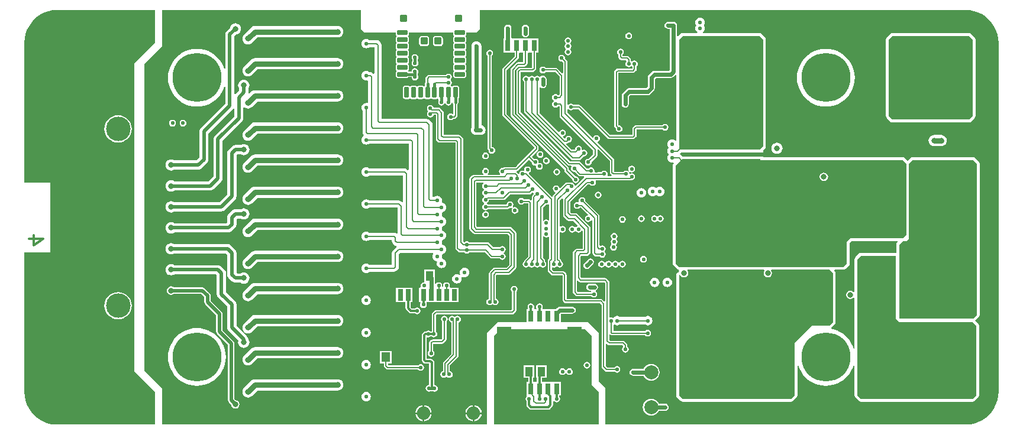
<source format=gbl>
G04 Layer_Physical_Order=4*
G04 Layer_Color=16711680*
%FSLAX25Y25*%
%MOIN*%
G70*
G01*
G75*
%ADD20R,0.04331X0.05512*%
%ADD51R,0.08268X0.11811*%
%ADD52R,0.03150X0.06299*%
%ADD65R,0.44094X0.08071*%
%ADD71C,0.03150*%
%ADD73C,0.01968*%
%ADD74C,0.00787*%
%ADD75C,0.01575*%
%ADD76C,0.02362*%
%ADD77C,0.01181*%
%ADD79C,0.03937*%
%ADD80C,0.27559*%
%ADD81C,0.01968*%
%ADD82C,0.07874*%
%ADD83C,0.07480*%
%ADD84C,0.13780*%
%ADD85C,0.02165*%
%ADD86C,0.03150*%
%ADD87R,0.03150X0.06614*%
%ADD88R,0.06299X0.05905*%
%ADD89R,0.05079X0.05512*%
%ADD90R,0.06693X0.05905*%
%ADD91R,0.05079X0.05118*%
%ADD92R,0.05905X0.06693*%
G04:AMPARAMS|DCode=93|XSize=59.05mil|YSize=24.02mil|CornerRadius=3.6mil|HoleSize=0mil|Usage=FLASHONLY|Rotation=90.000|XOffset=0mil|YOffset=0mil|HoleType=Round|Shape=RoundedRectangle|*
%AMROUNDEDRECTD93*
21,1,0.05905,0.01681,0,0,90.0*
21,1,0.05185,0.02402,0,0,90.0*
1,1,0.00721,0.00841,0.02593*
1,1,0.00721,0.00841,-0.02593*
1,1,0.00721,-0.00841,-0.02593*
1,1,0.00721,-0.00841,0.02593*
%
%ADD93ROUNDEDRECTD93*%
G04:AMPARAMS|DCode=94|XSize=59.05mil|YSize=24.02mil|CornerRadius=3.6mil|HoleSize=0mil|Usage=FLASHONLY|Rotation=180.000|XOffset=0mil|YOffset=0mil|HoleType=Round|Shape=RoundedRectangle|*
%AMROUNDEDRECTD94*
21,1,0.05905,0.01681,0,0,180.0*
21,1,0.05185,0.02402,0,0,180.0*
1,1,0.00721,-0.02593,0.00841*
1,1,0.00721,0.02593,0.00841*
1,1,0.00721,0.02593,-0.00841*
1,1,0.00721,-0.02593,-0.00841*
%
%ADD94ROUNDEDRECTD94*%
G04:AMPARAMS|DCode=95|XSize=39.37mil|YSize=39.37mil|CornerRadius=5.91mil|HoleSize=0mil|Usage=FLASHONLY|Rotation=180.000|XOffset=0mil|YOffset=0mil|HoleType=Round|Shape=RoundedRectangle|*
%AMROUNDEDRECTD95*
21,1,0.03937,0.02756,0,0,180.0*
21,1,0.02756,0.03937,0,0,180.0*
1,1,0.01181,-0.01378,0.01378*
1,1,0.01181,0.01378,0.01378*
1,1,0.01181,0.01378,-0.01378*
1,1,0.01181,-0.01378,-0.01378*
%
%ADD95ROUNDEDRECTD95*%
G36*
X320866Y-66929D02*
X320866Y-94488D01*
X324803Y-98425D01*
X324803Y-116906D01*
X265748D01*
X265748Y-66929D01*
X269685Y-62992D01*
X316929Y-62992D01*
X320866Y-66929D01*
D02*
G37*
G36*
X19685Y116906D02*
X74802D01*
X74802Y98424D01*
X70866Y94488D01*
X62992Y86614D01*
Y-86614D01*
X70866Y-94488D01*
X74803Y-98425D01*
X74803Y-116906D01*
X19685D01*
X19637Y-116916D01*
X17271Y-116761D01*
X14899Y-116289D01*
X12608Y-115511D01*
X10438Y-114441D01*
X8427Y-113097D01*
X6608Y-111502D01*
X5013Y-109683D01*
X3669Y-107672D01*
X2599Y-105502D01*
X1822Y-103212D01*
X1350Y-100839D01*
X1195Y-98473D01*
X1204Y-98425D01*
Y-19685D01*
X15748D01*
Y19685D01*
X1204D01*
Y98425D01*
X1195Y98473D01*
X1350Y100839D01*
X1822Y103212D01*
X2599Y105502D01*
X3669Y107672D01*
X5013Y109683D01*
X6608Y111502D01*
X8427Y113097D01*
X10438Y114441D01*
X12608Y115511D01*
X14899Y116289D01*
X17271Y116761D01*
X19637Y116916D01*
X19685Y116906D01*
D02*
G37*
G36*
X533910Y116761D02*
X536282Y116289D01*
X538573Y115511D01*
X540743Y114441D01*
X542754Y113097D01*
X544573Y111502D01*
X546168Y109683D01*
X547512Y107672D01*
X548582Y105502D01*
X549360Y103212D01*
X549831Y100839D01*
X549986Y98473D01*
X549977Y98425D01*
Y-98425D01*
X549986Y-98473D01*
X549831Y-100839D01*
X549360Y-103212D01*
X548582Y-105502D01*
X547512Y-107672D01*
X546168Y-109683D01*
X544573Y-111502D01*
X542754Y-113097D01*
X540743Y-114441D01*
X538573Y-115511D01*
X536282Y-116289D01*
X533910Y-116761D01*
X531544Y-116916D01*
X531496Y-116906D01*
X328347D01*
X328346Y-96063D01*
X324803Y-92520D01*
Y-64961D01*
X318898Y-59055D01*
X303543D01*
Y-54413D01*
X303587Y-54369D01*
X309842D01*
X310611Y-54216D01*
X311262Y-53781D01*
X311697Y-53130D01*
X311850Y-52362D01*
X311697Y-51594D01*
X311262Y-50943D01*
X310611Y-50508D01*
X309842Y-50355D01*
X302756D01*
X301988Y-50508D01*
X301337Y-50943D01*
X300508Y-51772D01*
X298819D01*
Y-51772D01*
X298622D01*
Y-51772D01*
X293898D01*
Y-51772D01*
X293701D01*
X293230Y-51701D01*
X293001Y-51272D01*
X293100Y-51123D01*
X293245Y-50394D01*
X293100Y-49664D01*
X292687Y-49045D01*
X292068Y-48632D01*
X291339Y-48487D01*
X290609Y-48632D01*
X289990Y-49045D01*
X289577Y-49664D01*
X289432Y-50394D01*
X289577Y-51123D01*
X289676Y-51272D01*
X289447Y-51701D01*
X288976Y-51772D01*
X288779D01*
X288395Y-51493D01*
X288277Y-51272D01*
X288376Y-51123D01*
X288521Y-50394D01*
X288376Y-49664D01*
X287962Y-49045D01*
X287344Y-48632D01*
X286614Y-48487D01*
X285884Y-48632D01*
X285266Y-49045D01*
X284853Y-49664D01*
X284707Y-50394D01*
X284853Y-51123D01*
X284952Y-51272D01*
X284684Y-51772D01*
X284055D01*
Y-59055D01*
X267717D01*
X261811Y-64961D01*
X261811Y-116906D01*
X78740D01*
Y-96457D01*
X68898Y-86614D01*
Y86614D01*
X78740Y96457D01*
Y116906D01*
X190945D01*
X190945Y106299D01*
X192913Y104331D01*
X210371Y104331D01*
Y103490D01*
X210460Y103042D01*
X210714Y102663D01*
Y102062D01*
X210460Y101682D01*
X210371Y101234D01*
Y99553D01*
X210460Y99105D01*
X210714Y98726D01*
Y98125D01*
X210460Y97745D01*
X210371Y97297D01*
Y95616D01*
X210460Y95168D01*
X210714Y94789D01*
Y94188D01*
X210460Y93808D01*
X210371Y93360D01*
Y91679D01*
X210460Y91231D01*
X210714Y90852D01*
Y90251D01*
X210460Y89871D01*
X210371Y89423D01*
Y87742D01*
X210460Y87294D01*
X210714Y86915D01*
Y86314D01*
X210460Y85934D01*
X210371Y85486D01*
Y83805D01*
X210460Y83357D01*
X210714Y82978D01*
Y82377D01*
X210460Y81997D01*
X210371Y81549D01*
Y79868D01*
X210460Y79420D01*
X210714Y79041D01*
X211094Y78787D01*
X211541Y78698D01*
X216726D01*
X217174Y78787D01*
X217554Y79041D01*
X217595Y79103D01*
X219359D01*
X219498Y78404D01*
X219912Y77786D01*
X220530Y77372D01*
X221260Y77227D01*
X221989Y77372D01*
X222608Y77786D01*
X223021Y78404D01*
X223167Y79134D01*
X223021Y79864D01*
X222866Y80097D01*
Y81321D01*
X223021Y81554D01*
X223167Y82284D01*
X223021Y83013D01*
X222608Y83632D01*
X221989Y84045D01*
X221260Y84190D01*
X220530Y84045D01*
X219912Y83632D01*
X219498Y83013D01*
X219359Y82314D01*
X217595D01*
X217554Y82377D01*
Y82978D01*
X217807Y83357D01*
X217897Y83805D01*
Y85486D01*
X217807Y85934D01*
X217554Y86314D01*
Y86915D01*
X217807Y87294D01*
X217897Y87742D01*
Y89423D01*
X217807Y89871D01*
X217554Y90251D01*
Y90852D01*
X217807Y91231D01*
X217897Y91679D01*
Y93360D01*
X217807Y93808D01*
X217554Y94188D01*
Y94789D01*
X217807Y95168D01*
X217897Y95616D01*
Y97297D01*
X217807Y97745D01*
X217554Y98125D01*
Y98726D01*
X217807Y99105D01*
X217897Y99553D01*
Y101234D01*
X217807Y101682D01*
X217554Y102062D01*
Y102663D01*
X217807Y103042D01*
X217897Y103490D01*
Y104331D01*
X242733Y104331D01*
Y103490D01*
X242823Y103042D01*
X243076Y102663D01*
Y102062D01*
X242823Y101682D01*
X242733Y101234D01*
Y99553D01*
X242823Y99105D01*
X243076Y98726D01*
Y98125D01*
X242823Y97745D01*
X242733Y97297D01*
Y95616D01*
X242823Y95168D01*
X243076Y94789D01*
Y94188D01*
X242823Y93808D01*
X242733Y93360D01*
Y91679D01*
X242823Y91231D01*
X243076Y90852D01*
Y90251D01*
X242823Y89871D01*
X242733Y89423D01*
Y87742D01*
X242823Y87294D01*
X243076Y86915D01*
Y86314D01*
X242823Y85934D01*
X242733Y85486D01*
Y83805D01*
X242823Y83357D01*
X243076Y82978D01*
Y82377D01*
X242823Y81997D01*
X242733Y81549D01*
Y79868D01*
X242823Y79420D01*
X243076Y79041D01*
X243456Y78787D01*
X243903Y78698D01*
X249089D01*
X249536Y78787D01*
X249916Y79041D01*
X250170Y79420D01*
X250259Y79868D01*
Y81549D01*
X250170Y81997D01*
X249916Y82377D01*
Y82978D01*
X250170Y83357D01*
X250259Y83805D01*
Y85486D01*
X250170Y85934D01*
X249916Y86314D01*
Y86915D01*
X250170Y87294D01*
X250259Y87742D01*
Y89423D01*
X250170Y89871D01*
X249916Y90251D01*
Y90852D01*
X250170Y91231D01*
X250259Y91679D01*
Y93360D01*
X250170Y93808D01*
X249916Y94188D01*
Y94789D01*
X250170Y95168D01*
X250259Y95616D01*
Y97297D01*
X250170Y97745D01*
X249916Y98125D01*
Y98726D01*
X250170Y99105D01*
X250259Y99553D01*
Y101234D01*
X250170Y101682D01*
X249916Y102062D01*
Y102663D01*
X250170Y103042D01*
X250259Y103490D01*
Y104331D01*
X255906Y104331D01*
X257874Y106299D01*
Y116906D01*
X531496D01*
X531544Y116916D01*
X533910Y116761D01*
D02*
G37*
%LPC*%
G36*
X308268Y-85101D02*
X307538Y-85246D01*
X306920Y-85660D01*
X306577Y-86172D01*
X306393Y-86212D01*
X306205D01*
X306021Y-86172D01*
X305679Y-85660D01*
X305060Y-85246D01*
X304331Y-85101D01*
X303601Y-85246D01*
X302982Y-85660D01*
X302569Y-86278D01*
X302424Y-87008D01*
X302569Y-87738D01*
X302982Y-88356D01*
X303601Y-88769D01*
X304331Y-88915D01*
X305060Y-88769D01*
X305679Y-88356D01*
X306021Y-87844D01*
X306205Y-87803D01*
X306393D01*
X306577Y-87844D01*
X306920Y-88356D01*
X307538Y-88769D01*
X308268Y-88915D01*
X308997Y-88769D01*
X309616Y-88356D01*
X310029Y-87738D01*
X310174Y-87008D01*
X310029Y-86278D01*
X309616Y-85660D01*
X308997Y-85246D01*
X308268Y-85101D01*
D02*
G37*
G36*
X318110Y-81558D02*
X317381Y-81703D01*
X316762Y-82116D01*
X316349Y-82735D01*
X316203Y-83465D01*
X316349Y-84194D01*
X316762Y-84813D01*
X317381Y-85226D01*
X318110Y-85371D01*
X318840Y-85226D01*
X319459Y-84813D01*
X319872Y-84194D01*
X320017Y-83465D01*
X319872Y-82735D01*
X319459Y-82116D01*
X318840Y-81703D01*
X318110Y-81558D01*
D02*
G37*
G36*
X295374Y-83465D02*
X289469D01*
Y-90551D01*
X289934D01*
Y-92716D01*
X288976D01*
X288976Y-92716D01*
X288779D01*
Y-92716D01*
X288476Y-92716D01*
X287822D01*
Y-90551D01*
X288484D01*
Y-83465D01*
X282579D01*
Y-90551D01*
X285012D01*
Y-92716D01*
X284055D01*
Y-100591D01*
X284055Y-100591D01*
X284038Y-101084D01*
X283671Y-101632D01*
X283526Y-102362D01*
X283671Y-103092D01*
X284028Y-103626D01*
Y-105905D01*
X284135Y-106443D01*
X284440Y-106899D01*
X285621Y-108080D01*
X286076Y-108385D01*
X286614Y-108492D01*
X296457D01*
X296994Y-108385D01*
X297450Y-108080D01*
X298631Y-106899D01*
X298936Y-106443D01*
X299043Y-105905D01*
Y-103428D01*
X299543Y-103276D01*
X299833Y-103710D01*
X300451Y-104124D01*
X301181Y-104269D01*
X301911Y-104124D01*
X302529Y-103710D01*
X302943Y-103092D01*
X303088Y-102362D01*
X302943Y-101632D01*
X302586Y-101099D01*
Y-100591D01*
X303543D01*
Y-92716D01*
X298819D01*
X298819Y-92716D01*
X298622D01*
Y-92716D01*
X298319Y-92716D01*
X293898D01*
Y-92716D01*
X293701D01*
Y-92716D01*
X292743D01*
Y-90551D01*
X295374D01*
Y-83465D01*
D02*
G37*
G36*
X53976Y-42128D02*
X52471Y-42276D01*
X51024Y-42715D01*
X49690Y-43428D01*
X48522Y-44388D01*
X47562Y-45557D01*
X46849Y-46890D01*
X46410Y-48338D01*
X46262Y-49843D01*
X46410Y-51348D01*
X46849Y-52795D01*
X47562Y-54128D01*
X48522Y-55297D01*
X49690Y-56257D01*
X51024Y-56970D01*
X52471Y-57409D01*
X53976Y-57557D01*
X55481Y-57409D01*
X56928Y-56970D01*
X58262Y-56257D01*
X59431Y-55297D01*
X60391Y-54128D01*
X61103Y-52795D01*
X61542Y-51348D01*
X61691Y-49843D01*
X61542Y-48338D01*
X61103Y-46890D01*
X60391Y-45557D01*
X59431Y-44388D01*
X58262Y-43428D01*
X56928Y-42715D01*
X55481Y-42276D01*
X53976Y-42128D01*
D02*
G37*
G36*
Y57557D02*
X52471Y57409D01*
X51024Y56970D01*
X49690Y56257D01*
X48522Y55297D01*
X47562Y54128D01*
X46849Y52795D01*
X46410Y51348D01*
X46262Y49843D01*
X46410Y48338D01*
X46849Y46890D01*
X47562Y45557D01*
X48522Y44388D01*
X49690Y43428D01*
X51024Y42715D01*
X52471Y42276D01*
X53976Y42128D01*
X55481Y42276D01*
X56928Y42715D01*
X58262Y43428D01*
X59431Y44388D01*
X60391Y45557D01*
X61103Y46890D01*
X61542Y48338D01*
X61691Y49843D01*
X61542Y51348D01*
X61103Y52795D01*
X60391Y54128D01*
X59431Y55297D01*
X58262Y56257D01*
X56928Y56970D01*
X55481Y57409D01*
X53976Y57557D01*
D02*
G37*
G36*
X232382Y-29528D02*
X226476D01*
Y-36186D01*
X226385Y-36641D01*
X226031Y-36745D01*
X225648Y-36821D01*
X225030Y-37234D01*
X224616Y-37853D01*
X224471Y-38583D01*
X224587Y-39165D01*
X224297Y-39665D01*
X223622D01*
Y-47854D01*
X224041D01*
X224309Y-48354D01*
X224223Y-48483D01*
X224078Y-49213D01*
X224223Y-49942D01*
X224636Y-50561D01*
X225255Y-50974D01*
X225984Y-51119D01*
X226714Y-50974D01*
X227332Y-50561D01*
X227746Y-49942D01*
X227891Y-49213D01*
X227746Y-48483D01*
X227660Y-48354D01*
X227927Y-47854D01*
X245669D01*
Y-39665D01*
X241058D01*
X240767Y-39165D01*
X240883Y-38583D01*
X240738Y-37853D01*
X240325Y-37234D01*
X239706Y-36821D01*
X238976Y-36676D01*
X238247Y-36821D01*
X237628Y-37234D01*
X237215Y-37853D01*
X237070Y-38583D01*
X237117Y-38819D01*
X236811Y-39207D01*
X236505Y-38819D01*
X236552Y-38583D01*
X236407Y-37853D01*
X235994Y-37234D01*
X235375Y-36821D01*
X234646Y-36676D01*
X233916Y-36821D01*
X233297Y-37234D01*
X232884Y-37853D01*
X232822Y-38165D01*
X232322Y-38116D01*
Y-36614D01*
X232382D01*
Y-29528D01*
D02*
G37*
G36*
X219685Y-39665D02*
X210630D01*
Y-47854D01*
X215918D01*
Y-51181D01*
X216025Y-51719D01*
X216329Y-52175D01*
X217904Y-53749D01*
X218360Y-54054D01*
X218898Y-54161D01*
X221178D01*
X221711Y-54518D01*
X222441Y-54663D01*
X223171Y-54518D01*
X223789Y-54104D01*
X224202Y-53486D01*
X224348Y-52756D01*
X224202Y-52026D01*
X223789Y-51408D01*
X223171Y-50994D01*
X222441Y-50849D01*
X221711Y-50994D01*
X221178Y-51351D01*
X219480D01*
X218728Y-50599D01*
Y-47854D01*
X219685D01*
Y-39665D01*
D02*
G37*
G36*
X193701Y-44170D02*
X193007Y-44261D01*
X192361Y-44529D01*
X191806Y-44955D01*
X191379Y-45510D01*
X191112Y-46157D01*
X191020Y-46850D01*
X191112Y-47544D01*
X191379Y-48191D01*
X191806Y-48746D01*
X192361Y-49172D01*
X193007Y-49439D01*
X193701Y-49531D01*
X194395Y-49439D01*
X195041Y-49172D01*
X195596Y-48746D01*
X196022Y-48191D01*
X196290Y-47544D01*
X196381Y-46850D01*
X196290Y-46157D01*
X196022Y-45510D01*
X195596Y-44955D01*
X195041Y-44529D01*
X194395Y-44261D01*
X193701Y-44170D01*
D02*
G37*
G36*
X356299Y-33934D02*
X355606Y-34025D01*
X354959Y-34293D01*
X354404Y-34719D01*
X353978Y-35274D01*
X353710Y-35920D01*
X353619Y-36614D01*
X353710Y-37308D01*
X353978Y-37954D01*
X354404Y-38510D01*
X354959Y-38936D01*
X355606Y-39203D01*
X356299Y-39295D01*
X356993Y-39203D01*
X357639Y-38936D01*
X358194Y-38510D01*
X358621Y-37954D01*
X358888Y-37308D01*
X358980Y-36614D01*
X358888Y-35920D01*
X358621Y-35274D01*
X358194Y-34719D01*
X357639Y-34293D01*
X356993Y-34025D01*
X356299Y-33934D01*
D02*
G37*
G36*
X177756Y-36981D02*
X131102D01*
X130280Y-37089D01*
X129514Y-37406D01*
X128856Y-37911D01*
X124919Y-41848D01*
X124414Y-42506D01*
X124097Y-43272D01*
X123989Y-44094D01*
X124097Y-44917D01*
X124414Y-45683D01*
X124919Y-46341D01*
X125577Y-46846D01*
X126343Y-47163D01*
X127165Y-47271D01*
X127988Y-47163D01*
X128754Y-46846D01*
X129412Y-46341D01*
X132418Y-43334D01*
X177756D01*
X178578Y-43226D01*
X179344Y-42909D01*
X180002Y-42404D01*
X180507Y-41746D01*
X180824Y-40980D01*
X180933Y-40157D01*
X180824Y-39335D01*
X180507Y-38569D01*
X180002Y-37911D01*
X179344Y-37406D01*
X178578Y-37089D01*
X177756Y-36981D01*
D02*
G37*
G36*
Y-55091D02*
X131102D01*
X130280Y-55199D01*
X129514Y-55516D01*
X128856Y-56021D01*
X124919Y-59958D01*
X124414Y-60616D01*
X124097Y-61383D01*
X123989Y-62205D01*
X124097Y-63027D01*
X124414Y-63793D01*
X124919Y-64451D01*
X125577Y-64956D01*
X126343Y-65273D01*
X127165Y-65381D01*
X127988Y-65273D01*
X128754Y-64956D01*
X129412Y-64451D01*
X132418Y-61444D01*
X177756D01*
X178578Y-61336D01*
X179344Y-61019D01*
X180002Y-60514D01*
X180507Y-59856D01*
X180824Y-59090D01*
X180933Y-58268D01*
X180824Y-57446D01*
X180507Y-56679D01*
X180002Y-56021D01*
X179344Y-55516D01*
X178578Y-55199D01*
X177756Y-55091D01*
D02*
G37*
G36*
X193701Y-62280D02*
X193007Y-62372D01*
X192361Y-62639D01*
X191806Y-63065D01*
X191379Y-63620D01*
X191112Y-64267D01*
X191020Y-64961D01*
X191112Y-65654D01*
X191379Y-66301D01*
X191806Y-66856D01*
X192361Y-67282D01*
X193007Y-67550D01*
X193701Y-67641D01*
X194395Y-67550D01*
X195041Y-67282D01*
X195596Y-66856D01*
X196022Y-66301D01*
X196290Y-65654D01*
X196381Y-64961D01*
X196290Y-64267D01*
X196022Y-63620D01*
X195596Y-63065D01*
X195041Y-62639D01*
X194395Y-62372D01*
X193701Y-62280D01*
D02*
G37*
G36*
X277165Y-38644D02*
X276436Y-38790D01*
X275817Y-39203D01*
X275404Y-39821D01*
X275259Y-40551D01*
X275404Y-41281D01*
X275817Y-41899D01*
X275961Y-41996D01*
Y-51863D01*
X275485Y-52339D01*
X233071D01*
X232610Y-52431D01*
X232219Y-52692D01*
X231038Y-53873D01*
X230777Y-54264D01*
X230685Y-54724D01*
X230685Y-54725D01*
Y-64304D01*
X230626Y-64343D01*
X230003D01*
X229470Y-63986D01*
X228740Y-63841D01*
X228011Y-63986D01*
X227477Y-64343D01*
X227165D01*
X226628Y-64450D01*
X226172Y-64755D01*
X225384Y-65542D01*
X225080Y-65998D01*
X224973Y-66535D01*
Y-80315D01*
X225080Y-80853D01*
X225384Y-81308D01*
X226172Y-82096D01*
X226628Y-82400D01*
X227165Y-82507D01*
X229304D01*
Y-94411D01*
X229134Y-94550D01*
X228404Y-94695D01*
X227786Y-95108D01*
X227372Y-95727D01*
X227227Y-96457D01*
X227372Y-97186D01*
X227786Y-97805D01*
X228404Y-98218D01*
X229134Y-98363D01*
X229864Y-98218D01*
X230097Y-98062D01*
X231320D01*
X231554Y-98218D01*
X232283Y-98363D01*
X233013Y-98218D01*
X233632Y-97805D01*
X234045Y-97186D01*
X234190Y-96457D01*
X234045Y-95727D01*
X233632Y-95108D01*
X233013Y-94695D01*
X232283Y-94550D01*
X232114Y-94411D01*
Y-81890D01*
X232007Y-81352D01*
X231702Y-80896D01*
X230915Y-80109D01*
X230459Y-79804D01*
X229921Y-79697D01*
X227783D01*
Y-67913D01*
X228283Y-67564D01*
X228740Y-67655D01*
X229470Y-67510D01*
X230003Y-67153D01*
X230626D01*
X231160Y-67510D01*
X231890Y-67655D01*
X232619Y-67510D01*
X233238Y-67096D01*
X233651Y-66478D01*
X233797Y-65748D01*
X233651Y-65018D01*
X233238Y-64400D01*
X233094Y-64304D01*
Y-55223D01*
X233570Y-54748D01*
X275984D01*
X275984Y-54748D01*
X276445Y-54656D01*
X276836Y-54395D01*
X278017Y-53214D01*
X278278Y-52823D01*
X278370Y-52362D01*
Y-41996D01*
X278514Y-41899D01*
X278927Y-41281D01*
X279072Y-40551D01*
X278927Y-39821D01*
X278514Y-39203D01*
X277895Y-38790D01*
X277165Y-38644D01*
D02*
G37*
G36*
X245276Y-55574D02*
X244546Y-55719D01*
X243927Y-56132D01*
X243474D01*
X242856Y-55719D01*
X242126Y-55574D01*
X241396Y-55719D01*
X240778Y-56132D01*
X240364Y-56751D01*
X240219Y-57480D01*
X240364Y-58210D01*
X240778Y-58829D01*
X241396Y-59242D01*
X241709Y-59304D01*
Y-77060D01*
X237337Y-81432D01*
X237076Y-81823D01*
X236985Y-82284D01*
X236985Y-82284D01*
Y-86759D01*
X236672Y-86821D01*
X236053Y-87234D01*
X235640Y-87853D01*
X235495Y-88583D01*
X235640Y-89312D01*
X236053Y-89931D01*
X236672Y-90344D01*
X237402Y-90489D01*
X238131Y-90344D01*
X238750Y-89931D01*
X239203D01*
X239822Y-90344D01*
X240551Y-90489D01*
X241281Y-90344D01*
X241899Y-89931D01*
X242313Y-89312D01*
X242458Y-88583D01*
X242313Y-87853D01*
X241899Y-87234D01*
X241281Y-86821D01*
X240968Y-86759D01*
Y-83570D01*
X245340Y-79198D01*
X245340Y-79198D01*
X245601Y-78807D01*
X245692Y-78347D01*
Y-59304D01*
X246005Y-59242D01*
X246624Y-58829D01*
X247037Y-58210D01*
X247182Y-57480D01*
X247037Y-56751D01*
X246624Y-56132D01*
X246005Y-55719D01*
X245276Y-55574D01*
D02*
G37*
G36*
X363386Y-33934D02*
X362692Y-34025D01*
X362046Y-34293D01*
X361491Y-34719D01*
X361065Y-35274D01*
X360797Y-35920D01*
X360705Y-36614D01*
X360797Y-37308D01*
X361065Y-37954D01*
X361491Y-38510D01*
X362046Y-38936D01*
X362692Y-39203D01*
X363386Y-39295D01*
X364080Y-39203D01*
X364726Y-38936D01*
X365281Y-38510D01*
X365707Y-37954D01*
X365975Y-37308D01*
X366066Y-36614D01*
X365975Y-35920D01*
X365707Y-35274D01*
X365281Y-34719D01*
X364726Y-34293D01*
X364080Y-34025D01*
X363386Y-33934D01*
D02*
G37*
G36*
X229921Y63324D02*
X229192Y63179D01*
X228573Y62766D01*
X228160Y62147D01*
X228015Y61417D01*
X228160Y60688D01*
X228573Y60069D01*
Y59616D01*
X228160Y58997D01*
X228015Y58268D01*
X228160Y57538D01*
X228573Y56919D01*
X229192Y56506D01*
X229921Y56361D01*
X230651Y56506D01*
X231270Y56919D01*
X231683Y57538D01*
X231745Y57851D01*
X232966D01*
X233048Y57769D01*
Y44094D01*
X233048Y44094D01*
X233139Y43634D01*
X233400Y43243D01*
X234188Y42456D01*
X234578Y42195D01*
X235039Y42103D01*
X243989D01*
X244071Y42021D01*
Y-17323D01*
X244071Y-17323D01*
X244163Y-17784D01*
X244424Y-18174D01*
X245605Y-19355D01*
X245605Y-19355D01*
X245996Y-19616D01*
X246457Y-19708D01*
X246457Y-19708D01*
X248949D01*
X249045Y-19852D01*
X249664Y-20266D01*
X250394Y-20411D01*
X251123Y-20266D01*
X251742Y-19852D01*
X251838Y-19708D01*
X260525D01*
X263715Y-22899D01*
X263715Y-22899D01*
X264106Y-23160D01*
X264567Y-23252D01*
X269028D01*
X269124Y-23395D01*
X269743Y-23809D01*
X270472Y-23954D01*
X271202Y-23809D01*
X271821Y-23395D01*
X272234Y-22777D01*
X272379Y-22047D01*
X272234Y-21318D01*
X271821Y-20699D01*
X271308Y-20357D01*
X271268Y-20173D01*
Y-19985D01*
X271308Y-19801D01*
X271821Y-19458D01*
X272234Y-18840D01*
X272379Y-18110D01*
X272234Y-17381D01*
X271821Y-16762D01*
X271202Y-16349D01*
X270472Y-16204D01*
X269743Y-16349D01*
X269124Y-16762D01*
X269028Y-16906D01*
X265459D01*
X263056Y-14503D01*
X262666Y-14242D01*
X262205Y-14150D01*
X262205Y-14150D01*
X251838D01*
X251742Y-14006D01*
X251123Y-13593D01*
X250394Y-13448D01*
X249664Y-13593D01*
X249045Y-14006D01*
X248579Y-13805D01*
X248448Y-13674D01*
Y44094D01*
X248448Y44094D01*
X248357Y44555D01*
X248096Y44946D01*
X248096Y44946D01*
X246915Y46127D01*
X246524Y46388D01*
X246063Y46480D01*
X246063Y46480D01*
X237507D01*
X237425Y46562D01*
Y59055D01*
X237333Y59516D01*
X237072Y59907D01*
X237072Y59907D01*
X235497Y61481D01*
X235106Y61743D01*
X234646Y61834D01*
X234646Y61834D01*
X231745D01*
X231683Y62147D01*
X231270Y62766D01*
X230651Y63179D01*
X229921Y63324D01*
D02*
G37*
G36*
X350000Y-21715D02*
X349270Y-21860D01*
X348652Y-22274D01*
X348238Y-22892D01*
X348093Y-23622D01*
X348238Y-24352D01*
X348652Y-24970D01*
X349270Y-25384D01*
X350000Y-25529D01*
X350730Y-25384D01*
X351348Y-24970D01*
X351762Y-24352D01*
X351907Y-23622D01*
X351762Y-22892D01*
X351348Y-22274D01*
X350730Y-21860D01*
X350000Y-21715D01*
D02*
G37*
G36*
X333465Y-8723D02*
X332735Y-8868D01*
X332116Y-9282D01*
X331703Y-9900D01*
X331558Y-10630D01*
X331703Y-11360D01*
X332116Y-11978D01*
Y-12431D01*
X331703Y-13050D01*
X331558Y-13780D01*
X331703Y-14509D01*
X331926Y-14843D01*
X331843Y-15501D01*
X331723Y-15581D01*
X331309Y-16199D01*
X331164Y-16929D01*
X331309Y-17659D01*
X331723Y-18277D01*
X332341Y-18691D01*
X333071Y-18836D01*
X333801Y-18691D01*
X334419Y-18277D01*
X334832Y-17659D01*
X334978Y-16929D01*
X334832Y-16199D01*
X334609Y-15865D01*
X334693Y-15208D01*
X334813Y-15128D01*
X335226Y-14509D01*
X335371Y-13780D01*
X335226Y-13050D01*
X334813Y-12431D01*
Y-11978D01*
X335226Y-11360D01*
X335371Y-10630D01*
X335226Y-9900D01*
X334813Y-9282D01*
X334194Y-8868D01*
X333465Y-8723D01*
D02*
G37*
G36*
X338189Y726D02*
X337459Y581D01*
X336841Y167D01*
X336427Y-451D01*
X336282Y-1181D01*
X336427Y-1911D01*
X336841Y-2529D01*
X337459Y-2943D01*
X338189Y-3088D01*
X338919Y-2943D01*
X339537Y-2529D01*
X339951Y-1911D01*
X340096Y-1181D01*
X339951Y-451D01*
X339537Y167D01*
X338919Y581D01*
X338189Y726D01*
D02*
G37*
G36*
X177756Y-760D02*
X131102D01*
X130280Y-869D01*
X129514Y-1186D01*
X128856Y-1691D01*
X124919Y-5628D01*
X124414Y-6286D01*
X124097Y-7052D01*
X123989Y-7874D01*
X124097Y-8696D01*
X124414Y-9462D01*
X124919Y-10120D01*
X125577Y-10625D01*
X126343Y-10943D01*
X127165Y-11051D01*
X127988Y-10943D01*
X128754Y-10625D01*
X129412Y-10120D01*
X132418Y-7114D01*
X177756D01*
X178578Y-7006D01*
X179344Y-6688D01*
X180002Y-6183D01*
X180507Y-5525D01*
X180824Y-4759D01*
X180933Y-3937D01*
X180824Y-3115D01*
X180507Y-2349D01*
X180002Y-1691D01*
X179344Y-1186D01*
X178578Y-869D01*
X177756Y-760D01*
D02*
G37*
G36*
X249213Y-28422D02*
X248519Y-28513D01*
X247872Y-28781D01*
X247317Y-29207D01*
X246891Y-29762D01*
X246623Y-30409D01*
X246532Y-31102D01*
X246623Y-31796D01*
X246749Y-32098D01*
X246338Y-32413D01*
X246222Y-32324D01*
X245576Y-32057D01*
X244882Y-31965D01*
X244188Y-32057D01*
X243542Y-32324D01*
X242987Y-32750D01*
X242561Y-33305D01*
X242293Y-33952D01*
X242201Y-34646D01*
X242293Y-35339D01*
X242561Y-35986D01*
X242987Y-36541D01*
X243542Y-36967D01*
X244188Y-37235D01*
X244882Y-37326D01*
X245576Y-37235D01*
X246222Y-36967D01*
X246777Y-36541D01*
X247203Y-35986D01*
X247471Y-35339D01*
X247562Y-34646D01*
X247471Y-33952D01*
X247346Y-33650D01*
X247757Y-33335D01*
X247872Y-33424D01*
X248519Y-33691D01*
X249213Y-33783D01*
X249906Y-33691D01*
X250553Y-33424D01*
X251108Y-32998D01*
X251534Y-32443D01*
X251802Y-31796D01*
X251893Y-31102D01*
X251802Y-30409D01*
X251534Y-29762D01*
X251108Y-29207D01*
X250553Y-28781D01*
X249906Y-28513D01*
X249213Y-28422D01*
D02*
G37*
G36*
X83858Y-14540D02*
X83036Y-14648D01*
X82270Y-14965D01*
X81612Y-15470D01*
X81107Y-16128D01*
X80790Y-16894D01*
X80682Y-17717D01*
X80790Y-18539D01*
X81107Y-19305D01*
X81612Y-19963D01*
X82270Y-20468D01*
X83036Y-20785D01*
X83858Y-20893D01*
X84680Y-20785D01*
X85447Y-20468D01*
X85668Y-20298D01*
X114679D01*
X115529Y-21148D01*
Y-32283D01*
X115617Y-32952D01*
X115875Y-33574D01*
X116285Y-34109D01*
X118254Y-36077D01*
X118788Y-36487D01*
X119411Y-36745D01*
X120079Y-36833D01*
X122993D01*
X123215Y-37003D01*
X123981Y-37321D01*
X124803Y-37429D01*
X125625Y-37321D01*
X126391Y-37003D01*
X127050Y-36498D01*
X127554Y-35840D01*
X127872Y-35074D01*
X127980Y-34252D01*
X127872Y-33430D01*
X127554Y-32664D01*
X127050Y-32006D01*
X126391Y-31501D01*
X125625Y-31183D01*
X124803Y-31075D01*
X123981Y-31183D01*
X123215Y-31501D01*
X122993Y-31671D01*
X121148D01*
X120691Y-31214D01*
Y-20079D01*
X120603Y-19411D01*
X120346Y-18788D01*
X119935Y-18254D01*
X117573Y-15891D01*
X117039Y-15481D01*
X116416Y-15223D01*
X115748Y-15135D01*
X85668D01*
X85447Y-14965D01*
X84680Y-14648D01*
X83858Y-14540D01*
D02*
G37*
G36*
X320079Y-23190D02*
X319311Y-23343D01*
X318659Y-23778D01*
X316691Y-25746D01*
X316256Y-26397D01*
X316103Y-27165D01*
X316256Y-27933D01*
X316691Y-28585D01*
X317342Y-29020D01*
X318110Y-29172D01*
X318878Y-29020D01*
X319529Y-28585D01*
X321498Y-26616D01*
X321933Y-25965D01*
X322086Y-25197D01*
X321933Y-24429D01*
X321498Y-23778D01*
X320847Y-23343D01*
X320079Y-23190D01*
D02*
G37*
G36*
X338189Y-24471D02*
X337459Y-24616D01*
X336841Y-25030D01*
X336498Y-25542D01*
X336315Y-25582D01*
X336126D01*
X335943Y-25542D01*
X335600Y-25030D01*
X334982Y-24616D01*
X334252Y-24471D01*
X333522Y-24616D01*
X332904Y-25030D01*
X332561Y-25542D01*
X332378Y-25582D01*
X332189D01*
X332006Y-25542D01*
X331663Y-25030D01*
X331045Y-24616D01*
X330315Y-24471D01*
X329585Y-24616D01*
X328967Y-25030D01*
X328624Y-25542D01*
X328441Y-25582D01*
X328252D01*
X328069Y-25542D01*
X327726Y-25030D01*
X327108Y-24616D01*
X326378Y-24471D01*
X325648Y-24616D01*
X325030Y-25030D01*
X324616Y-25648D01*
X324471Y-26378D01*
X324616Y-27108D01*
X325030Y-27726D01*
X325648Y-28139D01*
X326378Y-28285D01*
X327108Y-28139D01*
X327726Y-27726D01*
X328069Y-27214D01*
X328252Y-27174D01*
X328441D01*
X328624Y-27214D01*
X328967Y-27726D01*
X329585Y-28139D01*
X330315Y-28285D01*
X331045Y-28139D01*
X331663Y-27726D01*
X332006Y-27214D01*
X332189Y-27174D01*
X332378D01*
X332561Y-27214D01*
X332904Y-27726D01*
X333522Y-28139D01*
X334252Y-28285D01*
X334982Y-28139D01*
X335600Y-27726D01*
X335943Y-27214D01*
X336126Y-27174D01*
X336315D01*
X336498Y-27214D01*
X336841Y-27726D01*
X337459Y-28139D01*
X338189Y-28285D01*
X338919Y-28139D01*
X339537Y-27726D01*
X339951Y-27108D01*
X340096Y-26378D01*
X339951Y-25648D01*
X339537Y-25030D01*
X338919Y-24616D01*
X338189Y-24471D01*
D02*
G37*
G36*
X177756Y-18870D02*
X131102D01*
X130280Y-18979D01*
X129514Y-19296D01*
X128856Y-19801D01*
X124919Y-23738D01*
X124414Y-24396D01*
X124097Y-25162D01*
X123989Y-25984D01*
X124097Y-26807D01*
X124414Y-27573D01*
X124919Y-28231D01*
X125577Y-28735D01*
X126343Y-29053D01*
X127165Y-29161D01*
X127988Y-29053D01*
X128754Y-28735D01*
X129412Y-28231D01*
X132418Y-25224D01*
X177756D01*
X178578Y-25116D01*
X179344Y-24798D01*
X180002Y-24294D01*
X180507Y-23636D01*
X180824Y-22870D01*
X180933Y-22047D01*
X180824Y-21225D01*
X180507Y-20459D01*
X180002Y-19801D01*
X179344Y-19296D01*
X178578Y-18979D01*
X177756Y-18870D01*
D02*
G37*
G36*
X237795Y-55574D02*
X237066Y-55719D01*
X236447Y-56132D01*
X236034Y-56751D01*
X235889Y-57480D01*
X236034Y-58210D01*
X236447Y-58829D01*
X236591Y-58925D01*
Y-68399D01*
X236115Y-68875D01*
X231102D01*
X230642Y-68966D01*
X230251Y-69227D01*
X229463Y-70015D01*
X229202Y-70405D01*
X229111Y-70866D01*
X229111Y-70866D01*
Y-75327D01*
X228967Y-75423D01*
X228553Y-76042D01*
X228408Y-76772D01*
X228553Y-77501D01*
X228967Y-78120D01*
X229585Y-78533D01*
X230315Y-78678D01*
X231045Y-78533D01*
X231663Y-78120D01*
X232077Y-77501D01*
X232222Y-76772D01*
X232077Y-76042D01*
X231663Y-75423D01*
X231519Y-75327D01*
Y-71365D01*
X231601Y-71283D01*
X236614D01*
X236614Y-71283D01*
X237075Y-71191D01*
X237466Y-70930D01*
X238647Y-69749D01*
X238908Y-69358D01*
X239000Y-68898D01*
Y-58925D01*
X239143Y-58829D01*
X239557Y-58210D01*
X239702Y-57480D01*
X239557Y-56751D01*
X239143Y-56132D01*
X238525Y-55719D01*
X237795Y-55574D01*
D02*
G37*
G36*
X226583Y-105932D02*
Y-109933D01*
X230584D01*
X230494Y-109251D01*
X230037Y-108150D01*
X229312Y-107204D01*
X228366Y-106478D01*
X227265Y-106022D01*
X226583Y-105932D01*
D02*
G37*
G36*
X225583Y-105932D02*
X224901Y-106022D01*
X223799Y-106478D01*
X222854Y-107204D01*
X222128Y-108150D01*
X221672Y-109251D01*
X221582Y-109933D01*
X225583D01*
Y-105932D01*
D02*
G37*
G36*
X253732Y-105932D02*
X253050Y-106022D01*
X251949Y-106478D01*
X251003Y-107204D01*
X250277Y-108150D01*
X249821Y-109251D01*
X249731Y-109933D01*
X253732D01*
Y-105932D01*
D02*
G37*
G36*
X83858Y-38930D02*
X82937Y-39113D01*
X82155Y-39636D01*
X81633Y-40417D01*
X81450Y-41339D01*
X81633Y-42260D01*
X82155Y-43042D01*
X82937Y-43564D01*
X83858Y-43747D01*
X84780Y-43564D01*
X85407Y-43145D01*
X100827D01*
X102524Y-44843D01*
Y-47729D01*
X102662Y-48421D01*
X103053Y-49007D01*
X109217Y-55170D01*
Y-64567D01*
X109355Y-65258D01*
X109746Y-65844D01*
X115910Y-72008D01*
Y-103150D01*
X116048Y-103841D01*
X116439Y-104427D01*
X117707Y-105694D01*
X117854Y-106433D01*
X118376Y-107215D01*
X119157Y-107737D01*
X120079Y-107920D01*
X121000Y-107737D01*
X121782Y-107215D01*
X122304Y-106433D01*
X122487Y-105512D01*
X122304Y-104590D01*
X121782Y-103809D01*
X121000Y-103287D01*
X120261Y-103140D01*
X119523Y-102401D01*
Y-71260D01*
X119385Y-70569D01*
X118994Y-69983D01*
X112830Y-63819D01*
Y-54422D01*
X112692Y-53731D01*
X112301Y-53145D01*
X106137Y-46981D01*
Y-44094D01*
X106000Y-43403D01*
X105608Y-42817D01*
X102852Y-40061D01*
X102266Y-39670D01*
X101575Y-39532D01*
X85407D01*
X84780Y-39113D01*
X83858Y-38930D01*
D02*
G37*
G36*
X254732Y-105932D02*
Y-109933D01*
X258733D01*
X258643Y-109251D01*
X258187Y-108150D01*
X257461Y-107204D01*
X256516Y-106478D01*
X255414Y-106022D01*
X254732Y-105932D01*
D02*
G37*
G36*
X258733Y-110933D02*
X254732D01*
Y-114934D01*
X255414Y-114844D01*
X256516Y-114388D01*
X257461Y-113662D01*
X258187Y-112716D01*
X258643Y-111615D01*
X258733Y-110933D01*
D02*
G37*
G36*
X225583Y-110933D02*
X221582D01*
X221672Y-111615D01*
X222128Y-112716D01*
X222854Y-113662D01*
X223799Y-114388D01*
X224901Y-114844D01*
X225583Y-114934D01*
Y-110933D01*
D02*
G37*
G36*
X253732Y-110933D02*
X249731D01*
X249821Y-111615D01*
X250277Y-112716D01*
X251003Y-113662D01*
X251949Y-114388D01*
X253050Y-114844D01*
X253732Y-114934D01*
Y-110933D01*
D02*
G37*
G36*
X354331Y-102321D02*
X353097Y-102484D01*
X351948Y-102960D01*
X350961Y-103717D01*
X350204Y-104704D01*
X349728Y-105853D01*
X349566Y-107087D01*
X349728Y-108320D01*
X350204Y-109469D01*
X350961Y-110456D01*
X351948Y-111213D01*
X353097Y-111689D01*
X354331Y-111852D01*
X355564Y-111689D01*
X356713Y-111213D01*
X357700Y-110456D01*
X358457Y-109469D01*
X358613Y-109094D01*
X362205D01*
X362973Y-108941D01*
X363624Y-108506D01*
X364059Y-107855D01*
X364212Y-107087D01*
X364059Y-106318D01*
X363624Y-105667D01*
X362973Y-105232D01*
X362205Y-105079D01*
X358613D01*
X358457Y-104704D01*
X357700Y-103717D01*
X356713Y-102960D01*
X355564Y-102484D01*
X354331Y-102321D01*
D02*
G37*
G36*
X230584Y-110933D02*
X226583D01*
Y-114934D01*
X227265Y-114844D01*
X228366Y-114388D01*
X229312Y-113662D01*
X230037Y-112716D01*
X230494Y-111615D01*
X230584Y-110933D01*
D02*
G37*
G36*
X193701Y-98501D02*
X193007Y-98592D01*
X192361Y-98860D01*
X191806Y-99286D01*
X191379Y-99841D01*
X191112Y-100487D01*
X191020Y-101181D01*
X191112Y-101875D01*
X191379Y-102521D01*
X191806Y-103076D01*
X192361Y-103502D01*
X193007Y-103770D01*
X193701Y-103861D01*
X194395Y-103770D01*
X195041Y-103502D01*
X195596Y-103076D01*
X196022Y-102521D01*
X196290Y-101875D01*
X196381Y-101181D01*
X196290Y-100487D01*
X196022Y-99841D01*
X195596Y-99286D01*
X195041Y-98860D01*
X194395Y-98592D01*
X193701Y-98501D01*
D02*
G37*
G36*
Y-80391D02*
X193007Y-80482D01*
X192361Y-80750D01*
X191806Y-81176D01*
X191379Y-81731D01*
X191112Y-82377D01*
X191020Y-83071D01*
X191112Y-83765D01*
X191379Y-84411D01*
X191806Y-84966D01*
X192361Y-85392D01*
X193007Y-85660D01*
X193701Y-85751D01*
X194395Y-85660D01*
X195041Y-85392D01*
X195596Y-84966D01*
X196022Y-84411D01*
X196290Y-83765D01*
X196381Y-83071D01*
X196290Y-82377D01*
X196022Y-81731D01*
X195596Y-81176D01*
X195041Y-80750D01*
X194395Y-80482D01*
X193701Y-80391D01*
D02*
G37*
G36*
X83858Y-26351D02*
X83036Y-26459D01*
X82270Y-26776D01*
X81612Y-27281D01*
X81107Y-27939D01*
X80790Y-28705D01*
X80682Y-29528D01*
X80790Y-30350D01*
X81107Y-31116D01*
X81612Y-31774D01*
X82270Y-32279D01*
X83036Y-32596D01*
X83858Y-32704D01*
X84680Y-32596D01*
X85447Y-32279D01*
X85668Y-32109D01*
X109167D01*
X109624Y-32565D01*
Y-43307D01*
X109712Y-43975D01*
X109969Y-44598D01*
X110380Y-45132D01*
X115529Y-50282D01*
Y-62205D01*
X115617Y-62873D01*
X115875Y-63495D01*
X116285Y-64030D01*
X121785Y-69529D01*
X121735Y-69650D01*
X121626Y-70472D01*
X121735Y-71295D01*
X122052Y-72061D01*
X122557Y-72719D01*
X123215Y-73224D01*
X123981Y-73541D01*
X124803Y-73649D01*
X125625Y-73541D01*
X126391Y-73224D01*
X127050Y-72719D01*
X127554Y-72061D01*
X127872Y-71295D01*
X127980Y-70472D01*
X127872Y-69650D01*
X127554Y-68884D01*
X127347Y-68614D01*
X127296Y-68230D01*
X127039Y-67607D01*
X126628Y-67072D01*
X120691Y-61136D01*
Y-49213D01*
X120603Y-48545D01*
X120346Y-47922D01*
X119935Y-47387D01*
X114786Y-42238D01*
Y-31496D01*
X114698Y-30828D01*
X114440Y-30206D01*
X114030Y-29671D01*
X112061Y-27702D01*
X111527Y-27292D01*
X110904Y-27034D01*
X110236Y-26946D01*
X85668D01*
X85447Y-26776D01*
X84680Y-26459D01*
X83858Y-26351D01*
D02*
G37*
G36*
X177756Y-73201D02*
X131102D01*
X130280Y-73309D01*
X129514Y-73627D01*
X128856Y-74132D01*
X124919Y-78069D01*
X124414Y-78727D01*
X124097Y-79493D01*
X123989Y-80315D01*
X124097Y-81137D01*
X124414Y-81903D01*
X124919Y-82561D01*
X125577Y-83066D01*
X126343Y-83384D01*
X127165Y-83492D01*
X127988Y-83384D01*
X128754Y-83066D01*
X129412Y-82561D01*
X132418Y-79555D01*
X177756D01*
X178578Y-79447D01*
X179344Y-79129D01*
X180002Y-78624D01*
X180507Y-77966D01*
X180824Y-77200D01*
X180933Y-76378D01*
X180824Y-75556D01*
X180507Y-74790D01*
X180002Y-74132D01*
X179344Y-73627D01*
X178578Y-73309D01*
X177756Y-73201D01*
D02*
G37*
G36*
X98425Y-62457D02*
X96300Y-62597D01*
X94211Y-63012D01*
X92194Y-63697D01*
X90284Y-64639D01*
X88513Y-65822D01*
X86911Y-67226D01*
X85507Y-68828D01*
X84324Y-70599D01*
X83382Y-72509D01*
X82697Y-74526D01*
X82282Y-76615D01*
X82142Y-78740D01*
X82282Y-80866D01*
X82697Y-82955D01*
X83382Y-84971D01*
X84324Y-86882D01*
X85507Y-88653D01*
X86911Y-90254D01*
X88513Y-91658D01*
X90284Y-92842D01*
X92194Y-93784D01*
X94211Y-94468D01*
X96300Y-94884D01*
X98425Y-95023D01*
X100550Y-94884D01*
X102639Y-94468D01*
X104656Y-93784D01*
X106567Y-92842D01*
X108338Y-91658D01*
X109939Y-90254D01*
X111343Y-88653D01*
X112527Y-86882D01*
X113469Y-84971D01*
X114153Y-82955D01*
X114569Y-80866D01*
X114708Y-78740D01*
X114569Y-76615D01*
X114153Y-74526D01*
X113469Y-72509D01*
X112527Y-70599D01*
X111343Y-68828D01*
X109939Y-67226D01*
X108338Y-65822D01*
X106567Y-64639D01*
X104656Y-63697D01*
X102639Y-63012D01*
X100550Y-62597D01*
X98425Y-62457D01*
D02*
G37*
G36*
X177756Y-91311D02*
X131102D01*
X130280Y-91420D01*
X129514Y-91737D01*
X128856Y-92242D01*
X124919Y-96179D01*
X124414Y-96837D01*
X124097Y-97603D01*
X123989Y-98425D01*
X124097Y-99247D01*
X124414Y-100014D01*
X124919Y-100672D01*
X125577Y-101176D01*
X126343Y-101494D01*
X127165Y-101602D01*
X127988Y-101494D01*
X128754Y-101176D01*
X129412Y-100672D01*
X132418Y-97665D01*
X177756D01*
X178578Y-97557D01*
X179344Y-97239D01*
X180002Y-96734D01*
X180507Y-96077D01*
X180824Y-95310D01*
X180933Y-94488D01*
X180824Y-93666D01*
X180507Y-92900D01*
X180002Y-92242D01*
X179344Y-91737D01*
X178578Y-91420D01*
X177756Y-91311D01*
D02*
G37*
G36*
X208228Y-75295D02*
X201575D01*
Y-82382D01*
X203697D01*
Y-83642D01*
X203697Y-83642D01*
X203789Y-84103D01*
X204050Y-84493D01*
X205054Y-85497D01*
X205054Y-85497D01*
X205445Y-85758D01*
X205906Y-85850D01*
X205906Y-85850D01*
X222965D01*
X223061Y-85994D01*
X223680Y-86407D01*
X224410Y-86552D01*
X225139Y-86407D01*
X225758Y-85994D01*
X226171Y-85375D01*
X226316Y-84646D01*
X226171Y-83916D01*
X225758Y-83297D01*
X225139Y-82884D01*
X224410Y-82739D01*
X223680Y-82884D01*
X223061Y-83297D01*
X222965Y-83441D01*
X206404D01*
X206106Y-83143D01*
Y-82382D01*
X208228D01*
Y-75295D01*
D02*
G37*
G36*
X354331Y-82636D02*
X353097Y-82799D01*
X351948Y-83275D01*
X350961Y-84032D01*
X350204Y-85019D01*
X350048Y-85395D01*
X344094D01*
X343326Y-85547D01*
X342675Y-85982D01*
X342240Y-86633D01*
X342087Y-87402D01*
X342240Y-88170D01*
X342675Y-88821D01*
X343326Y-89256D01*
X344094Y-89409D01*
X350048D01*
X350204Y-89784D01*
X350961Y-90771D01*
X351948Y-91528D01*
X353097Y-92004D01*
X354331Y-92167D01*
X355564Y-92004D01*
X356713Y-91528D01*
X357700Y-90771D01*
X358457Y-89784D01*
X358933Y-88635D01*
X359096Y-87402D01*
X358933Y-86168D01*
X358457Y-85019D01*
X357700Y-84032D01*
X356713Y-83275D01*
X355564Y-82799D01*
X354331Y-82636D01*
D02*
G37*
G36*
X452756Y95023D02*
X450631Y94884D01*
X448542Y94468D01*
X446525Y93784D01*
X444615Y92842D01*
X442843Y91658D01*
X441242Y90254D01*
X439838Y88653D01*
X438655Y86882D01*
X437712Y84971D01*
X437028Y82955D01*
X436612Y80866D01*
X436473Y78740D01*
X436612Y76615D01*
X437028Y74526D01*
X437712Y72509D01*
X438655Y70599D01*
X439838Y68828D01*
X441242Y67226D01*
X442843Y65822D01*
X444615Y64639D01*
X446525Y63697D01*
X448542Y63012D01*
X450631Y62597D01*
X452756Y62457D01*
X454881Y62597D01*
X456970Y63012D01*
X458987Y63697D01*
X460897Y64639D01*
X462668Y65822D01*
X464270Y67226D01*
X465674Y68828D01*
X466857Y70599D01*
X467799Y72509D01*
X468484Y74526D01*
X468899Y76615D01*
X469039Y78740D01*
X468899Y80866D01*
X468484Y82955D01*
X467799Y84971D01*
X466857Y86882D01*
X465674Y88653D01*
X464270Y90254D01*
X462668Y91658D01*
X460897Y92842D01*
X458987Y93784D01*
X456970Y94468D01*
X454881Y94884D01*
X452756Y95023D01*
D02*
G37*
G36*
X90551Y55056D02*
X89821Y54911D01*
X89203Y54498D01*
X88790Y53879D01*
X88644Y53150D01*
X88790Y52420D01*
X89203Y51801D01*
X89821Y51388D01*
X90551Y51243D01*
X91281Y51388D01*
X91899Y51801D01*
X92313Y52420D01*
X92458Y53150D01*
X92313Y53879D01*
X91899Y54498D01*
X91281Y54911D01*
X90551Y55056D01*
D02*
G37*
G36*
X240158Y81041D02*
X239428Y80895D01*
X238809Y80482D01*
X238713Y80338D01*
X229134D01*
X228673Y80246D01*
X228282Y79985D01*
X227495Y79198D01*
X227234Y78807D01*
X227142Y78347D01*
X227142Y78346D01*
Y76229D01*
X226863Y75811D01*
X226741Y75197D01*
Y73934D01*
X226678Y73892D01*
X226077D01*
X225698Y74146D01*
X225250Y74235D01*
X223569D01*
X223121Y74146D01*
X222742Y73892D01*
X222140D01*
X221761Y74146D01*
X221313Y74235D01*
X219632D01*
X219184Y74146D01*
X218805Y73892D01*
X218203D01*
X217824Y74146D01*
X217376Y74235D01*
X215695D01*
X215247Y74146D01*
X214867Y73892D01*
X214614Y73513D01*
X214525Y73065D01*
Y67880D01*
X214614Y67432D01*
X214867Y67053D01*
X215247Y66799D01*
X215695Y66710D01*
X217376D01*
X217824Y66799D01*
X218203Y67053D01*
X218805D01*
X219184Y66799D01*
X219632Y66710D01*
X221313D01*
X221761Y66799D01*
X222140Y67053D01*
X222742D01*
X223121Y66799D01*
X223569Y66710D01*
X225250D01*
X225698Y66799D01*
X226077Y67053D01*
X226678D01*
X227058Y66799D01*
X227506Y66710D01*
X229187D01*
X229635Y66799D01*
X230014Y67053D01*
X230615D01*
X230995Y66799D01*
X231443Y66710D01*
X233124D01*
X233572Y66799D01*
X233951Y67053D01*
X234132D01*
X234615Y66578D01*
Y65924D01*
X234459Y65690D01*
X234314Y64961D01*
X234459Y64231D01*
X234872Y63612D01*
X235491Y63199D01*
X236221Y63054D01*
X236950Y63199D01*
X237569Y63612D01*
X237911Y64125D01*
X238095Y64165D01*
X238283D01*
X238467Y64125D01*
X238809Y63612D01*
X239428Y63199D01*
X240158Y63054D01*
X240887Y63199D01*
X241506Y63612D01*
X241919Y64231D01*
X242022Y64747D01*
X242531D01*
X242611Y64346D01*
X242890Y63928D01*
Y58507D01*
X242390Y58239D01*
X242068Y58455D01*
X241339Y58600D01*
X240609Y58455D01*
X239990Y58041D01*
X239577Y57423D01*
X239432Y56693D01*
X239577Y55963D01*
X239990Y55345D01*
X240609Y54931D01*
X241339Y54786D01*
X242068Y54931D01*
X242687Y55345D01*
X242783Y55489D01*
X243307D01*
X243307Y55489D01*
X243768Y55580D01*
X244159Y55841D01*
X244946Y56629D01*
X245207Y57020D01*
X245299Y57480D01*
Y63928D01*
X245578Y64346D01*
X245700Y64961D01*
Y67011D01*
X245762Y67053D01*
X246016Y67432D01*
X246105Y67880D01*
Y73065D01*
X246016Y73513D01*
X245762Y73892D01*
X245383Y74146D01*
X244935Y74235D01*
X243254D01*
X242806Y74146D01*
X242427Y73892D01*
X241825D01*
X241559Y74070D01*
X241489Y74498D01*
X241506Y74636D01*
X241919Y75255D01*
X242064Y75984D01*
X241919Y76714D01*
X241506Y77333D01*
Y77786D01*
X241919Y78404D01*
X242064Y79134D01*
X241919Y79864D01*
X241506Y80482D01*
X240887Y80895D01*
X240158Y81041D01*
D02*
G37*
G36*
X177756Y89791D02*
X131102D01*
X130280Y89683D01*
X129514Y89365D01*
X128856Y88860D01*
X124919Y84923D01*
X124414Y84266D01*
X124097Y83499D01*
X123989Y82677D01*
X124097Y81855D01*
X124414Y81089D01*
X124919Y80431D01*
X125577Y79926D01*
X126343Y79609D01*
X127165Y79500D01*
X127988Y79609D01*
X128754Y79926D01*
X129412Y80431D01*
X132418Y83437D01*
X177756D01*
X178578Y83546D01*
X179344Y83863D01*
X180002Y84368D01*
X180507Y85026D01*
X180824Y85792D01*
X180933Y86614D01*
X180824Y87436D01*
X180507Y88203D01*
X180002Y88860D01*
X179344Y89365D01*
X178578Y89683D01*
X177756Y89791D01*
D02*
G37*
G36*
X293307Y79960D02*
X292539Y79807D01*
X292007Y79451D01*
X291506Y79301D01*
X290887Y79714D01*
X290158Y79860D01*
X289428Y79714D01*
X288809Y79301D01*
X288356D01*
X287737Y79714D01*
X287008Y79860D01*
X286278Y79714D01*
X285660Y79301D01*
X285207D01*
X284588Y79714D01*
X283858Y79860D01*
X283129Y79714D01*
X282510Y79301D01*
X282097Y78682D01*
X281952Y77953D01*
X282097Y77223D01*
X282510Y76604D01*
X282654Y76508D01*
Y59843D01*
X282654Y59842D01*
X282746Y59382D01*
X283007Y58991D01*
X309385Y32613D01*
X309385Y32613D01*
X309775Y32352D01*
X310236Y32260D01*
X313779D01*
X313779Y32260D01*
X314240Y32352D01*
X314631Y32613D01*
X316366Y34348D01*
X316535Y34314D01*
X317265Y34459D01*
X317884Y34872D01*
X318297Y35491D01*
X318442Y36220D01*
X318297Y36950D01*
X317884Y37569D01*
X317265Y37982D01*
X316535Y38127D01*
X315806Y37982D01*
X315664Y37887D01*
X315214Y38188D01*
X315293Y38583D01*
X315147Y39312D01*
X314734Y39931D01*
X314116Y40344D01*
X313386Y40489D01*
X312656Y40344D01*
X312038Y39931D01*
X311624Y39312D01*
X311479Y38583D01*
X311091Y38212D01*
X309554D01*
X306507Y41259D01*
X306577Y41429D01*
X306752Y41721D01*
X307154Y41801D01*
X307544Y42062D01*
X307704Y42222D01*
X307874Y42188D01*
X308604Y42333D01*
X309222Y42746D01*
X309636Y43365D01*
X309781Y44094D01*
X309636Y44824D01*
X309222Y45443D01*
X308604Y45856D01*
X307874Y46001D01*
X307144Y45856D01*
X306526Y45443D01*
X306112Y44824D01*
X306082Y44670D01*
X305603Y44525D01*
X304761Y45367D01*
X304906Y45846D01*
X305060Y45876D01*
X305679Y46290D01*
X306092Y46908D01*
X306237Y47638D01*
X306092Y48368D01*
X305679Y48986D01*
X305060Y49399D01*
X304331Y49545D01*
X303601Y49399D01*
X302982Y48986D01*
X302569Y48368D01*
X302538Y48213D01*
X302060Y48068D01*
X291362Y58767D01*
Y73271D01*
X291862Y73423D01*
X291888Y73384D01*
X292539Y72949D01*
X293307Y72796D01*
X294075Y72949D01*
X294726Y73384D01*
X295161Y74035D01*
X295314Y74803D01*
Y77953D01*
X295161Y78721D01*
X294726Y79372D01*
X294075Y79807D01*
X293307Y79960D01*
D02*
G37*
G36*
X84646Y55056D02*
X83916Y54911D01*
X83297Y54498D01*
X82884Y53879D01*
X82739Y53150D01*
X82884Y52420D01*
X83297Y51801D01*
X83916Y51388D01*
X84646Y51243D01*
X85375Y51388D01*
X85994Y51801D01*
X86407Y52420D01*
X86552Y53150D01*
X86407Y53879D01*
X85994Y54498D01*
X85375Y54911D01*
X84646Y55056D01*
D02*
G37*
G36*
X517717Y46484D02*
X513779D01*
X512957Y46376D01*
X512191Y46058D01*
X511533Y45553D01*
X511028Y44895D01*
X510711Y44129D01*
X510603Y43307D01*
X510711Y42485D01*
X511028Y41719D01*
X511533Y41061D01*
X512191Y40556D01*
X512957Y40239D01*
X513779Y40130D01*
X517717D01*
X518539Y40239D01*
X519305Y40556D01*
X519963Y41061D01*
X520468Y41719D01*
X520785Y42485D01*
X520893Y43307D01*
X520785Y44129D01*
X520468Y44895D01*
X519963Y45553D01*
X519305Y46058D01*
X518539Y46376D01*
X517717Y46484D01*
D02*
G37*
G36*
X177756Y53570D02*
X131102D01*
X130280Y53462D01*
X129514Y53145D01*
X128856Y52640D01*
X124919Y48703D01*
X124414Y48045D01*
X124097Y47279D01*
X123989Y46457D01*
X124097Y45634D01*
X124414Y44868D01*
X124919Y44210D01*
X125577Y43705D01*
X126343Y43388D01*
X127165Y43280D01*
X127988Y43388D01*
X128754Y43705D01*
X129412Y44210D01*
X132418Y47217D01*
X177756D01*
X178578Y47325D01*
X179344Y47642D01*
X180002Y48147D01*
X180507Y48805D01*
X180824Y49571D01*
X180933Y50394D01*
X180824Y51216D01*
X180507Y51982D01*
X180002Y52640D01*
X179344Y53145D01*
X178578Y53462D01*
X177756Y53570D01*
D02*
G37*
G36*
X273622Y108700D02*
X272854Y108547D01*
X272203Y108112D01*
X271768Y107461D01*
X271615Y106693D01*
Y103543D01*
Y100787D01*
X271260D01*
Y92913D01*
X275681D01*
X275984Y92913D01*
X276484Y92913D01*
X277339D01*
Y90853D01*
X270802Y84316D01*
X270541Y83925D01*
X270449Y83465D01*
X270449Y83464D01*
Y57874D01*
X270449Y57874D01*
X270541Y57413D01*
X270802Y57023D01*
X288336Y39489D01*
Y38858D01*
X284582Y35103D01*
X278676Y29198D01*
X278676Y29198D01*
X277871Y28393D01*
X271677D01*
X271216Y28301D01*
X270825Y28040D01*
X270825Y28040D01*
X270642Y27857D01*
X270472Y27891D01*
X269743Y27746D01*
X269124Y27332D01*
X268711Y26714D01*
X268566Y25984D01*
X268711Y25255D01*
X269124Y24636D01*
X269269Y24539D01*
X269118Y24039D01*
X262378D01*
X262227Y24539D01*
X262372Y24636D01*
X262785Y25255D01*
X262930Y25984D01*
X262785Y26714D01*
X262372Y27332D01*
X261753Y27746D01*
X261024Y27891D01*
X260294Y27746D01*
X259675Y27332D01*
X259262Y26714D01*
X259117Y25984D01*
X259262Y25255D01*
X259675Y24636D01*
X259821Y24539D01*
X259669Y24039D01*
X254331D01*
X253870Y23947D01*
X253479Y23686D01*
X252298Y22505D01*
X252037Y22114D01*
X251945Y21654D01*
X251945Y21654D01*
Y-6299D01*
X251945Y-6299D01*
X252037Y-6760D01*
X252298Y-7151D01*
X254267Y-9119D01*
X254657Y-9380D01*
X255118Y-9472D01*
X255118Y-9472D01*
X273517D01*
X274386Y-10341D01*
Y-26667D01*
X272729Y-28323D01*
X266142D01*
X266142Y-28323D01*
X265681Y-28415D01*
X265290Y-28676D01*
X263322Y-30645D01*
X263061Y-31035D01*
X262969Y-31496D01*
X262969Y-31496D01*
Y-45814D01*
X262656Y-45876D01*
X262038Y-46290D01*
X261624Y-46908D01*
X261479Y-47638D01*
X261624Y-48368D01*
X262038Y-48986D01*
X262656Y-49399D01*
X263386Y-49545D01*
X264116Y-49399D01*
X264632Y-49055D01*
X264961Y-49014D01*
X265290Y-49055D01*
X265806Y-49399D01*
X266535Y-49545D01*
X267265Y-49399D01*
X267884Y-48986D01*
X268297Y-48368D01*
X268442Y-47638D01*
X268297Y-46908D01*
X267884Y-46290D01*
X267265Y-45876D01*
X266952Y-45814D01*
Y-32782D01*
X267428Y-32307D01*
X274016D01*
X274016Y-32307D01*
X274477Y-32215D01*
X274867Y-31954D01*
X278017Y-28804D01*
X278017Y-28804D01*
X278278Y-28414D01*
X278370Y-27953D01*
X278370Y-27953D01*
Y-9055D01*
X278370Y-9055D01*
X278278Y-8594D01*
X278017Y-8204D01*
X278017Y-8204D01*
X275655Y-5841D01*
X275264Y-5580D01*
X274803Y-5489D01*
X274803Y-5489D01*
X256404D01*
X255929Y-5013D01*
Y19580D01*
X256011Y19662D01*
X259669D01*
X259821Y19162D01*
X259675Y19065D01*
X259262Y18446D01*
X259117Y17717D01*
X259262Y16987D01*
X259675Y16368D01*
X260188Y16026D01*
X260228Y15842D01*
Y15654D01*
X260188Y15470D01*
X259675Y15128D01*
X259262Y14509D01*
X259117Y13780D01*
X259262Y13050D01*
X259675Y12431D01*
X260188Y12089D01*
X260228Y11905D01*
Y11717D01*
X260188Y11533D01*
X259675Y11191D01*
X259262Y10572D01*
X259117Y9843D01*
X259262Y9113D01*
X259675Y8494D01*
X260188Y8152D01*
X260228Y7968D01*
Y7780D01*
X260188Y7596D01*
X259675Y7254D01*
X259262Y6635D01*
X259117Y5906D01*
X259262Y5176D01*
X259675Y4557D01*
X260294Y4144D01*
X261024Y3999D01*
X261753Y4144D01*
X262372Y4557D01*
X262468Y4701D01*
X273622D01*
X273622Y4701D01*
X274083Y4793D01*
X274474Y5054D01*
X274633Y5214D01*
X274803Y5180D01*
X275533Y5325D01*
X275719Y5450D01*
X276080Y5089D01*
X275798Y4667D01*
X275652Y3937D01*
X275798Y3207D01*
X276211Y2589D01*
X276829Y2175D01*
X277559Y2030D01*
X278289Y2175D01*
X278907Y2589D01*
X279321Y3207D01*
X279466Y3937D01*
X279321Y4667D01*
X278907Y5285D01*
X278289Y5699D01*
X277559Y5844D01*
X276829Y5699D01*
X276643Y5574D01*
X276282Y5934D01*
X276565Y6357D01*
X276710Y7087D01*
X276565Y7816D01*
X276151Y8435D01*
X275533Y8848D01*
X274803Y8993D01*
X274074Y8848D01*
X273455Y8435D01*
X273042Y7816D01*
X272901Y7110D01*
X262468D01*
X262372Y7254D01*
X261859Y7596D01*
X261819Y7780D01*
Y7968D01*
X261859Y8152D01*
X262372Y8494D01*
X262785Y9113D01*
X262926Y9819D01*
X271260D01*
X271260Y9819D01*
X271721Y9911D01*
X272111Y10172D01*
X274908Y12969D01*
X285827D01*
X285827Y12969D01*
X286288Y13061D01*
X286678Y13322D01*
X287232Y13875D01*
X287402Y13841D01*
X287746Y13910D01*
X288144Y13572D01*
X288153Y13084D01*
X287337Y12269D01*
X287076Y11878D01*
X286985Y11417D01*
X286985Y11417D01*
Y9860D01*
X286523Y9668D01*
X286285Y9907D01*
X285894Y10168D01*
X285433Y10259D01*
X285433Y10259D01*
X282547D01*
X282451Y10403D01*
X281832Y10817D01*
X281102Y10962D01*
X280373Y10817D01*
X279754Y10403D01*
X279341Y9785D01*
X279196Y9055D01*
X279341Y8325D01*
X279754Y7707D01*
X280373Y7294D01*
X281102Y7148D01*
X281832Y7294D01*
X282451Y7707D01*
X282547Y7851D01*
X284934D01*
X285016Y7769D01*
Y-21942D01*
X283007Y-23952D01*
X282746Y-24342D01*
X282654Y-24803D01*
X282654Y-24803D01*
Y-24934D01*
X282510Y-25030D01*
X282097Y-25648D01*
X281952Y-26378D01*
X282097Y-27108D01*
X282510Y-27726D01*
X283129Y-28139D01*
X283858Y-28285D01*
X284588Y-28139D01*
X285207Y-27726D01*
X285660D01*
X286278Y-28139D01*
X287008Y-28285D01*
X287737Y-28139D01*
X288356Y-27726D01*
X288809D01*
X289428Y-28139D01*
X290158Y-28285D01*
X290887Y-28139D01*
X291506Y-27726D01*
X291959D01*
X292577Y-28139D01*
X293307Y-28285D01*
X294037Y-28139D01*
X294655Y-27726D01*
X295069Y-27108D01*
X295214Y-26378D01*
X295069Y-25648D01*
X294655Y-25030D01*
X294511Y-24934D01*
Y-24409D01*
X294420Y-23949D01*
X294159Y-23558D01*
X293330Y-22729D01*
Y-10803D01*
X293830Y-10652D01*
X293927Y-10797D01*
X294546Y-11210D01*
X295276Y-11355D01*
X296005Y-11210D01*
X296327Y-10995D01*
X296827Y-11263D01*
Y-23123D01*
X296393Y-23558D01*
X296131Y-23949D01*
X296040Y-24409D01*
X296040Y-24409D01*
Y-29921D01*
X296040Y-29921D01*
X296131Y-30382D01*
X296393Y-30773D01*
X297967Y-32348D01*
X297967Y-32348D01*
X298358Y-32609D01*
X298819Y-32700D01*
X298819Y-32700D01*
X304097D01*
X304308Y-32910D01*
Y-46457D01*
X304308Y-46457D01*
X304399Y-46918D01*
X304660Y-47308D01*
X305448Y-48096D01*
X305838Y-48357D01*
X306299Y-48448D01*
X325485D01*
X326355Y-49318D01*
Y-84252D01*
X326355Y-84252D01*
X326447Y-84713D01*
X326708Y-85103D01*
X328282Y-86678D01*
X328282Y-86678D01*
X328673Y-86939D01*
X329134Y-87031D01*
X333595D01*
X333691Y-87175D01*
X334310Y-87588D01*
X335039Y-87734D01*
X335769Y-87588D01*
X336388Y-87175D01*
X336801Y-86556D01*
X336946Y-85827D01*
X336801Y-85097D01*
X336388Y-84478D01*
X335769Y-84065D01*
X335039Y-83920D01*
X334310Y-84065D01*
X333691Y-84478D01*
X333595Y-84623D01*
X329633D01*
X328763Y-83753D01*
Y-71277D01*
X329225Y-71086D01*
X329857Y-71718D01*
X329857Y-71718D01*
X330248Y-71979D01*
X330709Y-72070D01*
X330709Y-72070D01*
X338084D01*
X338516Y-72503D01*
X338485Y-73015D01*
X338416Y-73061D01*
X338002Y-73680D01*
X337857Y-74410D01*
X338002Y-75139D01*
X338416Y-75758D01*
X339034Y-76171D01*
X339764Y-76316D01*
X340493Y-76171D01*
X341112Y-75758D01*
X341525Y-75139D01*
X341670Y-74410D01*
X341525Y-73680D01*
X341112Y-73061D01*
X340968Y-72965D01*
Y-72047D01*
X340968Y-72047D01*
X340876Y-71586D01*
X340615Y-71196D01*
X340615Y-71196D01*
X339434Y-70015D01*
X339043Y-69754D01*
X338583Y-69662D01*
X338583Y-69662D01*
X331207D01*
X330732Y-69186D01*
Y-66213D01*
X331232Y-66006D01*
X331432Y-66206D01*
X331432Y-66206D01*
X331823Y-66467D01*
X332283Y-66559D01*
X332283Y-66559D01*
X350918D01*
X351014Y-66703D01*
X351632Y-67116D01*
X352362Y-67261D01*
X353092Y-67116D01*
X353710Y-66703D01*
X354124Y-66084D01*
X354269Y-65354D01*
X354124Y-64625D01*
X353710Y-64006D01*
X353092Y-63593D01*
X352362Y-63448D01*
X351632Y-63593D01*
X351014Y-64006D01*
X350918Y-64150D01*
X333094D01*
Y-60755D01*
X333594Y-60508D01*
X333699Y-60589D01*
X334346Y-60857D01*
X335039Y-60948D01*
X335733Y-60857D01*
X336380Y-60589D01*
X336789Y-60275D01*
X350612D01*
X351022Y-60589D01*
X351669Y-60857D01*
X352362Y-60948D01*
X353056Y-60857D01*
X353702Y-60589D01*
X354257Y-60163D01*
X354683Y-59608D01*
X354951Y-58961D01*
X355043Y-58268D01*
X354951Y-57574D01*
X354683Y-56928D01*
X354257Y-56372D01*
X353702Y-55946D01*
X353056Y-55679D01*
X352362Y-55587D01*
X351669Y-55679D01*
X351022Y-55946D01*
X350612Y-56261D01*
X336789D01*
X336380Y-55946D01*
X335733Y-55679D01*
X335039Y-55587D01*
X334346Y-55679D01*
X333699Y-55946D01*
X333144Y-56372D01*
X332898Y-56692D01*
X332619Y-56506D01*
X331890Y-56361D01*
X331232Y-56492D01*
X330838Y-56334D01*
X330732Y-56277D01*
Y-36614D01*
X330732Y-36614D01*
X330640Y-36153D01*
X330379Y-35763D01*
X330379Y-35763D01*
X329198Y-34582D01*
X328807Y-34321D01*
X328346Y-34229D01*
X328346Y-34229D01*
X315066D01*
X314590Y-33753D01*
Y-22243D01*
X315089Y-21744D01*
X318043D01*
X318043Y-21744D01*
X318504Y-21652D01*
X318895Y-21391D01*
X319749Y-20537D01*
X319749Y-20537D01*
X320010Y-20146D01*
X320102Y-19685D01*
Y-5906D01*
X320102Y-5906D01*
X320010Y-5445D01*
X319749Y-5054D01*
X312663Y2033D01*
X312272Y2294D01*
X311811Y2385D01*
X311811Y2385D01*
X309289D01*
X308684Y2989D01*
Y8556D01*
X318609Y18481D01*
X319815D01*
X319912Y18337D01*
X320530Y17923D01*
X321260Y17778D01*
X321989Y17923D01*
X322608Y18337D01*
X323021Y18955D01*
X323167Y19685D01*
X323036Y20343D01*
X323193Y20736D01*
X323250Y20843D01*
X342520D01*
X342520Y20843D01*
X342981Y20935D01*
X343048Y20979D01*
X343307Y20928D01*
X344037Y21073D01*
X344655Y21486D01*
X345069Y22105D01*
X345214Y22835D01*
X345069Y23564D01*
X344655Y24183D01*
X344037Y24596D01*
X343307Y24741D01*
X342577Y24596D01*
X342542Y24572D01*
X341986Y24802D01*
X341919Y25139D01*
X341794Y25326D01*
X342155Y25686D01*
X342577Y25404D01*
X343307Y25259D01*
X344037Y25404D01*
X344655Y25817D01*
X345069Y26436D01*
X345214Y27165D01*
X345069Y27895D01*
X344655Y28514D01*
X344037Y28927D01*
X343307Y29072D01*
X342577Y28927D01*
X341959Y28514D01*
X341546Y27895D01*
X341400Y27165D01*
X341546Y26436D01*
X341670Y26249D01*
X341310Y25889D01*
X340887Y26171D01*
X340158Y26316D01*
X339428Y26171D01*
X338809Y25758D01*
X338713Y25614D01*
X333570D01*
X333488Y25696D01*
Y32283D01*
X333396Y32744D01*
X333135Y33135D01*
X333135Y33135D01*
X324053Y42217D01*
X324198Y42696D01*
X324352Y42727D01*
X324970Y43140D01*
X325384Y43758D01*
X325529Y44488D01*
X325384Y45218D01*
X324970Y45836D01*
X324352Y46250D01*
X323622Y46395D01*
X322892Y46250D01*
X322274Y45836D01*
X321861Y45218D01*
X321830Y45064D01*
X321351Y44919D01*
X307110Y59160D01*
Y60850D01*
X307610Y61002D01*
X307707Y60856D01*
X308326Y60443D01*
X309055Y60298D01*
X309785Y60443D01*
X310403Y60856D01*
X310500Y61001D01*
X313281D01*
X329857Y44424D01*
X329857Y44424D01*
X330248Y44163D01*
X330709Y44071D01*
X330709Y44071D01*
X344094D01*
X344094Y44071D01*
X344555Y44163D01*
X344946Y44424D01*
X345733Y45211D01*
X345994Y45602D01*
X346086Y46063D01*
Y49501D01*
X346168Y49583D01*
X360760D01*
X360857Y49439D01*
X361475Y49026D01*
X362205Y48881D01*
X362934Y49026D01*
X363553Y49439D01*
X363966Y50058D01*
X364111Y50787D01*
X363966Y51517D01*
X363553Y52136D01*
X362934Y52549D01*
X362205Y52694D01*
X361475Y52549D01*
X360857Y52136D01*
X360760Y51992D01*
X345669D01*
X345208Y51900D01*
X344818Y51639D01*
X344030Y50852D01*
X343769Y50461D01*
X343678Y50000D01*
X343678Y50000D01*
Y46562D01*
X343596Y46480D01*
X331207D01*
X314631Y63056D01*
X314240Y63317D01*
X313779Y63409D01*
X313779Y63409D01*
X310500D01*
X310403Y63553D01*
X309785Y63966D01*
X309055Y64111D01*
X308326Y63966D01*
X307707Y63553D01*
X307610Y63408D01*
X307110Y63559D01*
Y87795D01*
X307110Y87795D01*
X307018Y88256D01*
X306757Y88647D01*
X305810Y89594D01*
X305844Y89764D01*
X305699Y90493D01*
X305285Y91112D01*
X304667Y91525D01*
X303937Y91671D01*
X303207Y91525D01*
X302589Y91112D01*
X302175Y90493D01*
X302030Y89764D01*
X302175Y89034D01*
X302589Y88415D01*
X303207Y88002D01*
X303937Y87857D01*
X304107Y87891D01*
X304701Y87296D01*
Y81513D01*
X304239Y81322D01*
X301639Y83922D01*
X301248Y84183D01*
X300787Y84275D01*
X300787Y84275D01*
X294752D01*
X294655Y84419D01*
X294037Y84832D01*
X293307Y84978D01*
X292577Y84832D01*
X291959Y84419D01*
X291546Y83801D01*
X291400Y83071D01*
X291546Y82341D01*
X291959Y81723D01*
X292577Y81309D01*
X293307Y81164D01*
X294037Y81309D01*
X294655Y81723D01*
X294752Y81867D01*
X300289D01*
X302733Y79422D01*
Y69397D01*
X302301Y68964D01*
X301788Y68996D01*
X301742Y69065D01*
X301123Y69478D01*
X300394Y69623D01*
X299664Y69478D01*
X299045Y69065D01*
X298632Y68446D01*
X298487Y67716D01*
X298632Y66987D01*
X299045Y66368D01*
X299558Y66026D01*
X299598Y65842D01*
Y65654D01*
X299558Y65470D01*
X299045Y65128D01*
X298632Y64509D01*
X298487Y63779D01*
X298632Y63050D01*
X299045Y62431D01*
X299664Y62018D01*
X300394Y61873D01*
X301123Y62018D01*
X301742Y62431D01*
X301838Y62575D01*
X302651D01*
X302733Y62493D01*
Y57087D01*
X302733Y57087D01*
X302824Y56626D01*
X303085Y56235D01*
X321630Y37690D01*
Y35538D01*
X319068Y32975D01*
X318898Y33009D01*
X318168Y32864D01*
X317549Y32451D01*
X317136Y31832D01*
X316991Y31102D01*
X317136Y30373D01*
X317549Y29754D01*
X318168Y29341D01*
X318898Y29196D01*
X319627Y29341D01*
X320246Y29754D01*
X320659Y30373D01*
X320804Y31102D01*
X320771Y31272D01*
X323686Y34188D01*
X323686Y34188D01*
X323947Y34578D01*
X324039Y35039D01*
Y38118D01*
X324207Y38244D01*
X324517Y38346D01*
X331079Y31785D01*
Y25197D01*
X331079Y25197D01*
X331171Y24736D01*
X331432Y24345D01*
X332026Y23752D01*
X331819Y23252D01*
X329943D01*
X329886Y23359D01*
X329729Y23752D01*
X329859Y24409D01*
X329714Y25139D01*
X329301Y25758D01*
X328682Y26171D01*
X327953Y26316D01*
X327223Y26171D01*
X326605Y25758D01*
X326443Y25515D01*
X322701D01*
X322307Y26015D01*
X322379Y26378D01*
X322234Y27108D01*
X321821Y27726D01*
X321202Y28139D01*
X320472Y28285D01*
X319743Y28139D01*
X319124Y27726D01*
X319028Y27582D01*
X318215D01*
X314631Y31166D01*
X314240Y31427D01*
X313779Y31519D01*
X313779Y31519D01*
X308767D01*
X280732Y59554D01*
Y81785D01*
X280814Y81867D01*
X287402D01*
X287402Y81867D01*
X287862Y81958D01*
X288253Y82219D01*
X289237Y83204D01*
X289237Y83204D01*
X289498Y83594D01*
X289590Y84055D01*
Y92913D01*
X290748D01*
Y100787D01*
X286327D01*
X286024Y100787D01*
X285524Y100787D01*
X281405D01*
X281102Y100787D01*
X280602Y100787D01*
X275983Y100787D01*
X275629Y101141D01*
Y103543D01*
Y106693D01*
X275476Y107461D01*
X275041Y108112D01*
X274390Y108547D01*
X273622Y108700D01*
D02*
G37*
G36*
X255906Y99236D02*
X255186Y99142D01*
X254516Y98864D01*
X253940Y98422D01*
X253498Y97847D01*
X253221Y97176D01*
X253126Y96457D01*
Y92520D01*
Y50630D01*
X253104Y50602D01*
X252827Y49932D01*
X252732Y49213D01*
X252827Y48493D01*
X253104Y47823D01*
X253546Y47247D01*
X254122Y46805D01*
X254792Y46528D01*
X255512Y46433D01*
X258268D01*
X258987Y46528D01*
X259658Y46805D01*
X260233Y47247D01*
X260675Y47823D01*
X260953Y48493D01*
X261047Y49213D01*
X260953Y49932D01*
X260675Y50602D01*
X260233Y51178D01*
X259658Y51620D01*
X258987Y51898D01*
X258685Y51937D01*
Y92520D01*
Y96457D01*
X258591Y97176D01*
X258313Y97847D01*
X257871Y98422D01*
X257295Y98864D01*
X256625Y99142D01*
X255906Y99236D01*
D02*
G37*
G36*
X193701Y100712D02*
X193007Y100621D01*
X192361Y100353D01*
X191806Y99927D01*
X191379Y99372D01*
X191112Y98725D01*
X191020Y98032D01*
X191112Y97338D01*
X191379Y96691D01*
X191806Y96136D01*
X192361Y95710D01*
X193007Y95442D01*
X193701Y95351D01*
X194395Y95442D01*
X195041Y95710D01*
X195450Y96024D01*
X198387D01*
Y81143D01*
X197887Y80936D01*
X197482Y81340D01*
X196831Y81775D01*
X196063Y81928D01*
X195450D01*
X195041Y82243D01*
X194395Y82510D01*
X193701Y82602D01*
X193007Y82510D01*
X192361Y82243D01*
X191806Y81817D01*
X191379Y81261D01*
X191112Y80615D01*
X191020Y79921D01*
X191112Y79228D01*
X191379Y78581D01*
X191806Y78026D01*
X192361Y77600D01*
X193007Y77332D01*
X193701Y77241D01*
X194343Y77325D01*
X194509Y77291D01*
X194843Y77068D01*
Y64664D01*
X194509Y64441D01*
X194343Y64407D01*
X193701Y64491D01*
X193007Y64400D01*
X192361Y64132D01*
X191806Y63706D01*
X191379Y63151D01*
X191112Y62505D01*
X191020Y61811D01*
X191112Y61117D01*
X191379Y60471D01*
X191694Y60061D01*
Y48031D01*
X191847Y47263D01*
X192282Y46612D01*
X192387Y46507D01*
X192250Y45937D01*
X191806Y45596D01*
X191379Y45041D01*
X191112Y44394D01*
X191020Y43701D01*
X191112Y43007D01*
X191379Y42361D01*
X191806Y41805D01*
X192361Y41379D01*
X193007Y41112D01*
X193701Y41020D01*
X194395Y41112D01*
X195041Y41379D01*
X195450Y41694D01*
X217678D01*
Y26759D01*
X217216Y26567D01*
X216774Y27010D01*
X216122Y27445D01*
X215354Y27598D01*
X195450D01*
X195041Y27912D01*
X194395Y28180D01*
X193701Y28271D01*
X193007Y28180D01*
X192361Y27912D01*
X191806Y27486D01*
X191379Y26931D01*
X191112Y26284D01*
X191020Y25591D01*
X191112Y24897D01*
X191379Y24250D01*
X191806Y23695D01*
X192361Y23269D01*
X193007Y23001D01*
X193701Y22910D01*
X194395Y23001D01*
X195041Y23269D01*
X195450Y23584D01*
X214523D01*
X214528Y23578D01*
Y8648D01*
X214066Y8457D01*
X213624Y8900D01*
X212973Y9335D01*
X212205Y9487D01*
X195450D01*
X195041Y9802D01*
X194395Y10069D01*
X193701Y10161D01*
X193007Y10069D01*
X192361Y9802D01*
X191806Y9376D01*
X191379Y8821D01*
X191112Y8174D01*
X191020Y7480D01*
X191112Y6787D01*
X191379Y6140D01*
X191806Y5585D01*
X192361Y5159D01*
X193007Y4891D01*
X193701Y4800D01*
X194395Y4891D01*
X195041Y5159D01*
X195450Y5473D01*
X211373D01*
X211379Y5468D01*
Y-9014D01*
X210879Y-9221D01*
X210868Y-9211D01*
X210217Y-8776D01*
X209449Y-8623D01*
X195450D01*
X195041Y-8309D01*
X194395Y-8041D01*
X193701Y-7949D01*
X193007Y-8041D01*
X192361Y-8309D01*
X191806Y-8735D01*
X191379Y-9290D01*
X191112Y-9936D01*
X191020Y-10630D01*
X191112Y-11324D01*
X191379Y-11970D01*
X191806Y-12525D01*
X192361Y-12951D01*
X193007Y-13219D01*
X193701Y-13310D01*
X194395Y-13219D01*
X195041Y-12951D01*
X195450Y-12637D01*
X208206D01*
Y-13386D01*
X208359Y-14154D01*
X208794Y-14805D01*
X209581Y-15592D01*
X210232Y-16027D01*
X210730Y-16127D01*
X210836Y-16657D01*
X210786Y-16691D01*
X208817Y-18659D01*
X208382Y-19311D01*
X208229Y-20079D01*
Y-26733D01*
X195450D01*
X195041Y-26419D01*
X194395Y-26151D01*
X193701Y-26060D01*
X193007Y-26151D01*
X192361Y-26419D01*
X191806Y-26845D01*
X191379Y-27400D01*
X191112Y-28046D01*
X191020Y-28740D01*
X191112Y-29434D01*
X191379Y-30080D01*
X191806Y-30635D01*
X192361Y-31062D01*
X193007Y-31329D01*
X193701Y-31421D01*
X194395Y-31329D01*
X195041Y-31062D01*
X195450Y-30747D01*
X209449D01*
X210217Y-30595D01*
X210868Y-30159D01*
X211655Y-29372D01*
X212090Y-28721D01*
X212243Y-27953D01*
Y-20910D01*
X213036Y-20117D01*
X231359D01*
X231606Y-20617D01*
X231537Y-20707D01*
X231269Y-21353D01*
X231178Y-22047D01*
X231269Y-22741D01*
X231537Y-23387D01*
X231963Y-23943D01*
X232518Y-24369D01*
X233165Y-24636D01*
X233351Y-24661D01*
X233666Y-25207D01*
X233631Y-25291D01*
X233540Y-25984D01*
X233631Y-26678D01*
X233899Y-27325D01*
X234325Y-27880D01*
X234880Y-28306D01*
X235527Y-28573D01*
X236221Y-28665D01*
X236914Y-28573D01*
X237561Y-28306D01*
X238116Y-27880D01*
X238542Y-27325D01*
X238809Y-26678D01*
X238901Y-25984D01*
X238809Y-25291D01*
X238542Y-24644D01*
X238116Y-24089D01*
X237561Y-23663D01*
X236914Y-23395D01*
X236728Y-23371D01*
X236413Y-22825D01*
X236447Y-22741D01*
X236539Y-22047D01*
X236447Y-21353D01*
X236413Y-21270D01*
X236728Y-20724D01*
X236914Y-20699D01*
X237561Y-20432D01*
X238116Y-20006D01*
X238542Y-19450D01*
X238809Y-18804D01*
X238901Y-18110D01*
X238809Y-17416D01*
X238542Y-16770D01*
X238116Y-16215D01*
X237561Y-15789D01*
X236914Y-15521D01*
X236728Y-15497D01*
X236413Y-14951D01*
X236447Y-14867D01*
X236539Y-14173D01*
X236447Y-13479D01*
X236413Y-13396D01*
X236728Y-12850D01*
X236914Y-12825D01*
X237561Y-12558D01*
X238116Y-12132D01*
X238542Y-11576D01*
X238809Y-10930D01*
X238901Y-10236D01*
X238809Y-9543D01*
X238542Y-8896D01*
X238116Y-8341D01*
X237561Y-7915D01*
X236914Y-7647D01*
X236728Y-7623D01*
X236413Y-7077D01*
X236447Y-6993D01*
X236539Y-6299D01*
X236447Y-5605D01*
X236413Y-5522D01*
X236728Y-4976D01*
X236914Y-4951D01*
X237561Y-4684D01*
X238116Y-4258D01*
X238542Y-3702D01*
X238809Y-3056D01*
X238901Y-2362D01*
X238809Y-1668D01*
X238542Y-1022D01*
X238116Y-467D01*
X237561Y-41D01*
X236914Y227D01*
X236728Y251D01*
X236413Y797D01*
X236447Y881D01*
X236539Y1575D01*
X236447Y2269D01*
X236413Y2352D01*
X236728Y2898D01*
X236914Y2923D01*
X237561Y3190D01*
X238116Y3616D01*
X238542Y4172D01*
X238809Y4818D01*
X238901Y5512D01*
X238809Y6206D01*
X238542Y6852D01*
X238116Y7407D01*
X237561Y7833D01*
X236914Y8101D01*
X236728Y8125D01*
X236413Y8671D01*
X236447Y8755D01*
X236539Y9449D01*
X236447Y10143D01*
X236180Y10789D01*
X235754Y11344D01*
X235198Y11770D01*
X234552Y12038D01*
X233858Y12129D01*
X233165Y12038D01*
X232518Y11770D01*
X232109Y11456D01*
X231141D01*
Y52362D01*
X230988Y53130D01*
X230553Y53781D01*
X229372Y54962D01*
X228721Y55398D01*
X227953Y55550D01*
X202401D01*
Y97244D01*
X202248Y98012D01*
X201813Y98663D01*
X201026Y99451D01*
X200374Y99886D01*
X199606Y100039D01*
X195450D01*
X195041Y100353D01*
X194395Y100621D01*
X193701Y100712D01*
D02*
G37*
G36*
X341732Y104269D02*
X341003Y104124D01*
X340384Y103710D01*
X339971Y103092D01*
X339826Y102362D01*
X339971Y101632D01*
X340384Y101014D01*
X341003Y100601D01*
X341732Y100455D01*
X342462Y100601D01*
X343080Y101014D01*
X343494Y101632D01*
X343639Y102362D01*
X343494Y103092D01*
X343080Y103710D01*
X342462Y104124D01*
X341732Y104269D01*
D02*
G37*
G36*
X177756Y107901D02*
X131102D01*
X130280Y107793D01*
X129514Y107476D01*
X128856Y106971D01*
X124919Y103034D01*
X124414Y102376D01*
X124097Y101610D01*
X123989Y100787D01*
X124097Y99965D01*
X124414Y99199D01*
X124919Y98541D01*
X125577Y98036D01*
X126343Y97719D01*
X127165Y97611D01*
X127988Y97719D01*
X128754Y98036D01*
X129412Y98541D01*
X132418Y101548D01*
X177756D01*
X178578Y101656D01*
X179344Y101973D01*
X180002Y102478D01*
X180507Y103136D01*
X180824Y103902D01*
X180933Y104724D01*
X180824Y105547D01*
X180507Y106313D01*
X180002Y106971D01*
X179344Y107476D01*
X178578Y107793D01*
X177756Y107901D01*
D02*
G37*
G36*
X283465Y108700D02*
X282697Y108547D01*
X282045Y108112D01*
X281610Y107461D01*
X281457Y106693D01*
Y103543D01*
X281610Y102775D01*
X282045Y102124D01*
X282697Y101689D01*
X283465Y101536D01*
X284233Y101689D01*
X284884Y102124D01*
X285319Y102775D01*
X285472Y103543D01*
Y106693D01*
X285319Y107461D01*
X284884Y108112D01*
X284233Y108547D01*
X283465Y108700D01*
D02*
G37*
G36*
X381890Y112523D02*
X381196Y112432D01*
X380550Y112164D01*
X379994Y111738D01*
X379569Y111183D01*
X379301Y110536D01*
X379209Y109843D01*
X379301Y109149D01*
X379569Y108502D01*
X379749Y108268D01*
X379569Y108033D01*
X379301Y107387D01*
X379209Y106693D01*
X379301Y105999D01*
X379569Y105353D01*
X379994Y104798D01*
X380424Y104468D01*
X380272Y103968D01*
X372047D01*
X372047Y103968D01*
X371433Y103846D01*
X370912Y103498D01*
X370912Y103498D01*
X369436Y102022D01*
X368936Y102229D01*
Y108268D01*
X368783Y109036D01*
X368348Y109687D01*
X367697Y110122D01*
X366929Y110275D01*
X363779D01*
X363012Y110122D01*
X362360Y109687D01*
X361925Y109036D01*
X361772Y108268D01*
X361925Y107500D01*
X362360Y106849D01*
X363012Y106413D01*
X363779Y106261D01*
X364922D01*
Y83115D01*
X364523Y82716D01*
X356299D01*
X355531Y82563D01*
X354880Y82128D01*
X352911Y80159D01*
X352476Y79508D01*
X352324Y78740D01*
Y73666D01*
X351531Y72873D01*
X341732D01*
X340964Y72720D01*
X340313Y72285D01*
X338345Y70317D01*
X337910Y69666D01*
X337757Y68898D01*
Y66535D01*
Y63779D01*
X337910Y63011D01*
X338345Y62360D01*
X338996Y61925D01*
X339764Y61773D01*
X340532Y61925D01*
X341183Y62360D01*
X341618Y63011D01*
X341771Y63779D01*
Y68066D01*
X342564Y68859D01*
X352362D01*
X353130Y69012D01*
X353781Y69447D01*
X355750Y71415D01*
X356185Y72067D01*
X356338Y72835D01*
Y77909D01*
X357131Y78702D01*
X365354D01*
X366122Y78854D01*
X366774Y79289D01*
X367973Y80489D01*
X368473Y80282D01*
X368473Y43487D01*
X368226Y43344D01*
X367973Y43283D01*
X367482Y43660D01*
X366835Y43928D01*
X366142Y44019D01*
X365448Y43928D01*
X364802Y43660D01*
X364246Y43234D01*
X363820Y42679D01*
X363553Y42032D01*
X363461Y41339D01*
X363553Y40645D01*
X363820Y39998D01*
X364246Y39443D01*
Y39297D01*
X363820Y38742D01*
X363553Y38095D01*
X363461Y37402D01*
X363553Y36708D01*
X363820Y36061D01*
X364013Y35811D01*
X364209Y35433D01*
X364013Y35055D01*
X363820Y34805D01*
X363553Y34158D01*
X363461Y33465D01*
X363553Y32771D01*
X363820Y32124D01*
X364246Y31569D01*
X364802Y31143D01*
X365448Y30876D01*
X366142Y30784D01*
X366835Y30876D01*
X366901Y30903D01*
X367184Y30479D01*
X366975Y30269D01*
X366975Y30269D01*
X366627Y29748D01*
X366505Y29134D01*
X366505Y29134D01*
X366505Y-25985D01*
X366570Y-26311D01*
X366627Y-26599D01*
X366627Y-26599D01*
X366627Y-26599D01*
X366815Y-26881D01*
X366975Y-27120D01*
X368943Y-29088D01*
X368943Y-29088D01*
X369321Y-29340D01*
X369464Y-29436D01*
X369464D01*
X369464Y-29436D01*
X369734Y-29490D01*
X369843Y-29636D01*
X369986Y-30048D01*
X369986Y-30048D01*
X369727Y-30674D01*
X369688Y-30970D01*
X369627Y-30995D01*
X369464Y-31027D01*
X369339Y-31111D01*
X369200Y-31167D01*
X369081Y-31283D01*
X368943Y-31375D01*
X368860Y-31500D01*
X368753Y-31605D01*
X368688Y-31758D01*
X368595Y-31896D01*
X368566Y-32043D01*
X368507Y-32182D01*
X368506Y-32348D01*
X368473Y-32510D01*
X368473Y-61024D01*
Y-100394D01*
X368473Y-100394D01*
X368595Y-101008D01*
X368943Y-101529D01*
X370912Y-103498D01*
X371433Y-103846D01*
X372047Y-103968D01*
X372047Y-103968D01*
X433071Y-103968D01*
X433071Y-103968D01*
X433685Y-103846D01*
X434206Y-103498D01*
X434206Y-103498D01*
X436175Y-101529D01*
X436175Y-101529D01*
X436523Y-101008D01*
X436645Y-100394D01*
X436645Y-100394D01*
X436645Y-83382D01*
X437145Y-83300D01*
X437712Y-84971D01*
X438655Y-86882D01*
X439838Y-88653D01*
X441242Y-90254D01*
X442843Y-91658D01*
X444615Y-92842D01*
X446525Y-93784D01*
X448542Y-94468D01*
X450631Y-94884D01*
X452756Y-95023D01*
X454881Y-94884D01*
X456970Y-94468D01*
X458987Y-93784D01*
X460897Y-92842D01*
X462668Y-91658D01*
X464270Y-90254D01*
X465674Y-88653D01*
X466857Y-86882D01*
X467799Y-84971D01*
X468367Y-83300D01*
X468867Y-83382D01*
Y-100394D01*
X468867Y-100394D01*
X468989Y-101008D01*
X469337Y-101529D01*
X471306Y-103498D01*
X471827Y-103846D01*
X472441Y-103968D01*
X472441Y-103968D01*
X535433Y-103968D01*
X535433Y-103968D01*
X536047Y-103846D01*
X536568Y-103498D01*
X536568Y-103498D01*
X538537Y-101529D01*
X538537Y-101529D01*
X538768Y-101183D01*
X538885Y-101008D01*
X539007Y-100394D01*
X539007Y-100394D01*
X539007Y-61024D01*
X539007Y-61024D01*
X539007Y-61024D01*
X538885Y-60409D01*
X538885Y-60409D01*
X538885Y-60409D01*
X538643Y-60047D01*
X538537Y-59888D01*
X538537Y-59888D01*
X538537Y-59888D01*
X536954Y-58305D01*
X536962Y-58222D01*
X536962Y-58222D01*
X538931Y-56253D01*
X538931Y-56253D01*
X539279Y-55733D01*
X539401Y-55118D01*
X539401Y-55118D01*
X539401Y30315D01*
X539334Y30651D01*
X539279Y30929D01*
X539279Y30929D01*
X539279Y30929D01*
X539046Y31278D01*
X538931Y31450D01*
X538931Y31450D01*
X538931Y31450D01*
X536962Y33419D01*
X536962Y33419D01*
X536962Y33419D01*
X536703Y33592D01*
X536442Y33767D01*
X536441Y33767D01*
X536441Y33767D01*
X536204Y33814D01*
X535827Y33889D01*
X535827Y33889D01*
X535827Y33889D01*
X501575Y33889D01*
X501575Y33889D01*
X500960Y33767D01*
X500960Y33767D01*
X500960Y33767D01*
X500439Y33419D01*
X500439Y33419D01*
X498819Y31798D01*
X497198Y33419D01*
X497198Y33419D01*
X496677Y33767D01*
X496063Y33889D01*
X496063Y33889D01*
X417323Y33889D01*
Y34350D01*
X372031D01*
X371498Y34884D01*
X370847Y35319D01*
X370670Y35354D01*
X370565Y35885D01*
X370710Y35982D01*
X371245Y36516D01*
X417322D01*
Y37627D01*
X418459Y38764D01*
X418807Y39285D01*
X418929Y39899D01*
X418929Y39899D01*
X418928Y100394D01*
X418928Y100394D01*
X418806Y101008D01*
X418458Y101529D01*
X416490Y103498D01*
X416490Y103498D01*
X415969Y103846D01*
X415969Y103846D01*
X415969Y103846D01*
X415354Y103968D01*
X415354Y103968D01*
X383508Y103968D01*
X383355Y104468D01*
X383785Y104798D01*
X384211Y105353D01*
X384479Y105999D01*
X384570Y106693D01*
X384479Y107387D01*
X384211Y108033D01*
X384031Y108268D01*
X384211Y108502D01*
X384479Y109149D01*
X384570Y109843D01*
X384479Y110536D01*
X384211Y111183D01*
X383785Y111738D01*
X383230Y112164D01*
X382583Y112432D01*
X381890Y112523D01*
D02*
G37*
G36*
X533465Y103968D02*
X533464Y103968D01*
X490158D01*
X490158Y103968D01*
X489543Y103846D01*
X489022Y103498D01*
X487054Y101529D01*
X486706Y101008D01*
X486583Y100394D01*
X486583Y100394D01*
Y57087D01*
X486583Y57087D01*
X486706Y56472D01*
X487054Y55951D01*
X489022Y53983D01*
X489543Y53635D01*
X490158Y53513D01*
X490158Y53513D01*
X533464D01*
X533465Y53513D01*
X534079Y53635D01*
X534600Y53983D01*
X536568Y55951D01*
X536916Y56472D01*
X537039Y57087D01*
X537039Y57087D01*
Y100394D01*
X537039Y100394D01*
X536916Y101008D01*
X536568Y101529D01*
X534600Y103498D01*
X534079Y103846D01*
X533977Y103866D01*
X533465Y103968D01*
D02*
G37*
G36*
X235630Y102192D02*
X232874D01*
X232336Y102085D01*
X231881Y101781D01*
X231576Y101325D01*
X231469Y100787D01*
Y98032D01*
X231576Y97494D01*
X231881Y97038D01*
X232336Y96733D01*
X232874Y96627D01*
X235630D01*
X236168Y96733D01*
X236623Y97038D01*
X236928Y97494D01*
X237035Y98032D01*
Y100787D01*
X236928Y101325D01*
X236623Y101781D01*
X236168Y102085D01*
X235630Y102192D01*
D02*
G37*
G36*
X120079Y109476D02*
X119256Y109368D01*
X118490Y109050D01*
X117832Y108545D01*
X117328Y107888D01*
X117010Y107121D01*
X116974Y106844D01*
X115104Y104975D01*
X114694Y104440D01*
X114436Y103818D01*
X114348Y103150D01*
Y83936D01*
X113848Y83854D01*
X113469Y84971D01*
X112527Y86882D01*
X111343Y88653D01*
X109939Y90254D01*
X108338Y91658D01*
X106567Y92842D01*
X104656Y93784D01*
X102639Y94468D01*
X100550Y94884D01*
X98425Y95023D01*
X96300Y94884D01*
X94211Y94468D01*
X92194Y93784D01*
X90284Y92842D01*
X88513Y91658D01*
X86911Y90254D01*
X85507Y88653D01*
X84324Y86882D01*
X83382Y84971D01*
X82697Y82955D01*
X82282Y80866D01*
X82142Y78740D01*
X82282Y76615D01*
X82697Y74526D01*
X83382Y72509D01*
X84324Y70599D01*
X85507Y68828D01*
X86911Y67226D01*
X88513Y65822D01*
X90284Y64639D01*
X92194Y63697D01*
X94211Y63012D01*
X96300Y62597D01*
X98425Y62457D01*
X100550Y62597D01*
X102639Y63012D01*
X104656Y63697D01*
X106567Y64639D01*
X108338Y65822D01*
X109939Y67226D01*
X111343Y68828D01*
X112527Y70599D01*
X113469Y72509D01*
X113848Y73627D01*
X114348Y73544D01*
Y64061D01*
X100537Y50250D01*
X100127Y49716D01*
X99869Y49093D01*
X99781Y48425D01*
Y33746D01*
X98144Y32109D01*
X85668D01*
X85447Y32279D01*
X84680Y32596D01*
X83858Y32704D01*
X83036Y32596D01*
X82270Y32279D01*
X81612Y31774D01*
X81107Y31116D01*
X80790Y30350D01*
X80682Y29528D01*
X80790Y28705D01*
X81107Y27939D01*
X81612Y27281D01*
X82270Y26776D01*
X83036Y26459D01*
X83858Y26351D01*
X84680Y26459D01*
X85447Y26776D01*
X85668Y26946D01*
X99213D01*
X99881Y27034D01*
X100503Y27292D01*
X101038Y27702D01*
X104187Y30852D01*
X104597Y31387D01*
X104855Y32009D01*
X104943Y32677D01*
Y47356D01*
X118754Y61167D01*
X118966Y61443D01*
X119466Y61273D01*
Y56975D01*
X108411Y45920D01*
X108001Y45385D01*
X107743Y44763D01*
X107655Y44094D01*
Y23116D01*
X104836Y20298D01*
X85668D01*
X85447Y20468D01*
X84680Y20785D01*
X83858Y20893D01*
X83036Y20785D01*
X82270Y20468D01*
X81612Y19963D01*
X81107Y19305D01*
X80790Y18539D01*
X80682Y17717D01*
X80790Y16894D01*
X81107Y16128D01*
X81612Y15470D01*
X82270Y14965D01*
X83036Y14648D01*
X83858Y14540D01*
X84680Y14648D01*
X85447Y14965D01*
X85668Y15135D01*
X105905D01*
X106574Y15223D01*
X107196Y15481D01*
X107731Y15891D01*
X112061Y20222D01*
X112471Y20757D01*
X112729Y21379D01*
X112817Y22047D01*
Y43025D01*
X123872Y54080D01*
X124283Y54615D01*
X124540Y55238D01*
X124628Y55905D01*
Y61913D01*
X125128Y62160D01*
X125577Y61816D01*
X126343Y61498D01*
X127165Y61390D01*
X127988Y61498D01*
X128754Y61816D01*
X129412Y62321D01*
X132418Y65327D01*
X177756D01*
X178578Y65435D01*
X179344Y65753D01*
X180002Y66258D01*
X180507Y66916D01*
X180824Y67682D01*
X180933Y68504D01*
X180824Y69326D01*
X180507Y70092D01*
X180002Y70750D01*
X179344Y71255D01*
X178578Y71573D01*
X177756Y71681D01*
X131102D01*
X130280Y71573D01*
X129514Y71255D01*
X128856Y70750D01*
X127758Y69652D01*
X127592Y69707D01*
X127311Y69912D01*
X127384Y70472D01*
Y72600D01*
X127554Y72821D01*
X127872Y73587D01*
X127980Y74410D01*
X127872Y75232D01*
X127554Y75998D01*
X127050Y76656D01*
X126391Y77161D01*
X125625Y77478D01*
X124803Y77586D01*
X123981Y77478D01*
X123215Y77161D01*
X122557Y76656D01*
X122052Y75998D01*
X121735Y75232D01*
X121626Y74410D01*
X121735Y73587D01*
X122052Y72821D01*
X122222Y72600D01*
Y71542D01*
X120222Y69542D01*
X120010Y69266D01*
X119510Y69435D01*
Y102081D01*
X120624Y103194D01*
X120901Y103231D01*
X121667Y103548D01*
X122325Y104053D01*
X122830Y104711D01*
X123147Y105477D01*
X123256Y106299D01*
X123147Y107121D01*
X122830Y107888D01*
X122325Y108545D01*
X121667Y109050D01*
X120901Y109368D01*
X120079Y109476D01*
D02*
G37*
G36*
X337008Y95214D02*
X336278Y95069D01*
X335660Y94655D01*
X335246Y94037D01*
X335101Y93307D01*
X335246Y92577D01*
X335660Y91959D01*
X335804Y91863D01*
Y90551D01*
X335804Y90551D01*
X335895Y90090D01*
X336156Y89700D01*
X336944Y88912D01*
X337334Y88651D01*
X337795Y88560D01*
X339989D01*
X340139Y88400D01*
X340384Y87962D01*
X339971Y87344D01*
X339826Y86614D01*
X339971Y85884D01*
X340384Y85266D01*
X341003Y84853D01*
X341732Y84707D01*
X342462Y84853D01*
X343080Y85266D01*
X343217D01*
X343678Y84826D01*
Y83963D01*
X343596Y83881D01*
X335433D01*
X334972Y83790D01*
X334581Y83529D01*
X333794Y82741D01*
X333533Y82351D01*
X333441Y81890D01*
X333441Y81890D01*
Y51575D01*
X333441Y51575D01*
X333533Y51114D01*
X333794Y50723D01*
X334348Y50170D01*
X334314Y50000D01*
X334459Y49270D01*
X334872Y48652D01*
X335491Y48238D01*
X336221Y48093D01*
X336950Y48238D01*
X337569Y48652D01*
X337982Y49270D01*
X338127Y50000D01*
X337982Y50730D01*
X337569Y51348D01*
X336950Y51762D01*
X336221Y51907D01*
X335850Y52294D01*
Y81391D01*
X335932Y81473D01*
X344094D01*
X344094Y81473D01*
X344555Y81565D01*
X344946Y81826D01*
X345733Y82613D01*
X345994Y83004D01*
X346086Y83465D01*
Y85170D01*
X346230Y85266D01*
X346643Y85884D01*
X346789Y86614D01*
X346643Y87344D01*
X346230Y87962D01*
X345612Y88376D01*
X344882Y88521D01*
X344152Y88376D01*
X343534Y87962D01*
X343397D01*
X342936Y88403D01*
Y88976D01*
X342845Y89437D01*
X342584Y89828D01*
X341796Y90615D01*
X341406Y90876D01*
X340945Y90968D01*
X340945Y90968D01*
X338294D01*
X338212Y91050D01*
Y91863D01*
X338356Y91959D01*
X338769Y92577D01*
X338915Y93307D01*
X338769Y94037D01*
X338356Y94655D01*
X337737Y95069D01*
X337008Y95214D01*
D02*
G37*
G36*
X221260Y92064D02*
X220530Y91919D01*
X219912Y91506D01*
X219498Y90887D01*
X219353Y90158D01*
X219498Y89428D01*
X219654Y89195D01*
Y87971D01*
X219498Y87738D01*
X219353Y87008D01*
X219498Y86278D01*
X219912Y85660D01*
X220530Y85246D01*
X221260Y85101D01*
X221989Y85246D01*
X222608Y85660D01*
X223021Y86278D01*
X223167Y87008D01*
X223021Y87738D01*
X222866Y87971D01*
Y89195D01*
X223021Y89428D01*
X223167Y90158D01*
X223021Y90887D01*
X222608Y91506D01*
X221989Y91919D01*
X221260Y92064D01*
D02*
G37*
G36*
X227756Y102192D02*
X225000D01*
X224462Y102085D01*
X224007Y101781D01*
X223702Y101325D01*
X223595Y100787D01*
Y98032D01*
X223702Y97494D01*
X224007Y97038D01*
X224462Y96733D01*
X225000Y96627D01*
X227756D01*
X228294Y96733D01*
X228749Y97038D01*
X229054Y97494D01*
X229161Y98032D01*
Y100787D01*
X229054Y101325D01*
X228749Y101781D01*
X228294Y102085D01*
X227756Y102192D01*
D02*
G37*
G36*
X307480Y101513D02*
X306751Y101368D01*
X306132Y100954D01*
X305719Y100336D01*
X305574Y99606D01*
X305719Y98877D01*
X306132Y98258D01*
Y97805D01*
X305719Y97186D01*
X305574Y96457D01*
X305719Y95727D01*
X306132Y95108D01*
Y94655D01*
X305719Y94037D01*
X305574Y93307D01*
X305719Y92577D01*
X306132Y91959D01*
X306751Y91545D01*
X307480Y91400D01*
X308210Y91545D01*
X308829Y91959D01*
X309242Y92577D01*
X309387Y93307D01*
X309242Y94037D01*
X308829Y94655D01*
Y95108D01*
X309242Y95727D01*
X309387Y96457D01*
X309242Y97186D01*
X308829Y97805D01*
Y98258D01*
X309242Y98877D01*
X309387Y99606D01*
X309242Y100336D01*
X308829Y100954D01*
X308210Y101368D01*
X307480Y101513D01*
D02*
G37*
G36*
X263386Y94426D02*
X262656Y94281D01*
X262038Y93868D01*
X261624Y93249D01*
X261479Y92520D01*
X261624Y91790D01*
X262038Y91171D01*
X262182Y91075D01*
Y38976D01*
X262182Y38976D01*
X262273Y38515D01*
X262534Y38125D01*
X262694Y37965D01*
X262660Y37795D01*
X262805Y37066D01*
X263219Y36447D01*
X263837Y36034D01*
X264567Y35889D01*
X265297Y36034D01*
X265915Y36447D01*
X266329Y37066D01*
X266474Y37795D01*
X266329Y38525D01*
X265915Y39143D01*
X265297Y39557D01*
X264590Y39697D01*
Y91075D01*
X264734Y91171D01*
X265147Y91790D01*
X265293Y92520D01*
X265147Y93249D01*
X264734Y93868D01*
X264116Y94281D01*
X263386Y94426D01*
D02*
G37*
G36*
X359055Y17247D02*
X358361Y17156D01*
X357715Y16888D01*
X357160Y16462D01*
X357013D01*
X356458Y16888D01*
X355812Y17156D01*
X355118Y17247D01*
X354424Y17156D01*
X353778Y16888D01*
X353223Y16462D01*
X352797Y15907D01*
X352529Y15261D01*
X352438Y14567D01*
X352529Y13873D01*
X352797Y13227D01*
X353223Y12672D01*
X353778Y12246D01*
X354424Y11978D01*
X355118Y11886D01*
X355812Y11978D01*
X356458Y12246D01*
X357013Y12672D01*
X357160D01*
X357715Y12246D01*
X358361Y11978D01*
X359055Y11886D01*
X359749Y11978D01*
X360395Y12246D01*
X360950Y12672D01*
X361376Y13227D01*
X361644Y13873D01*
X361736Y14567D01*
X361644Y15261D01*
X361376Y15907D01*
X360950Y16462D01*
X360395Y16888D01*
X359749Y17156D01*
X359055Y17247D01*
D02*
G37*
G36*
X359449Y1119D02*
X358719Y974D01*
X358203Y629D01*
X357874Y589D01*
X357545Y629D01*
X357029Y974D01*
X356299Y1119D01*
X355570Y974D01*
X354951Y561D01*
X354538Y-58D01*
X354393Y-787D01*
X354538Y-1517D01*
X354951Y-2136D01*
X355570Y-2549D01*
X356299Y-2694D01*
X357029Y-2549D01*
X357647Y-2136D01*
X358101D01*
X358719Y-2549D01*
X359449Y-2694D01*
X360178Y-2549D01*
X360797Y-2136D01*
X361210Y-1517D01*
X361355Y-787D01*
X361210Y-58D01*
X360797Y561D01*
X360178Y974D01*
X359449Y1119D01*
D02*
G37*
G36*
X261024Y3481D02*
X260294Y3336D01*
X259675Y2923D01*
X259262Y2304D01*
X259117Y1575D01*
X259262Y845D01*
X259675Y227D01*
X260294Y-187D01*
X261024Y-332D01*
X261753Y-187D01*
X262372Y227D01*
X262785Y845D01*
X262930Y1575D01*
X262785Y2304D01*
X262372Y2923D01*
X261753Y3336D01*
X261024Y3481D01*
D02*
G37*
G36*
X177756Y17350D02*
X131102D01*
X130280Y17242D01*
X129514Y16924D01*
X128856Y16420D01*
X124919Y12483D01*
X124414Y11825D01*
X124097Y11058D01*
X123989Y10236D01*
X124097Y9414D01*
X124414Y8648D01*
X124919Y7990D01*
X125577Y7485D01*
X126343Y7168D01*
X127165Y7059D01*
X127988Y7168D01*
X128754Y7485D01*
X129412Y7990D01*
X132418Y10996D01*
X177756D01*
X178578Y11105D01*
X179344Y11422D01*
X180002Y11927D01*
X180507Y12585D01*
X180824Y13351D01*
X180933Y14173D01*
X180824Y14995D01*
X180507Y15762D01*
X180002Y16420D01*
X179344Y16924D01*
X178578Y17242D01*
X177756Y17350D01*
D02*
G37*
G36*
X315354Y11355D02*
X314625Y11210D01*
X314006Y10797D01*
X313593Y10178D01*
X313448Y9449D01*
X313561Y8879D01*
X313520Y8804D01*
X313244Y8528D01*
X313168Y8486D01*
X312598Y8600D01*
X311869Y8455D01*
X311250Y8041D01*
X310837Y7423D01*
X310692Y6693D01*
X310837Y5963D01*
X311250Y5345D01*
X311869Y4931D01*
X312598Y4786D01*
X313328Y4931D01*
X313947Y5345D01*
X314043Y5489D01*
X314786D01*
X318687Y1587D01*
X318523Y1045D01*
X318168Y974D01*
X317549Y561D01*
X317136Y-58D01*
X316991Y-787D01*
X317136Y-1517D01*
X317549Y-2136D01*
X318168Y-2549D01*
X318898Y-2694D01*
X319627Y-2549D01*
X320246Y-2136D01*
X320659Y-1517D01*
X321204Y-1342D01*
X321237Y-1355D01*
Y-20079D01*
X321237Y-20079D01*
X321328Y-20540D01*
X321589Y-20930D01*
X322377Y-21718D01*
X322767Y-21979D01*
X323228Y-22070D01*
X325327D01*
X325423Y-22214D01*
X326042Y-22628D01*
X326772Y-22773D01*
X327501Y-22628D01*
X328120Y-22214D01*
X328533Y-21596D01*
X328678Y-20866D01*
X328533Y-20136D01*
X328120Y-19518D01*
Y-19065D01*
X328533Y-18446D01*
X328678Y-17717D01*
X328533Y-16987D01*
X328120Y-16368D01*
X327501Y-15955D01*
X326772Y-15810D01*
X326042Y-15955D01*
X325720Y-16170D01*
X325220Y-15903D01*
Y787D01*
X325220Y787D01*
X325128Y1248D01*
X324867Y1639D01*
X324867Y1639D01*
X317227Y9279D01*
X317261Y9449D01*
X317116Y10178D01*
X316703Y10797D01*
X316084Y11210D01*
X315354Y11355D01*
D02*
G37*
G36*
X324410Y14505D02*
X323680Y14360D01*
X323061Y13947D01*
X322648Y13328D01*
X322503Y12598D01*
X322648Y11869D01*
X323061Y11250D01*
X323680Y10837D01*
X324410Y10692D01*
X325139Y10837D01*
X325758Y11250D01*
X326171Y11869D01*
X326316Y12598D01*
X326171Y13328D01*
X325758Y13947D01*
X325139Y14360D01*
X324410Y14505D01*
D02*
G37*
G36*
X348819Y16460D02*
X348125Y16369D01*
X347479Y16101D01*
X346924Y15675D01*
X346498Y15120D01*
X346230Y14473D01*
X346139Y13780D01*
X346230Y13086D01*
X346498Y12439D01*
X346924Y11884D01*
X347479Y11458D01*
X348125Y11191D01*
X348819Y11099D01*
X349513Y11191D01*
X350159Y11458D01*
X350714Y11884D01*
X351140Y12439D01*
X351408Y13086D01*
X351499Y13780D01*
X351408Y14473D01*
X351140Y15120D01*
X350714Y15675D01*
X350159Y16101D01*
X349513Y16369D01*
X348819Y16460D01*
D02*
G37*
G36*
X261024Y36552D02*
X260294Y36407D01*
X259675Y35994D01*
X259262Y35375D01*
X259117Y34646D01*
X259262Y33916D01*
X259675Y33297D01*
X260294Y32884D01*
X261024Y32739D01*
X261753Y32884D01*
X262372Y33297D01*
X262785Y33916D01*
X262930Y34646D01*
X262785Y35375D01*
X262372Y35994D01*
X261753Y36407D01*
X261024Y36552D01*
D02*
G37*
G36*
X425197Y42153D02*
X424375Y42045D01*
X423608Y41728D01*
X422951Y41223D01*
X422446Y40565D01*
X422128Y39799D01*
X422020Y38976D01*
X422128Y38154D01*
X422446Y37388D01*
X422951Y36730D01*
X423608Y36225D01*
X424375Y35908D01*
X425197Y35800D01*
X426019Y35908D01*
X426785Y36225D01*
X427443Y36730D01*
X427948Y37388D01*
X428265Y38154D01*
X428374Y38976D01*
X428265Y39799D01*
X427948Y40565D01*
X427443Y41223D01*
X426785Y41728D01*
X426019Y42045D01*
X425197Y42153D01*
D02*
G37*
G36*
X124803Y41366D02*
X123981Y41258D01*
X123215Y40940D01*
X122993Y40770D01*
X120079D01*
X119411Y40682D01*
X118788Y40424D01*
X118254Y40014D01*
X116285Y38046D01*
X115875Y37511D01*
X115617Y36889D01*
X115529Y36220D01*
Y12880D01*
X111136Y8487D01*
X85668D01*
X85447Y8657D01*
X84680Y8974D01*
X83858Y9082D01*
X83036Y8974D01*
X82270Y8657D01*
X81612Y8152D01*
X81107Y7494D01*
X80790Y6728D01*
X80682Y5906D01*
X80790Y5083D01*
X81107Y4317D01*
X81612Y3659D01*
X82270Y3154D01*
X83036Y2837D01*
X83858Y2729D01*
X84680Y2837D01*
X85447Y3154D01*
X85668Y3324D01*
X112205D01*
X112873Y3412D01*
X113495Y3670D01*
X114030Y4080D01*
X119935Y9986D01*
X120346Y10520D01*
X120603Y11143D01*
X120691Y11811D01*
Y35151D01*
X121148Y35608D01*
X122993D01*
X123215Y35438D01*
X123981Y35120D01*
X124803Y35012D01*
X125625Y35120D01*
X126391Y35438D01*
X127050Y35943D01*
X127554Y36601D01*
X127872Y37367D01*
X127980Y38189D01*
X127872Y39011D01*
X127554Y39777D01*
X127050Y40435D01*
X126391Y40940D01*
X125625Y41258D01*
X124803Y41366D01*
D02*
G37*
G36*
X348819Y1119D02*
X348089Y974D01*
X347471Y561D01*
X347057Y-58D01*
X346912Y-787D01*
X347057Y-1517D01*
X347471Y-2136D01*
X348089Y-2549D01*
X348819Y-2694D01*
X349549Y-2549D01*
X350167Y-2136D01*
X350581Y-1517D01*
X350726Y-787D01*
X350581Y-58D01*
X350167Y561D01*
X349549Y974D01*
X348819Y1119D01*
D02*
G37*
G36*
X177756Y35460D02*
X131102D01*
X130280Y35352D01*
X129514Y35035D01*
X128856Y34530D01*
X124919Y30593D01*
X124414Y29935D01*
X124097Y29169D01*
X123989Y28346D01*
X124097Y27524D01*
X124414Y26758D01*
X124919Y26100D01*
X125577Y25595D01*
X126343Y25278D01*
X127165Y25170D01*
X127988Y25278D01*
X128754Y25595D01*
X129412Y26100D01*
X132418Y29107D01*
X177756D01*
X178578Y29215D01*
X179344Y29532D01*
X180002Y30037D01*
X180507Y30695D01*
X180824Y31461D01*
X180933Y32283D01*
X180824Y33106D01*
X180507Y33872D01*
X180002Y34530D01*
X179344Y35035D01*
X178578Y35352D01*
X177756Y35460D01*
D02*
G37*
G36*
X124803Y5145D02*
X123981Y5037D01*
X123215Y4720D01*
X122993Y4550D01*
X120079D01*
X119411Y4462D01*
X118788Y4204D01*
X118254Y3794D01*
X116285Y1825D01*
X115875Y1291D01*
X115617Y668D01*
X115529Y0D01*
Y-2868D01*
X115073Y-3324D01*
X85668D01*
X85447Y-3154D01*
X84680Y-2837D01*
X83858Y-2729D01*
X83036Y-2837D01*
X82270Y-3154D01*
X81612Y-3659D01*
X81107Y-4317D01*
X80790Y-5083D01*
X80682Y-5906D01*
X80790Y-6728D01*
X81107Y-7494D01*
X81612Y-8152D01*
X82270Y-8657D01*
X83036Y-8974D01*
X83858Y-9082D01*
X84680Y-8974D01*
X85447Y-8657D01*
X85668Y-8487D01*
X116142D01*
X116810Y-8399D01*
X117432Y-8141D01*
X117967Y-7731D01*
X119935Y-5762D01*
X120346Y-5228D01*
X120603Y-4605D01*
X120691Y-3937D01*
Y-1069D01*
X121148Y-613D01*
X122993D01*
X123215Y-783D01*
X123981Y-1100D01*
X124803Y-1208D01*
X125625Y-1100D01*
X126391Y-783D01*
X127050Y-278D01*
X127554Y380D01*
X127872Y1146D01*
X127980Y1969D01*
X127872Y2791D01*
X127554Y3557D01*
X127050Y4215D01*
X126391Y4720D01*
X125625Y5037D01*
X124803Y5145D01*
D02*
G37*
%LPD*%
G36*
X296827Y7241D02*
Y-1336D01*
X296327Y-1603D01*
X296005Y-1388D01*
X295276Y-1243D01*
X294546Y-1388D01*
X293927Y-1801D01*
X293830Y-1947D01*
X293330Y-1795D01*
Y5407D01*
X295106Y7182D01*
X295276Y7148D01*
X296005Y7294D01*
X296327Y7509D01*
X296827Y7241D01*
D02*
G37*
G36*
X304291Y10734D02*
X304701Y10236D01*
X304701Y10236D01*
Y1181D01*
X304701Y1181D01*
X304793Y720D01*
X305054Y330D01*
X307023Y-1639D01*
X307023Y-1639D01*
X307413Y-1900D01*
X307874Y-1992D01*
X310525D01*
X312955Y-4422D01*
X312810Y-4901D01*
X312656Y-4931D01*
X312038Y-5345D01*
X311915Y-5528D01*
X311314D01*
X311191Y-5345D01*
X310572Y-4931D01*
X309842Y-4786D01*
X309113Y-4931D01*
X308494Y-5345D01*
X308081Y-5963D01*
X307936Y-6693D01*
X308081Y-7423D01*
X308494Y-8041D01*
X309113Y-8455D01*
X309842Y-8600D01*
X310572Y-8455D01*
X311191Y-8041D01*
X311314Y-7858D01*
X311915D01*
X312038Y-8041D01*
X312656Y-8455D01*
X313386Y-8600D01*
X314116Y-8455D01*
X314734Y-8041D01*
X314970Y-7688D01*
X315576Y-7536D01*
X315620Y-7547D01*
X315725Y-7625D01*
Y-17611D01*
X315643Y-17693D01*
X312598D01*
X312138Y-17785D01*
X311747Y-18046D01*
X310566Y-19227D01*
X310305Y-19618D01*
X310213Y-20079D01*
X310213Y-20079D01*
Y-42126D01*
X310213Y-42126D01*
X310305Y-42587D01*
X310566Y-42977D01*
X311747Y-44159D01*
X312138Y-44420D01*
X312598Y-44511D01*
X320603D01*
X320699Y-44655D01*
X321318Y-45069D01*
X322047Y-45214D01*
X322777Y-45069D01*
X323395Y-44655D01*
X323809Y-44037D01*
X323954Y-43307D01*
X323809Y-42577D01*
X323395Y-41959D01*
X323094Y-41757D01*
X323199Y-41226D01*
X323209Y-41224D01*
X323860Y-40789D01*
X324295Y-40138D01*
X324448Y-39370D01*
X324295Y-38602D01*
X323860Y-37951D01*
X323209Y-37516D01*
X322441Y-37363D01*
X319685D01*
X318917Y-37516D01*
X318266Y-37951D01*
X317831Y-38602D01*
X317678Y-39370D01*
X317831Y-40138D01*
X318266Y-40789D01*
X318917Y-41224D01*
X319685Y-41377D01*
X320349D01*
X320589Y-41877D01*
X320409Y-42103D01*
X313097D01*
X312622Y-41627D01*
Y-35844D01*
X313084Y-35653D01*
X313715Y-36285D01*
X313715Y-36285D01*
X314106Y-36546D01*
X314567Y-36637D01*
X314567Y-36637D01*
X327848D01*
X328323Y-37113D01*
Y-47227D01*
X327861Y-47418D01*
X326836Y-46393D01*
X326445Y-46132D01*
X325984Y-46040D01*
X325984Y-46040D01*
X306798D01*
X306716Y-45958D01*
Y-32412D01*
X306716Y-32412D01*
X306624Y-31951D01*
X306363Y-31560D01*
X305448Y-30645D01*
X305057Y-30384D01*
X304596Y-30292D01*
X304596Y-30292D01*
X299318D01*
X298448Y-29422D01*
Y-28368D01*
X298555Y-28311D01*
X298948Y-28154D01*
X299606Y-28285D01*
X300336Y-28139D01*
X300955Y-27726D01*
X301408D01*
X302026Y-28139D01*
X302756Y-28285D01*
X303486Y-28139D01*
X304104Y-27726D01*
X304518Y-27108D01*
X304663Y-26378D01*
X304518Y-25648D01*
X304104Y-25030D01*
X303960Y-24934D01*
Y-24803D01*
X303869Y-24342D01*
X303607Y-23952D01*
X302779Y-23123D01*
Y-8507D01*
X303279Y-8239D01*
X303601Y-8455D01*
X304331Y-8600D01*
X305060Y-8455D01*
X305679Y-8041D01*
X306092Y-7423D01*
X306237Y-6693D01*
X306092Y-5963D01*
X305679Y-5345D01*
X305060Y-4931D01*
X304331Y-4786D01*
X303601Y-4931D01*
X303279Y-5147D01*
X302779Y-4879D01*
Y9344D01*
X304185Y10750D01*
X304291Y10734D01*
D02*
G37*
G36*
X287182Y84554D02*
X286903Y84275D01*
X280315D01*
X280315Y84275D01*
X279854Y84183D01*
X279463Y83922D01*
X279463Y83922D01*
X278676Y83135D01*
X278415Y82744D01*
X278323Y82284D01*
X278323Y82283D01*
Y59055D01*
X278323Y59055D01*
X278415Y58594D01*
X278676Y58204D01*
X307416Y29463D01*
X307807Y29202D01*
X308268Y29111D01*
X308268Y29111D01*
X309210D01*
X309477Y28611D01*
X309262Y28289D01*
X309117Y27559D01*
X309262Y26829D01*
X309675Y26211D01*
X310294Y25798D01*
X311024Y25652D01*
X311193Y25686D01*
X313420Y23460D01*
X313420Y23460D01*
X313811Y23198D01*
X314272Y23107D01*
X316366D01*
X316573Y22607D01*
X311835Y17869D01*
X311293Y18033D01*
X311210Y18446D01*
X310797Y19065D01*
X310178Y19478D01*
X309449Y19623D01*
X309189Y19572D01*
X309122Y19616D01*
X308661Y19708D01*
X308661Y19708D01*
X306693D01*
X306693Y19708D01*
X306232Y19616D01*
X305841Y19355D01*
X303058Y16572D01*
X302580Y16717D01*
X302549Y16871D01*
X302136Y17490D01*
X301517Y17903D01*
X300787Y18048D01*
X300058Y17903D01*
X299439Y17490D01*
X299026Y16871D01*
X298881Y16142D01*
X299026Y15412D01*
X299439Y14794D01*
X300058Y14380D01*
X300212Y14349D01*
X300357Y13871D01*
X299149Y12663D01*
X298887Y12272D01*
X298808Y11870D01*
X298515Y11695D01*
X298346Y11625D01*
X285422Y24548D01*
X285551Y25127D01*
X285994Y25423D01*
X286407Y26042D01*
X286552Y26772D01*
X286407Y27501D01*
X285994Y28120D01*
X285375Y28533D01*
X284646Y28678D01*
X283916Y28533D01*
X283297Y28120D01*
X282884Y27501D01*
X282739Y26772D01*
X282768Y26628D01*
X282337Y26227D01*
X281890Y26316D01*
X281160Y26171D01*
X280541Y25758D01*
X280128Y25139D01*
X280041Y24701D01*
X279857Y24608D01*
X279503Y24562D01*
X278804Y25261D01*
X278451Y25497D01*
X278439Y25651D01*
X278511Y26012D01*
X278830Y26076D01*
X279221Y26337D01*
X280379Y27495D01*
X280379Y27495D01*
X285433Y32549D01*
X287117Y30865D01*
X287215Y30373D01*
X287628Y29754D01*
X288247Y29341D01*
X288976Y29196D01*
X289104Y29221D01*
X289457Y28867D01*
X289432Y28740D01*
X289577Y28010D01*
X289990Y27392D01*
X290609Y26979D01*
X291339Y26833D01*
X292068Y26979D01*
X292687Y27392D01*
X293100Y28010D01*
X293245Y28740D01*
X293100Y29470D01*
X292687Y30088D01*
X292068Y30502D01*
X291339Y30647D01*
X291211Y30622D01*
X290858Y30975D01*
X290883Y31102D01*
X290738Y31832D01*
X290325Y32451D01*
X289706Y32864D01*
X288976Y33009D01*
X288478Y32910D01*
X287136Y34252D01*
X290615Y37731D01*
X290615Y37731D01*
X290876Y38122D01*
X290968Y38583D01*
Y39764D01*
X290968Y39764D01*
X290876Y40225D01*
X290615Y40615D01*
X290615Y40615D01*
X272858Y58373D01*
Y82966D01*
X279395Y89503D01*
X279395Y89503D01*
X279656Y89894D01*
X279748Y90354D01*
X279748Y90354D01*
Y92560D01*
X280101Y92913D01*
X280906Y92913D01*
X281405Y92913D01*
X282260D01*
Y87507D01*
X282178Y87425D01*
X279262D01*
X279262Y87425D01*
X278801Y87333D01*
X278411Y87072D01*
X278411Y87072D01*
X275526Y84188D01*
X275265Y83797D01*
X275174Y83336D01*
X275174Y83336D01*
Y57874D01*
X275174Y57874D01*
X275265Y57413D01*
X275526Y57023D01*
X305489Y27060D01*
Y26378D01*
X305489Y26378D01*
X305580Y25917D01*
X305841Y25526D01*
X309938Y21430D01*
X309904Y21260D01*
X310049Y20530D01*
X310463Y19912D01*
X311081Y19498D01*
X311811Y19353D01*
X312541Y19498D01*
X313159Y19912D01*
X313573Y20530D01*
X313718Y21260D01*
X313573Y21990D01*
X313159Y22608D01*
X312541Y23021D01*
X311811Y23167D01*
X311641Y23133D01*
X307897Y26877D01*
Y27559D01*
X307897Y27559D01*
X307805Y28020D01*
X307544Y28411D01*
X307544Y28411D01*
X277582Y58373D01*
Y82837D01*
X279761Y85016D01*
X282677D01*
X282677Y85016D01*
X283138Y85108D01*
X283529Y85369D01*
X284316Y86156D01*
X284577Y86547D01*
X284669Y87008D01*
Y92560D01*
X285022Y92913D01*
X285827Y92913D01*
X286327Y92913D01*
X287182D01*
Y84554D01*
D02*
G37*
%LPC*%
G36*
X291732Y37340D02*
X291003Y37195D01*
X290384Y36781D01*
X289971Y36163D01*
X289826Y35433D01*
X289971Y34703D01*
X290384Y34085D01*
X291003Y33672D01*
X291732Y33526D01*
X292462Y33672D01*
X293080Y34085D01*
X293494Y34703D01*
X293639Y35433D01*
X293494Y36163D01*
X293080Y36781D01*
X292462Y37195D01*
X291732Y37340D01*
D02*
G37*
G36*
X295276Y33797D02*
X294546Y33651D01*
X293927Y33238D01*
X293514Y32619D01*
X293369Y31890D01*
X293514Y31160D01*
X293927Y30542D01*
X294546Y30128D01*
X295276Y29983D01*
X296005Y30128D01*
X296624Y30542D01*
X297037Y31160D01*
X297182Y31890D01*
X297037Y32619D01*
X296624Y33238D01*
X296005Y33651D01*
X295276Y33797D01*
D02*
G37*
G36*
X301181Y27497D02*
X300451Y27352D01*
X299833Y26939D01*
X299419Y26320D01*
X299274Y25591D01*
X299419Y24861D01*
X299833Y24242D01*
X300451Y23829D01*
X301181Y23684D01*
X301911Y23829D01*
X302529Y24242D01*
X302943Y24861D01*
X303088Y25591D01*
X302943Y26320D01*
X302529Y26939D01*
X301911Y27352D01*
X301181Y27497D01*
D02*
G37*
%LPD*%
G36*
X535827Y32283D02*
X537795Y30315D01*
X537795Y-55118D01*
X535827Y-57087D01*
X494094Y-57087D01*
Y-15354D01*
X496063Y-13386D01*
X498425Y-13386D01*
X499606Y-12205D01*
Y30315D01*
X501575Y32283D01*
X535827Y32283D01*
D02*
G37*
G36*
X496063Y32283D02*
X498031Y30315D01*
X498032Y-9843D01*
X496063Y-11811D01*
X466535D01*
X464567Y-13779D01*
X464567Y-25984D01*
X462598Y-27953D01*
X370079Y-27953D01*
X368111Y-25985D01*
X368110Y29134D01*
X371260Y32283D01*
X496063Y32283D01*
D02*
G37*
G36*
X415354Y102362D02*
X417323Y100394D01*
X417323Y39899D01*
X415613Y38189D01*
X370079Y38189D01*
X370079Y100394D01*
X372047Y102362D01*
X415354Y102362D01*
D02*
G37*
G36*
X456693Y-31496D02*
X456693Y-59055D01*
X454724Y-61024D01*
X444881Y-61024D01*
X435039Y-70866D01*
X435039Y-100394D01*
X433071Y-102362D01*
X372047Y-102362D01*
X370079Y-100394D01*
Y-61024D01*
X370079Y-32510D01*
X370570Y-32418D01*
X371092Y-33199D01*
X371874Y-33721D01*
X372795Y-33904D01*
X373717Y-33721D01*
X374498Y-33199D01*
X375020Y-32418D01*
X375204Y-31496D01*
X375020Y-30574D01*
X374655Y-30028D01*
X374922Y-29528D01*
X417952Y-29528D01*
X418219Y-30028D01*
X417854Y-30574D01*
X417670Y-31496D01*
X417854Y-32418D01*
X418376Y-33199D01*
X419157Y-33721D01*
X420079Y-33904D01*
X421000Y-33721D01*
X421782Y-33199D01*
X422304Y-32418D01*
X422487Y-31496D01*
X422304Y-30574D01*
X421939Y-30028D01*
X422206Y-29528D01*
X454724Y-29528D01*
X456693Y-31496D01*
D02*
G37*
G36*
X492126Y-57087D02*
X494095Y-59055D01*
X535433Y-59055D01*
X537401Y-61024D01*
X537402Y-100394D01*
X535433Y-102362D01*
X472441Y-102362D01*
X470472Y-100394D01*
Y-23622D01*
X472441Y-21654D01*
X492126Y-21654D01*
X492126Y-57087D01*
D02*
G37*
G36*
X493299Y-13879D02*
X492959Y-14219D01*
X492959Y-14219D01*
X492611Y-14740D01*
X492489Y-15354D01*
X492489Y-15354D01*
Y-19750D01*
X492126Y-20048D01*
X472441Y-20048D01*
X471827Y-20170D01*
X471306Y-20518D01*
X471306Y-20518D01*
X469337Y-22487D01*
X468989Y-23008D01*
X468867Y-23622D01*
X468867Y-23622D01*
Y-42038D01*
X468367Y-42190D01*
X468238Y-41998D01*
X467457Y-41476D01*
X466535Y-41292D01*
X465614Y-41476D01*
X464832Y-41998D01*
X464310Y-42779D01*
X464127Y-43701D01*
X464310Y-44622D01*
X464832Y-45404D01*
X465614Y-45926D01*
X466535Y-46109D01*
X467457Y-45926D01*
X468238Y-45404D01*
X468367Y-45212D01*
X468867Y-45364D01*
Y-74098D01*
X468367Y-74181D01*
X467799Y-72509D01*
X466857Y-70599D01*
X465674Y-68828D01*
X464270Y-67226D01*
X462668Y-65822D01*
X460897Y-64639D01*
X458987Y-63697D01*
X456970Y-63012D01*
X455825Y-62784D01*
X455752Y-62639D01*
X455719Y-62253D01*
X455859Y-62160D01*
X455859Y-62160D01*
X457828Y-60191D01*
X457828Y-60190D01*
X458176Y-59670D01*
X458298Y-59055D01*
X458298Y-59055D01*
X458298Y-31496D01*
X458298Y-31496D01*
X458176Y-30882D01*
X457828Y-30361D01*
X457828Y-30361D01*
X457488Y-30020D01*
X457679Y-29558D01*
X462598D01*
X462598Y-29558D01*
X463213Y-29436D01*
X463734Y-29088D01*
X463734Y-29088D01*
X465702Y-27119D01*
X465702Y-27119D01*
X466050Y-26599D01*
X466173Y-25984D01*
X466173Y-25984D01*
X466173Y-14445D01*
X467201Y-13417D01*
X493108D01*
X493299Y-13879D01*
D02*
G37*
%LPC*%
G36*
X451575Y25243D02*
X450653Y25060D01*
X449872Y24538D01*
X449350Y23756D01*
X449166Y22835D01*
X449350Y21913D01*
X449872Y21132D01*
X450653Y20609D01*
X451575Y20426D01*
X452496Y20609D01*
X453278Y21132D01*
X453800Y21913D01*
X453983Y22835D01*
X453800Y23756D01*
X453278Y24538D01*
X452496Y25060D01*
X451575Y25243D01*
D02*
G37*
%LPD*%
G36*
X535433Y100394D02*
Y57087D01*
X533465Y55118D01*
X490158D01*
X488189Y57087D01*
Y100394D01*
X490158Y102362D01*
X533465D01*
X535433Y100394D01*
D02*
G37*
D20*
X229429Y-33071D02*
D03*
X222539D02*
D03*
X285531Y-87008D02*
D03*
X292421D02*
D03*
D51*
X271457Y-108268D02*
D03*
X311221D02*
D03*
X303346Y108465D02*
D03*
X263583D02*
D03*
X271457Y-67323D02*
D03*
X311221D02*
D03*
D52*
X281496Y-96653D02*
D03*
X301181D02*
D03*
X291339D02*
D03*
X296260D02*
D03*
X286417D02*
D03*
X293307Y96850D02*
D03*
X273622D02*
D03*
X283465D02*
D03*
X278543D02*
D03*
X288386D02*
D03*
X281496Y-55709D02*
D03*
X301181D02*
D03*
X291339D02*
D03*
X296260D02*
D03*
X286417D02*
D03*
D65*
X393700Y42127D02*
D03*
X393701Y28740D02*
D03*
D71*
X131102Y-94488D02*
X177756D01*
X127165Y-98425D02*
X131102Y-94488D01*
X127165Y-80315D02*
X131102Y-76378D01*
X177756D01*
X127165Y-62205D02*
X131102Y-58268D01*
X177756D01*
X127165Y-44094D02*
X131102Y-40157D01*
X177756D01*
X127165Y-25984D02*
X131102Y-22047D01*
X177756D01*
X127165Y-7874D02*
X131102Y-3937D01*
X177756D01*
X127165Y10236D02*
X131102Y14173D01*
X177756D01*
X127165Y46457D02*
X131102Y50394D01*
X177756D01*
X127165Y64567D02*
X131102Y68504D01*
X177756D01*
X127165Y28346D02*
X131102Y32283D01*
X177756D01*
X127165Y82677D02*
X131102Y86614D01*
X177756D01*
X127165Y100787D02*
X131102Y104724D01*
X177756D01*
X513779Y43307D02*
X517717D01*
D73*
X116929Y103150D02*
X120079Y106299D01*
X116929Y62992D02*
Y103150D01*
X102362Y48425D02*
X116929Y62992D01*
X122047Y55905D02*
Y67716D01*
X124803Y70472D01*
Y74410D01*
X104331Y-47729D02*
X111024Y-54422D01*
Y-64567D02*
Y-54422D01*
Y-64567D02*
X117717Y-71260D01*
X104331Y-47729D02*
Y-44094D01*
X101575Y-41339D02*
X104331Y-44094D01*
X117717Y-103150D02*
Y-71260D01*
X118110Y0D02*
X120079Y1969D01*
X118110Y-3937D02*
Y0D01*
X116142Y-5906D02*
X118110Y-3937D01*
X120079Y38189D02*
X124803D01*
X118110Y36220D02*
X120079Y38189D01*
X118110Y11811D02*
Y36220D01*
X112205Y5906D02*
X118110Y11811D01*
Y-62205D02*
X124803Y-68898D01*
X118110Y-62205D02*
Y-49213D01*
X124803Y-70472D02*
Y-68898D01*
X110236Y-29528D02*
X112205Y-31496D01*
Y-43307D02*
Y-31496D01*
Y-43307D02*
X118110Y-49213D01*
X115748Y-17717D02*
X118110Y-20079D01*
Y-32283D02*
Y-20079D01*
Y-32283D02*
X120079Y-34252D01*
X117717Y-103150D02*
X120079Y-105512D01*
Y-34252D02*
X124803D01*
X120079Y1969D02*
X124803D01*
X83858Y-41339D02*
X101575D01*
X83858Y-29528D02*
X110236D01*
X83858Y-17717D02*
X115748D01*
X83858Y-5906D02*
X116142D01*
X83858Y5906D02*
X112205D01*
X110236Y44094D02*
X122047Y55905D01*
X83858Y17717D02*
X105905D01*
X110236Y22047D01*
Y44094D01*
X83858Y29528D02*
X99213D01*
X102362Y32677D01*
Y48425D01*
D74*
X200394Y54331D02*
Y97244D01*
X193701Y98032D02*
X199606D01*
X200394Y97244D01*
X229921Y58268D02*
X230709Y59055D01*
X233465D01*
X229921Y61417D02*
X230709Y60630D01*
X234646D01*
X241339Y56693D02*
X243307D01*
X244094Y57480D01*
Y64961D01*
X229134Y10236D02*
Y52362D01*
X193701Y98032D02*
X193701Y98032D01*
X200394Y54331D02*
X201181Y53543D01*
X227953D01*
X229134Y52362D01*
X273228Y24409D02*
X277953D01*
X271654Y22835D02*
X273228Y24409D01*
X254331Y22835D02*
X271654D01*
X278370Y27189D02*
X279528Y28346D01*
X271677Y27189D02*
X278370D01*
X270472Y25984D02*
X271677Y27189D01*
X225984Y6299D02*
Y49213D01*
X193701Y79921D02*
X196063D01*
X196850Y79134D01*
Y51181D02*
Y79134D01*
Y51181D02*
X197638Y50394D01*
X224803D01*
X225984Y49213D01*
X222835Y2362D02*
Y46457D01*
X222047Y47244D02*
X222835Y46457D01*
X194488Y47244D02*
X222047D01*
X193701Y48031D02*
X194488Y47244D01*
X193701Y48031D02*
Y61811D01*
X253150Y21654D02*
X254331Y22835D01*
X253150Y-6299D02*
Y21654D01*
X255512Y20866D02*
X274410D01*
X254724Y20079D02*
X255512Y20866D01*
X254724Y-5512D02*
Y20079D01*
X274410Y20866D02*
X275590Y22047D01*
X390158Y32283D02*
X393701Y28740D01*
X371260Y32283D02*
X390158D01*
X370079Y33465D02*
X371260Y32283D01*
X366142Y33465D02*
X370079D01*
X374016Y42127D02*
X393700D01*
X369291Y37402D02*
X374016Y42127D01*
X366142Y37402D02*
X369291D01*
X300000Y-24409D02*
Y11811D01*
X299606Y-24803D02*
X300000Y-24409D01*
X299606Y-26378D02*
Y-24803D01*
X298031Y-23622D02*
Y10236D01*
X297244Y-24409D02*
X298031Y-23622D01*
X297244Y-29921D02*
Y-24409D01*
X301575Y-23622D02*
Y9843D01*
Y-23622D02*
X302756Y-24803D01*
Y-26378D02*
Y-24803D01*
X297244Y-29921D02*
X298819Y-31496D01*
X304596D01*
X277165Y-27953D02*
Y-9055D01*
X274016Y-31102D02*
X277165Y-27953D01*
X266929Y-31102D02*
X274016D01*
Y-8268D02*
X275590Y-9843D01*
Y-27165D02*
Y-9843D01*
X273228Y-29528D02*
X275590Y-27165D01*
X274803Y-6693D02*
X277165Y-9055D01*
X266142Y-29528D02*
X273228D01*
X283858Y24409D02*
X298031Y10236D01*
X306299Y-47244D02*
X325984D01*
X305512Y-46457D02*
X306299Y-47244D01*
X305512Y-46457D02*
Y-32412D01*
X304596Y-31496D02*
X305512Y-32412D01*
X316929Y-18110D02*
Y-6693D01*
X311024Y-787D02*
X316929Y-6693D01*
X307874Y-787D02*
X311024D01*
X305906Y1181D02*
X307874Y-787D01*
X305906Y1181D02*
Y10236D01*
X311811Y1181D02*
X318898Y-5906D01*
X308790Y1181D02*
X311811D01*
X307480Y2490D02*
X308790Y1181D01*
X307480Y2490D02*
Y9055D01*
X311417Y-42126D02*
Y-20079D01*
X316142Y-18898D02*
X316929Y-18110D01*
X312598Y-18898D02*
X316142D01*
X311417Y-20079D02*
X312598Y-18898D01*
X318898Y-19685D02*
Y-5906D01*
X318043Y-20540D02*
X318898Y-19685D01*
X314590Y-20540D02*
X318043D01*
X313386Y-21744D02*
X314590Y-20540D01*
X313386Y-34252D02*
Y-21744D01*
X204902Y-83642D02*
Y-78839D01*
Y-83642D02*
X205906Y-84646D01*
X224410D01*
X306693Y26378D02*
Y27559D01*
Y26378D02*
X311811Y21260D01*
X268504Y18898D02*
X281102D01*
X267323Y17717D02*
X268504Y18898D01*
X261024Y17717D02*
X267323D01*
X269685Y16535D02*
X283465D01*
X266929Y13780D02*
X269685Y16535D01*
X261024Y13780D02*
X266929D01*
X313386Y-34252D02*
X314567Y-35433D01*
X328346D01*
X329528Y-36614D01*
Y-69685D02*
Y-36614D01*
X300000Y11811D02*
X306693Y18504D01*
X308661D01*
X309449Y17717D01*
X301575Y9843D02*
X307087Y15354D01*
X265748Y-46850D02*
X266535Y-47638D01*
X265748Y-46850D02*
Y-32283D01*
X264173Y-46850D02*
Y-31496D01*
X263386Y-47638D02*
X264173Y-46850D01*
X325984Y-47244D02*
X327559Y-48819D01*
Y-84252D02*
Y-48819D01*
X312598Y-43307D02*
X322047D01*
X311417Y-42126D02*
X312598Y-43307D01*
X264173Y-31496D02*
X266142Y-29528D01*
X265748Y-32283D02*
X266929Y-31102D01*
X238976Y-43760D02*
X238976Y-43760D01*
Y-38583D01*
X234646Y-43760D02*
X234646Y-43760D01*
Y-38583D01*
X322441Y-20079D02*
Y-463D01*
X315285Y6693D02*
X322441Y-463D01*
X312598Y6693D02*
X315285D01*
X324016Y-16929D02*
Y787D01*
X315354Y9449D02*
X324016Y787D01*
X303150Y63779D02*
X303937Y62992D01*
Y57087D02*
Y62992D01*
Y57087D02*
X322835Y38189D01*
X303937Y68898D02*
Y79921D01*
X302756Y67716D02*
X303937Y68898D01*
X300394Y67716D02*
X302756D01*
X300394Y63779D02*
X303150D01*
X300787Y83071D02*
X303937Y79921D01*
Y89764D02*
X305906Y87795D01*
Y58661D02*
Y87795D01*
Y58661D02*
X332283Y32283D01*
X294882Y-103937D02*
Y-102362D01*
X294094Y-104724D02*
X294882Y-103937D01*
X289370Y-104724D02*
X294094D01*
X288277Y-103631D02*
X289370Y-104724D01*
X288277Y-103631D02*
Y-101091D01*
X286417Y-99231D02*
X288277Y-101091D01*
X286417Y-99231D02*
Y-96653D01*
X339764Y-74410D02*
Y-72047D01*
X338583Y-70866D02*
X339764Y-72047D01*
X330709Y-70866D02*
X338583D01*
X329528Y-69685D02*
X330709Y-70866D01*
X317717Y22047D02*
X342520D01*
X307480Y9055D02*
X318110Y19685D01*
X305906Y10236D02*
X317717Y22047D01*
X342520D02*
X343307Y22835D01*
X332283Y25197D02*
Y32283D01*
Y25197D02*
X333071Y24409D01*
X340158D01*
X311024Y27559D02*
X314272Y24311D01*
X327854D01*
X327953Y24409D01*
X329134Y-85827D02*
X335039D01*
X327559Y-84252D02*
X329134Y-85827D01*
X229134Y10236D02*
X229921Y9449D01*
X233858D01*
X225984Y6299D02*
X226772Y5512D01*
X222835Y2362D02*
X223622Y1575D01*
X233858D01*
X193701Y43701D02*
X218898D01*
X219685Y42913D01*
Y-1575D02*
Y42913D01*
Y-1575D02*
X220472Y-2362D01*
X193701Y25591D02*
X215354D01*
X216535Y24409D01*
Y-5512D02*
Y24409D01*
Y-5512D02*
X217323Y-6299D01*
X193701Y7480D02*
X212205D01*
X213386Y6299D01*
Y-9449D02*
Y6299D01*
Y-9449D02*
X214173Y-10236D01*
X193701Y-10630D02*
X209449D01*
X210213Y-11394D01*
Y-13386D02*
Y-11394D01*
Y-13386D02*
X211000Y-14173D01*
X233858D01*
X209449Y-28740D02*
X210236Y-27953D01*
X193701Y-28740D02*
X209449D01*
X281102Y9055D02*
X285433D01*
X286221Y8268D01*
X335039Y-58268D02*
X352362D01*
X332283Y-65354D02*
X352362D01*
X331890Y-64961D02*
X332283Y-65354D01*
X331890Y-64961D02*
Y-58268D01*
X344882Y83465D02*
Y86614D01*
X344094Y82677D02*
X344882Y83465D01*
X334646Y81890D02*
X335433Y82677D01*
X344094D01*
X341732Y86614D02*
Y88976D01*
X340945Y89764D02*
X341732Y88976D01*
X337795Y89764D02*
X340945D01*
X337008Y90551D02*
X337795Y89764D01*
X337008Y90551D02*
Y93307D01*
X261024Y5906D02*
X273622D01*
X274803Y7087D01*
X283465Y16535D02*
X285039Y18110D01*
X285827Y14173D02*
X287402Y15748D01*
X261024Y9843D02*
X262205Y11024D01*
X281102Y18898D02*
X282677Y20472D01*
X262205Y11024D02*
X271260D01*
X274410Y14173D01*
X285827D01*
X264961Y-18110D02*
X270472D01*
X262205Y-15354D02*
X264961Y-18110D01*
X250394Y-15354D02*
X262205D01*
X264567Y-22047D02*
X270472D01*
X261024Y-18504D02*
X264567Y-22047D01*
X250394Y-18504D02*
X261024D01*
X237795Y-68898D02*
Y-57480D01*
X236614Y-70079D02*
X237795Y-68898D01*
X244488Y-58268D02*
X245276Y-57480D01*
X242913Y-77559D02*
Y-58268D01*
X242126Y-57480D02*
X242913Y-58268D01*
X244488Y-78347D02*
Y-58268D01*
X239764Y-87795D02*
X240551Y-88583D01*
X239764Y-87795D02*
Y-83071D01*
X244488Y-78347D01*
X237402Y-88583D02*
X238189Y-87795D01*
Y-82284D01*
X242913Y-77559D01*
X322441Y-20079D02*
X323228Y-20866D01*
X326772D01*
X324016Y-16929D02*
X324803Y-17717D01*
X326772D01*
X254724Y-5512D02*
X255906Y-6693D01*
X278740Y22047D02*
Y23622D01*
X277953Y24409D02*
X278740Y23622D01*
X255906Y-6693D02*
X274803D01*
X255118Y-8268D02*
X274016D01*
X253150Y-6299D02*
X255118Y-8268D01*
X230315Y-76772D02*
Y-70866D01*
X231102Y-70079D01*
X236614D01*
X217323Y-6299D02*
X233858D01*
X306693Y42913D02*
X307874Y44094D01*
X305512Y42913D02*
X306693D01*
X290158Y58268D02*
X305512Y42913D01*
X290158Y58268D02*
Y77953D01*
X311811Y37008D02*
X313386Y38583D01*
X309055Y37008D02*
X311811D01*
X287008Y59055D02*
X309055Y37008D01*
X287008Y59055D02*
Y77953D01*
X283858Y59842D02*
Y77953D01*
X226772Y5512D02*
X236221D01*
X220472Y-2362D02*
X236221D01*
X214173Y-10236D02*
X236221D01*
X283858Y59842D02*
X310236Y33465D01*
X313779D01*
X316535Y36220D01*
X317717Y26378D02*
X320472D01*
X288386Y84055D02*
Y96850D01*
X283465Y87008D02*
Y96850D01*
X313779Y30315D02*
X317717Y26378D01*
X279528Y59055D02*
X308268Y30315D01*
X313779D01*
X276378Y57874D02*
X306693Y27559D01*
X280315Y83071D02*
X287402D01*
X279528Y82284D02*
X280315Y83071D01*
X279528Y59055D02*
Y82284D01*
X287402Y83071D02*
X288386Y84055D01*
X282677Y86221D02*
X283465Y87008D01*
X279528Y28346D02*
X285433Y34252D01*
X289764Y38583D01*
Y39764D01*
X271654Y57874D02*
X289764Y39764D01*
X276378Y57874D02*
Y83336D01*
X279262Y86221D01*
X282677D01*
X271654Y83465D02*
X278543Y90354D01*
Y96850D01*
X271654Y57874D02*
Y83465D01*
X318898Y31102D02*
X322835Y35039D01*
Y38189D01*
X293307Y83071D02*
X300787D01*
X334646Y51575D02*
Y81890D01*
Y51575D02*
X336221Y50000D01*
X248425Y-15354D02*
X250394D01*
X247244Y-14173D02*
X248425Y-15354D01*
X246457Y-18504D02*
X250394D01*
X245276Y-17323D02*
X246457Y-18504D01*
X288189Y11417D02*
X290158Y13386D01*
Y8661D02*
X292913Y11417D01*
X292126Y5906D02*
X295276Y9055D01*
X292126Y-23228D02*
Y5906D01*
X231890Y-65748D02*
Y-54724D01*
X233071Y-53543D01*
X275984D01*
X277165Y-52362D01*
Y-40551D01*
X344882Y50000D02*
X345669Y50787D01*
X344882Y46063D02*
Y50000D01*
X344094Y45276D02*
X344882Y46063D01*
X309055Y62205D02*
X313779D01*
X330709Y45276D01*
X344094D01*
X345669Y50787D02*
X362205D01*
X281890Y24409D02*
X283858D01*
X318110Y19685D02*
X321260D01*
X210236Y-27953D02*
Y-20079D01*
X212205Y-18110D01*
X236221D01*
X234252Y44094D02*
X235039Y43307D01*
X244488D01*
X245276Y42520D01*
Y-17323D02*
Y42520D01*
X236221Y46063D02*
X237008Y45276D01*
X246063D01*
X247244Y44094D01*
Y-14173D02*
Y44094D01*
X290158Y-26378D02*
Y8661D01*
X292126Y-23228D02*
X293307Y-24409D01*
Y-26378D02*
Y-24409D01*
X283858Y-26378D02*
Y-24803D01*
X286221Y-22441D01*
Y8268D01*
X287008Y-26378D02*
Y-24803D01*
X288189Y-23622D01*
Y11417D01*
X285433Y34252D02*
X288583Y31102D01*
X288976D01*
X233071Y75984D02*
X240158D01*
X232283Y75197D02*
X233071Y75984D01*
X229134Y79134D02*
X240158D01*
X228346Y70472D02*
X228346Y70473D01*
X233465Y59055D02*
X234252Y58268D01*
Y44094D02*
Y58268D01*
X234646Y60630D02*
X236221Y59055D01*
Y46063D02*
Y59055D01*
X228346Y75197D02*
Y78347D01*
X229134Y79134D01*
X263386Y38976D02*
X264567Y37795D01*
X263386Y38976D02*
Y92520D01*
D75*
X221260Y80709D02*
Y82284D01*
Y79134D02*
Y80709D01*
X221260Y80709D02*
X221260Y80709D01*
X214134Y80709D02*
X221260D01*
X221260Y87008D02*
Y90158D01*
X230709Y-96457D02*
X232283D01*
X229134D02*
X230709D01*
X232283Y70472D02*
Y75197D01*
X236221Y64961D02*
Y70472D01*
X240158Y64961D02*
Y70472D01*
X244094Y64961D02*
Y70472D01*
X228346Y70473D02*
Y75197D01*
D76*
X318110Y-27165D02*
X320079Y-25197D01*
X319685Y-39370D02*
X322441D01*
X307087Y-52362D02*
X309842D01*
X302756D02*
X307087D01*
X344094Y-87402D02*
X354331D01*
Y-107087D02*
X362205D01*
X273622Y96850D02*
Y103543D01*
Y106693D01*
X366535Y108268D02*
X366929D01*
X354331Y78740D02*
X356299Y80709D01*
X354331Y72835D02*
Y78740D01*
X352362Y70866D02*
X354331Y72835D01*
X341732Y70866D02*
X352362D01*
X339764Y68898D02*
X341732Y70866D01*
X339764Y63779D02*
Y66535D01*
Y68898D01*
X356299Y80709D02*
X365354D01*
X366929Y82284D01*
Y108268D01*
X283465Y103543D02*
Y106693D01*
X293307Y74803D02*
Y77953D01*
X363779Y108268D02*
X366535D01*
X301181Y-55709D02*
Y-53937D01*
X302756Y-52362D01*
X229429Y-33071D02*
X230315Y-33957D01*
Y-38583D02*
Y-34646D01*
Y-33957D01*
X230315Y-43760D02*
Y-38583D01*
X255512Y49213D02*
X255906D01*
X258268D01*
X255906D02*
Y92520D01*
Y96457D01*
D77*
X226378Y-80315D02*
Y-66535D01*
X230709Y-96457D02*
Y-81890D01*
X226378Y-80315D02*
X227165Y-81102D01*
X229921D01*
X230709Y-81890D01*
X217323Y-51181D02*
Y-43760D01*
X225984Y-49213D02*
Y-43760D01*
X285138Y-87008D02*
X286417Y-88287D01*
Y-96653D02*
Y-88287D01*
X291339Y-87697D02*
X292028Y-87008D01*
X291339Y-96653D02*
Y-87697D01*
X285433Y-105905D02*
Y-102362D01*
Y-105905D02*
X286614Y-107087D01*
X296457D01*
X297638Y-105905D01*
Y-100806D01*
X296260Y-99428D02*
X297638Y-100806D01*
X296260Y-99428D02*
Y-96653D01*
X291339Y-102362D02*
Y-96653D01*
X301181Y-102362D02*
Y-96653D01*
X228740Y-65748D02*
X231890D01*
X226378Y-66535D02*
X227165Y-65748D01*
X228740D01*
X286614Y-55512D02*
Y-50394D01*
X291339Y-55709D02*
Y-50394D01*
X217323Y-51181D02*
X218898Y-52756D01*
X222441D01*
X11809Y-11999D02*
X6561Y-15748D01*
Y-10125D01*
X11809Y-11999D02*
X3937D01*
D79*
X545276Y-62992D02*
D03*
Y49213D02*
D03*
X9843Y-25591D02*
D03*
Y25591D02*
D03*
Y108268D02*
D03*
Y-108268D02*
D03*
X541339D02*
D03*
Y108268D02*
D03*
D80*
X452756Y-78740D02*
D03*
Y78740D02*
D03*
X98425D02*
D03*
Y-78740D02*
D03*
D81*
X345472Y78740D02*
D03*
Y74803D02*
D03*
X339567D02*
D03*
Y78740D02*
D03*
X342520Y76772D02*
D03*
D82*
X516811Y-93740D02*
D03*
X506811D02*
D03*
X496811D02*
D03*
X526811D02*
D03*
Y-83740D02*
D03*
Y-73740D02*
D03*
Y-63740D02*
D03*
X516811D02*
D03*
X506811D02*
D03*
X496811D02*
D03*
Y-73740D02*
D03*
Y-83740D02*
D03*
X398701Y63740D02*
D03*
X388701D02*
D03*
X378701D02*
D03*
X408701D02*
D03*
Y73740D02*
D03*
Y83740D02*
D03*
Y93740D02*
D03*
X398701D02*
D03*
X388701D02*
D03*
X378701D02*
D03*
Y83740D02*
D03*
Y73740D02*
D03*
X398701Y-93740D02*
D03*
X388701D02*
D03*
X378701D02*
D03*
X408701D02*
D03*
Y-83740D02*
D03*
Y-73740D02*
D03*
Y-63740D02*
D03*
X398701D02*
D03*
X388701D02*
D03*
X378701D02*
D03*
Y-73740D02*
D03*
Y-83740D02*
D03*
X44370Y63740D02*
D03*
X34370D02*
D03*
X24370D02*
D03*
X54370D02*
D03*
Y73740D02*
D03*
Y83740D02*
D03*
Y93740D02*
D03*
X44370D02*
D03*
X34370D02*
D03*
X24370D02*
D03*
Y83740D02*
D03*
Y73740D02*
D03*
X44370Y-93740D02*
D03*
X34370D02*
D03*
X24370D02*
D03*
X54370D02*
D03*
Y-83740D02*
D03*
Y-73740D02*
D03*
Y-63740D02*
D03*
X44370D02*
D03*
X34370D02*
D03*
X24370D02*
D03*
Y-73740D02*
D03*
Y-83740D02*
D03*
X516811Y63740D02*
D03*
X506811D02*
D03*
X496811D02*
D03*
X526811D02*
D03*
Y73740D02*
D03*
Y83740D02*
D03*
Y93740D02*
D03*
X516811D02*
D03*
X506811D02*
D03*
X496811D02*
D03*
Y83740D02*
D03*
Y73740D02*
D03*
X354331Y-87402D02*
D03*
Y-107087D02*
D03*
D83*
X254232Y-110433D02*
D03*
X226083D02*
D03*
D84*
X53976Y49843D02*
D03*
Y-49843D02*
D03*
D85*
X338189Y-23228D02*
D03*
X231496Y55118D02*
D03*
X235039Y87795D02*
D03*
Y81496D02*
D03*
X224410Y93307D02*
D03*
X221260D02*
D03*
X224410Y75984D02*
D03*
X221260D02*
D03*
Y82284D02*
D03*
Y79134D02*
D03*
X208563Y72539D02*
D03*
X205413D02*
D03*
X208563Y90650D02*
D03*
X205413D02*
D03*
X291732Y35433D02*
D03*
X288189Y24803D02*
D03*
X250000Y21260D02*
D03*
X253937Y25591D02*
D03*
X267717Y66929D02*
D03*
X260236Y96063D02*
D03*
X230315Y102362D02*
D03*
X240158D02*
D03*
X241339Y56693D02*
D03*
X295276Y31890D02*
D03*
X291339Y28740D02*
D03*
X229921Y58268D02*
D03*
X211417Y57087D02*
D03*
Y60236D02*
D03*
X284646Y26772D02*
D03*
X261024Y30315D02*
D03*
Y34646D02*
D03*
X334646Y-51575D02*
D03*
X296063Y17717D02*
D03*
X264961Y-57874D02*
D03*
X506693Y45669D02*
D03*
X478346Y98425D02*
D03*
X490158Y108268D02*
D03*
X393701Y114173D02*
D03*
X295276Y-6299D02*
D03*
Y-9449D02*
D03*
X279528Y-9055D02*
D03*
X299606Y-26378D02*
D03*
X302756D02*
D03*
X295276Y-3150D02*
D03*
X261024Y1575D02*
D03*
X309842Y-6693D02*
D03*
X313386D02*
D03*
X253937Y-100394D02*
D03*
Y-104331D02*
D03*
X222441Y-56693D02*
D03*
X224803Y-62598D02*
D03*
X222441Y-88583D02*
D03*
X224410Y-84646D02*
D03*
X229134Y-96457D02*
D03*
X320079Y-25197D02*
D03*
X244882Y-34646D02*
D03*
X322441Y-39370D02*
D03*
X319685D02*
D03*
X300787Y16142D02*
D03*
X263386Y-47638D02*
D03*
X266535D02*
D03*
X249213Y-31102D02*
D03*
X309842Y-52362D02*
D03*
X307087D02*
D03*
X322047Y-43307D02*
D03*
X279134Y-64961D02*
D03*
X250394Y-22441D02*
D03*
Y-9843D02*
D03*
X222441Y-49213D02*
D03*
X230315Y-38583D02*
D03*
X226378D02*
D03*
X238976D02*
D03*
X234646D02*
D03*
X225984Y-49213D02*
D03*
X318898Y-787D02*
D03*
X222835Y-38189D02*
D03*
X300394Y67716D02*
D03*
Y63779D02*
D03*
X362205Y-107087D02*
D03*
X285433Y-102362D02*
D03*
X291339Y-112205D02*
D03*
X294882Y-102362D02*
D03*
X301181D02*
D03*
X291339D02*
D03*
X358661Y102362D02*
D03*
X356299Y84646D02*
D03*
X340158Y93307D02*
D03*
X258268Y39764D02*
D03*
Y43701D02*
D03*
X333071Y-16929D02*
D03*
X311811Y21260D02*
D03*
X318110Y-83465D02*
D03*
X332283Y18898D02*
D03*
X337008Y27953D02*
D03*
X352362Y22835D02*
D03*
X340158Y24409D02*
D03*
X327953D02*
D03*
X344094Y-87402D02*
D03*
X339764Y-74410D02*
D03*
X335039Y-85827D02*
D03*
X311024Y27559D02*
D03*
X309055Y68898D02*
D03*
X234252Y38976D02*
D03*
X250394Y-787D02*
D03*
Y2756D02*
D03*
X147638Y92520D02*
D03*
X157874D02*
D03*
Y100394D02*
D03*
X147638D02*
D03*
X152756Y92520D02*
D03*
X147638Y96457D02*
D03*
X152756D02*
D03*
X157874D02*
D03*
X152756Y100394D02*
D03*
X147638Y74409D02*
D03*
X157874D02*
D03*
Y82284D02*
D03*
X147638D02*
D03*
X152756Y74409D02*
D03*
X147638Y78347D02*
D03*
X152756D02*
D03*
X157874D02*
D03*
X152756Y82284D02*
D03*
X147638Y56299D02*
D03*
X157874D02*
D03*
Y64173D02*
D03*
X147638D02*
D03*
X152756Y56299D02*
D03*
X147638Y60236D02*
D03*
X152756D02*
D03*
X157874D02*
D03*
X152756Y64173D02*
D03*
X147638Y38189D02*
D03*
X157874D02*
D03*
Y46063D02*
D03*
X147638D02*
D03*
X152756Y38189D02*
D03*
X147638Y42126D02*
D03*
X152756D02*
D03*
X157874D02*
D03*
X152756Y46063D02*
D03*
X147638Y20079D02*
D03*
X157874D02*
D03*
Y27953D02*
D03*
X147638D02*
D03*
X152756Y20079D02*
D03*
X147638Y24016D02*
D03*
X152756D02*
D03*
X157874D02*
D03*
X152756Y27953D02*
D03*
X147638Y1969D02*
D03*
X157874D02*
D03*
Y9843D02*
D03*
X147638D02*
D03*
X152756Y1969D02*
D03*
X147638Y5906D02*
D03*
X152756D02*
D03*
X157874D02*
D03*
X152756Y9843D02*
D03*
X147638Y-16142D02*
D03*
X157874D02*
D03*
Y-8268D02*
D03*
X147638D02*
D03*
X152756Y-16142D02*
D03*
X147638Y-12205D02*
D03*
X152756D02*
D03*
X157874D02*
D03*
X152756Y-8268D02*
D03*
X147638Y-34252D02*
D03*
X157874D02*
D03*
Y-26378D02*
D03*
X147638D02*
D03*
X152756Y-34252D02*
D03*
X147638Y-30315D02*
D03*
X152756D02*
D03*
X157874D02*
D03*
X152756Y-26378D02*
D03*
X147638Y-52362D02*
D03*
X157874D02*
D03*
Y-44488D02*
D03*
X147638D02*
D03*
X152756Y-52362D02*
D03*
X147638Y-48425D02*
D03*
X152756D02*
D03*
X157874D02*
D03*
X152756Y-44488D02*
D03*
X147638Y-70473D02*
D03*
X157874D02*
D03*
Y-62598D02*
D03*
X147638D02*
D03*
X152756Y-70473D02*
D03*
X147638Y-66535D02*
D03*
X152756D02*
D03*
X157874D02*
D03*
X152756Y-62598D02*
D03*
X147638Y-88583D02*
D03*
X157874D02*
D03*
Y-80709D02*
D03*
X147638D02*
D03*
X152756Y-88583D02*
D03*
X147638Y-84646D02*
D03*
X152756D02*
D03*
X157874D02*
D03*
X152756Y-80709D02*
D03*
Y-98819D02*
D03*
X157874Y-102756D02*
D03*
X152756D02*
D03*
X147638D02*
D03*
X152756Y-106693D02*
D03*
X147638Y-98819D02*
D03*
X157874D02*
D03*
Y-106693D02*
D03*
X147638D02*
D03*
X208661Y-17323D02*
D03*
X323228Y-26378D02*
D03*
X281102Y-33465D02*
D03*
X292913Y11417D02*
D03*
X330315Y-26378D02*
D03*
X281102Y9055D02*
D03*
X338189Y-26378D02*
D03*
X290158Y13386D02*
D03*
X334252Y-26378D02*
D03*
X326378D02*
D03*
X295276Y9055D02*
D03*
X277559Y3937D02*
D03*
X278346Y0D02*
D03*
X277953Y9055D02*
D03*
X295276Y394D02*
D03*
X208563Y36319D02*
D03*
X205413D02*
D03*
X208563Y18209D02*
D03*
X205413D02*
D03*
X208563Y98D02*
D03*
X205413D02*
D03*
Y-18012D02*
D03*
X208563Y-36122D02*
D03*
X205413D02*
D03*
X208563Y-54232D02*
D03*
X205413D02*
D03*
X208563Y-72342D02*
D03*
X205413D02*
D03*
X208563Y-90453D02*
D03*
X205413D02*
D03*
X211417Y-102756D02*
D03*
Y-105905D02*
D03*
X353150Y-25197D02*
D03*
X308268Y-87008D02*
D03*
X304331D02*
D03*
X250787Y-51181D02*
D03*
X224410Y-104331D02*
D03*
Y-100394D02*
D03*
X232283Y-96457D02*
D03*
X338189Y-1181D02*
D03*
X309842Y-44488D02*
D03*
X318110Y-27165D02*
D03*
X270472Y-18110D02*
D03*
Y-22047D02*
D03*
X261024Y25984D02*
D03*
X270472D02*
D03*
X253937Y-61417D02*
D03*
X235039Y-104724D02*
D03*
X245276D02*
D03*
X246063Y-95669D02*
D03*
X248819Y-91732D02*
D03*
X243701Y-87008D02*
D03*
X235039Y-83858D02*
D03*
X237402Y-88583D02*
D03*
X240551D02*
D03*
X255906D02*
D03*
Y-80709D02*
D03*
X259842Y-84646D02*
D03*
X237795Y-57480D02*
D03*
X240158Y-73228D02*
D03*
X247244D02*
D03*
Y-66142D02*
D03*
X240158D02*
D03*
X250787Y-57480D02*
D03*
X245276D02*
D03*
X242126D02*
D03*
X307480Y89764D02*
D03*
Y99606D02*
D03*
Y96457D02*
D03*
Y93307D02*
D03*
X327559Y96457D02*
D03*
X318110D02*
D03*
Y108661D02*
D03*
X327559D02*
D03*
Y105512D02*
D03*
X318110D02*
D03*
X366535Y108268D02*
D03*
X381890Y106693D02*
D03*
Y109843D02*
D03*
X331890Y55118D02*
D03*
Y61024D02*
D03*
Y58268D02*
D03*
X364173Y55512D02*
D03*
Y58268D02*
D03*
Y61024D02*
D03*
Y64173D02*
D03*
Y68504D02*
D03*
Y72835D02*
D03*
X339764Y63779D02*
D03*
Y66535D02*
D03*
X343307Y65748D02*
D03*
X345276Y63779D02*
D03*
X214567Y-111417D02*
D03*
X211417D02*
D03*
X359842Y-35039D02*
D03*
X350000Y-35827D02*
D03*
Y-30315D02*
D03*
X353150Y-20866D02*
D03*
X350000Y-23622D02*
D03*
X333465Y-20079D02*
D03*
Y-10630D02*
D03*
Y-13780D02*
D03*
X348819Y-787D02*
D03*
Y13780D02*
D03*
X356299Y-36614D02*
D03*
X363386D02*
D03*
X330315Y-95276D02*
D03*
X336221Y-74410D02*
D03*
X324016Y-61811D02*
D03*
X352362Y-65354D02*
D03*
X331890Y-58268D02*
D03*
X335039D02*
D03*
X312992Y-100394D02*
D03*
X305118Y-112205D02*
D03*
X277559D02*
D03*
Y-102362D02*
D03*
X269685Y-100394D02*
D03*
X275197Y-77559D02*
D03*
X281102Y-74410D02*
D03*
X289370D02*
D03*
X285433Y-66929D02*
D03*
X315354Y-90158D02*
D03*
X308268Y-96457D02*
D03*
X280315Y-87008D02*
D03*
X366142Y-52756D02*
D03*
X348819Y-62205D02*
D03*
X352362Y-58268D02*
D03*
X367323Y-63779D02*
D03*
Y-66929D02*
D03*
X193701Y-101181D02*
D03*
Y-83071D02*
D03*
Y-64961D02*
D03*
Y-46850D02*
D03*
Y-28740D02*
D03*
Y-10630D02*
D03*
Y7480D02*
D03*
Y43701D02*
D03*
Y61811D02*
D03*
Y25591D02*
D03*
Y79921D02*
D03*
Y98032D02*
D03*
X293307Y74803D02*
D03*
X283465Y103543D02*
D03*
Y106693D02*
D03*
X273622Y103543D02*
D03*
Y106693D02*
D03*
X293307Y103543D02*
D03*
Y106693D02*
D03*
X270079Y91732D02*
D03*
Y87795D02*
D03*
X274016Y74803D02*
D03*
Y77953D02*
D03*
X293307D02*
D03*
X338583Y86614D02*
D03*
X336221Y50000D02*
D03*
X360236Y76772D02*
D03*
X353150Y61024D02*
D03*
Y55905D02*
D03*
X341732Y86614D02*
D03*
X344882D02*
D03*
X335827Y85039D02*
D03*
X330709Y76772D02*
D03*
X322835D02*
D03*
X315354D02*
D03*
X337008Y93307D02*
D03*
Y105512D02*
D03*
Y108661D02*
D03*
X350394Y82677D02*
D03*
X307874Y44094D02*
D03*
X313386Y38583D02*
D03*
X316535Y36220D02*
D03*
X328346Y32283D02*
D03*
X318898Y31102D02*
D03*
X323622Y26378D02*
D03*
X353150Y-16929D02*
D03*
X366142Y37402D02*
D03*
Y33465D02*
D03*
X359449Y-787D02*
D03*
X356299D02*
D03*
X359055Y14567D02*
D03*
X355118D02*
D03*
X270472Y13780D02*
D03*
Y-14567D02*
D03*
X261024Y13780D02*
D03*
Y5906D02*
D03*
Y9843D02*
D03*
Y17717D02*
D03*
X274803Y7087D02*
D03*
X287402Y15748D02*
D03*
X285039Y18110D02*
D03*
X282677Y20472D02*
D03*
X250394Y-15354D02*
D03*
Y-18504D02*
D03*
X277165Y-40551D02*
D03*
X324410Y12598D02*
D03*
X315354Y9449D02*
D03*
X312598Y6693D02*
D03*
X326772Y-17717D02*
D03*
Y-20866D02*
D03*
X275590Y22047D02*
D03*
X309449Y17717D02*
D03*
X307087Y15354D02*
D03*
X278740Y22047D02*
D03*
X271260Y1575D02*
D03*
X230315Y-76772D02*
D03*
X228740Y-65748D02*
D03*
X231890D02*
D03*
X234646Y-57480D02*
D03*
X303937Y89764D02*
D03*
Y93307D02*
D03*
X233858Y-22047D02*
D03*
Y-14173D02*
D03*
Y-6299D02*
D03*
Y1575D02*
D03*
Y9449D02*
D03*
X320472Y26378D02*
D03*
X290158Y77953D02*
D03*
X287008D02*
D03*
X283858D02*
D03*
X304331Y47638D02*
D03*
X236221Y5512D02*
D03*
Y-2362D02*
D03*
Y-10236D02*
D03*
Y-18110D02*
D03*
Y-25984D02*
D03*
X238583Y-22047D02*
D03*
Y-14173D02*
D03*
Y-6299D02*
D03*
Y1575D02*
D03*
Y9449D02*
D03*
X234646Y18504D02*
D03*
X285827Y87402D02*
D03*
X307087Y21654D02*
D03*
X293307Y83071D02*
D03*
X296457Y77953D02*
D03*
X293701Y65748D02*
D03*
X90551Y53150D02*
D03*
X84646D02*
D03*
X235039Y-51181D02*
D03*
X309055Y62205D02*
D03*
X314961Y56299D02*
D03*
X362205Y50787D02*
D03*
X281890Y24409D02*
D03*
X343307Y27165D02*
D03*
Y22835D02*
D03*
X279921Y-43701D02*
D03*
X290158D02*
D03*
X329528Y-1181D02*
D03*
X366142Y41339D02*
D03*
Y45669D02*
D03*
X323622Y44488D02*
D03*
X337795Y37402D02*
D03*
X322047Y10236D02*
D03*
X356299Y45276D02*
D03*
X363779Y108268D02*
D03*
X292913Y59449D02*
D03*
X304331Y-6693D02*
D03*
X286614Y-50394D02*
D03*
X291339D02*
D03*
X296063D02*
D03*
X305118Y-56299D02*
D03*
X255512Y49213D02*
D03*
X258268D02*
D03*
X234252Y29134D02*
D03*
X321260Y19685D02*
D03*
X222441Y-52756D02*
D03*
X255906Y96457D02*
D03*
Y92520D02*
D03*
X229921Y61417D02*
D03*
X283858Y-26378D02*
D03*
X287008D02*
D03*
X290158D02*
D03*
X293307D02*
D03*
X264567Y37795D02*
D03*
X288976Y31102D02*
D03*
X301181Y25591D02*
D03*
X240158Y79134D02*
D03*
X221260Y87008D02*
D03*
Y90158D02*
D03*
X240158Y75984D02*
D03*
X236221Y64961D02*
D03*
X240158D02*
D03*
X266535Y53543D02*
D03*
X270866Y49213D02*
D03*
X250000Y59055D02*
D03*
X259842D02*
D03*
X250000Y68898D02*
D03*
X229921Y64961D02*
D03*
X238976Y53150D02*
D03*
X263386Y92520D02*
D03*
X251575Y80709D02*
D03*
Y100394D02*
D03*
X240158Y83071D02*
D03*
X341732Y102362D02*
D03*
X310630Y41339D02*
D03*
D86*
X533071Y-51181D02*
D03*
X525197D02*
D03*
X517323D02*
D03*
X509449D02*
D03*
Y-43307D02*
D03*
Y-35433D02*
D03*
Y-27559D02*
D03*
Y-19685D02*
D03*
X534646Y25591D02*
D03*
Y17717D02*
D03*
Y9843D02*
D03*
Y1969D02*
D03*
Y-5906D02*
D03*
X518898Y25591D02*
D03*
Y17717D02*
D03*
Y9843D02*
D03*
Y1969D02*
D03*
Y-5906D02*
D03*
X526772D02*
D03*
Y1969D02*
D03*
Y9843D02*
D03*
Y17717D02*
D03*
Y25591D02*
D03*
X517323Y-19685D02*
D03*
Y-27559D02*
D03*
Y-35433D02*
D03*
Y-43307D02*
D03*
X525197Y-19685D02*
D03*
Y-27559D02*
D03*
Y-35433D02*
D03*
Y-43307D02*
D03*
X533071Y-19685D02*
D03*
Y-27559D02*
D03*
Y-35433D02*
D03*
Y-43307D02*
D03*
X511024Y-5906D02*
D03*
Y1969D02*
D03*
Y9843D02*
D03*
Y17717D02*
D03*
Y25591D02*
D03*
X503150Y-5906D02*
D03*
Y1969D02*
D03*
Y9843D02*
D03*
Y17717D02*
D03*
Y25591D02*
D03*
X372047Y-25591D02*
D03*
X379921D02*
D03*
X387795D02*
D03*
X395669D02*
D03*
X403543D02*
D03*
X411417D02*
D03*
X419291D02*
D03*
X427165D02*
D03*
X435039D02*
D03*
X442913D02*
D03*
X450787D02*
D03*
X372047Y-16929D02*
D03*
X379921D02*
D03*
X387795D02*
D03*
X395669D02*
D03*
X403543D02*
D03*
X411417D02*
D03*
X419291D02*
D03*
X427165D02*
D03*
X435039D02*
D03*
X442913D02*
D03*
X450787D02*
D03*
X372047Y-9055D02*
D03*
X379921D02*
D03*
X387795D02*
D03*
X395669D02*
D03*
X403543D02*
D03*
X411417D02*
D03*
X419291D02*
D03*
X427165D02*
D03*
X435039D02*
D03*
X442913D02*
D03*
X450787D02*
D03*
X372047Y-1181D02*
D03*
X379921D02*
D03*
X387795D02*
D03*
X395669D02*
D03*
X403543D02*
D03*
X411417D02*
D03*
X419291D02*
D03*
X427165D02*
D03*
X435039D02*
D03*
X442913D02*
D03*
X450787D02*
D03*
X372047Y6693D02*
D03*
X379921D02*
D03*
X387795D02*
D03*
X395669D02*
D03*
X403543D02*
D03*
X411417D02*
D03*
X419291D02*
D03*
X427165D02*
D03*
X435039D02*
D03*
X442913D02*
D03*
X450787D02*
D03*
X120079Y106299D02*
D03*
X494095Y27559D02*
D03*
X64173Y-112205D02*
D03*
Y-106299D02*
D03*
Y-100394D02*
D03*
Y100394D02*
D03*
Y106299D02*
D03*
Y112205D02*
D03*
X83858Y-57677D02*
D03*
X75197D02*
D03*
X83858Y57677D02*
D03*
X75197D02*
D03*
X366142Y-78740D02*
D03*
X356299D02*
D03*
X454331Y-31496D02*
D03*
X448819D02*
D03*
X442913D02*
D03*
X437008D02*
D03*
X431102D02*
D03*
X425197D02*
D03*
X413386D02*
D03*
X407480D02*
D03*
X401575D02*
D03*
X395669D02*
D03*
X389764D02*
D03*
X383858D02*
D03*
X377953D02*
D03*
X433071Y64961D02*
D03*
X421260D02*
D03*
X427165D02*
D03*
X101181Y112205D02*
D03*
X454724Y-55905D02*
D03*
X451968Y-59055D02*
D03*
X479921Y-51968D02*
D03*
X466535Y-43701D02*
D03*
X517717Y43307D02*
D03*
X513779D02*
D03*
X462598Y-43701D02*
D03*
X494095Y21654D02*
D03*
Y15748D02*
D03*
Y9843D02*
D03*
Y3937D02*
D03*
Y-1969D02*
D03*
Y-7874D02*
D03*
X470472Y-9843D02*
D03*
X478346D02*
D03*
X486221D02*
D03*
Y9843D02*
D03*
X478346D02*
D03*
X470472D02*
D03*
X464567Y-9843D02*
D03*
Y-3937D02*
D03*
Y1969D02*
D03*
Y7874D02*
D03*
X458661D02*
D03*
Y1969D02*
D03*
Y-3937D02*
D03*
Y-9843D02*
D03*
X458268Y17717D02*
D03*
X450787Y16929D02*
D03*
X442913D02*
D03*
X372795Y-31496D02*
D03*
X437008Y21654D02*
D03*
X435039Y16929D02*
D03*
X429134Y21654D02*
D03*
X427165Y16929D02*
D03*
X421260Y21654D02*
D03*
X419291Y16929D02*
D03*
X413386Y21654D02*
D03*
X411417Y16929D02*
D03*
X405512Y21654D02*
D03*
X403543Y16929D02*
D03*
X397638Y21654D02*
D03*
X395669Y16929D02*
D03*
X389764Y21654D02*
D03*
X387795Y16929D02*
D03*
X381890Y21654D02*
D03*
X379921Y16929D02*
D03*
X374016Y21654D02*
D03*
X372047Y16929D02*
D03*
X451575Y22835D02*
D03*
X482283Y-98425D02*
D03*
X478346D02*
D03*
X474409D02*
D03*
Y-86614D02*
D03*
X482283D02*
D03*
X478346D02*
D03*
X490158Y-41339D02*
D03*
Y-36220D02*
D03*
Y-31496D02*
D03*
X474409Y-51968D02*
D03*
X485433D02*
D03*
Y-36220D02*
D03*
X479921D02*
D03*
X474409D02*
D03*
Y-31496D02*
D03*
X485433D02*
D03*
X479921D02*
D03*
Y-41339D02*
D03*
X485433D02*
D03*
X474409D02*
D03*
X490158Y-51968D02*
D03*
Y-46457D02*
D03*
Y-26378D02*
D03*
X433071Y-67323D02*
D03*
X415354Y-78740D02*
D03*
Y-88583D02*
D03*
Y-98425D02*
D03*
X421260D02*
D03*
X433071D02*
D03*
X427165D02*
D03*
X433071Y-72835D02*
D03*
Y-78740D02*
D03*
Y-84646D02*
D03*
X421260D02*
D03*
Y-72835D02*
D03*
Y-78740D02*
D03*
X427165Y-84646D02*
D03*
Y-78740D02*
D03*
Y-72835D02*
D03*
Y-66535D02*
D03*
X421260Y-66929D02*
D03*
X433071Y-62992D02*
D03*
X425197Y-62205D02*
D03*
Y-55118D02*
D03*
X428740Y-58661D02*
D03*
X433071Y-55118D02*
D03*
X438976Y-62992D02*
D03*
X435039Y-47244D02*
D03*
Y-39370D02*
D03*
X438976Y-55118D02*
D03*
X446850Y-59055D02*
D03*
Y-55118D02*
D03*
X454724Y-47244D02*
D03*
Y-39370D02*
D03*
X407480Y-55118D02*
D03*
X397638D02*
D03*
X377953D02*
D03*
X387795D02*
D03*
Y-47244D02*
D03*
Y-39370D02*
D03*
X101181Y-112205D02*
D03*
Y-106299D02*
D03*
Y-100394D02*
D03*
X127165Y-98425D02*
D03*
X177756Y-94488D02*
D03*
X127165Y-80315D02*
D03*
X177756Y-76378D02*
D03*
X127165Y-62205D02*
D03*
X177756Y-58268D02*
D03*
X127165Y-44094D02*
D03*
X177756Y-40157D02*
D03*
X127165Y-25984D02*
D03*
X177756Y-22047D02*
D03*
X127165Y-7874D02*
D03*
X177756Y-3937D02*
D03*
X127165Y10236D02*
D03*
X177756Y14173D02*
D03*
X127165Y46457D02*
D03*
X177756Y50394D02*
D03*
X127165Y64567D02*
D03*
X177756Y68504D02*
D03*
X127165Y28346D02*
D03*
X177756Y32283D02*
D03*
X127165Y82677D02*
D03*
X177756Y86614D02*
D03*
X127165Y100787D02*
D03*
X177756Y104724D02*
D03*
X120079Y-105512D02*
D03*
X124803Y-70472D02*
D03*
Y-34252D02*
D03*
Y1969D02*
D03*
Y38189D02*
D03*
Y74410D02*
D03*
X413779Y49213D02*
D03*
Y53150D02*
D03*
X373622Y49213D02*
D03*
Y53150D02*
D03*
X378740D02*
D03*
Y49213D02*
D03*
X383858Y53150D02*
D03*
Y49213D02*
D03*
X388976Y53150D02*
D03*
Y49213D02*
D03*
X408661D02*
D03*
Y53150D02*
D03*
X403543Y49213D02*
D03*
Y53150D02*
D03*
X398425Y49213D02*
D03*
Y53150D02*
D03*
X393701Y49213D02*
D03*
Y53150D02*
D03*
X101181Y106299D02*
D03*
Y100394D02*
D03*
X83858Y17717D02*
D03*
Y-41339D02*
D03*
Y-29528D02*
D03*
Y-17717D02*
D03*
Y-5906D02*
D03*
Y5906D02*
D03*
Y29528D02*
D03*
X456693Y59055D02*
D03*
X484646Y64173D02*
D03*
X478346Y-114173D02*
D03*
X472441D02*
D03*
X484252D02*
D03*
X427165D02*
D03*
X433071D02*
D03*
X421260D02*
D03*
X464567Y-62992D02*
D03*
X338583Y-112205D02*
D03*
X388976Y-114173D02*
D03*
X420079Y-31496D02*
D03*
X414961Y-59055D02*
D03*
Y-64173D02*
D03*
Y-68898D02*
D03*
X501968Y-30709D02*
D03*
Y-35433D02*
D03*
Y-40157D02*
D03*
Y-45276D02*
D03*
Y-50394D02*
D03*
X420472Y37402D02*
D03*
X425197Y38976D02*
D03*
X421260Y51181D02*
D03*
X431102D02*
D03*
X442913Y40157D02*
D03*
X456299D02*
D03*
X496063Y-50394D02*
D03*
Y-45276D02*
D03*
Y-40157D02*
D03*
Y-35433D02*
D03*
Y-30709D02*
D03*
Y-25984D02*
D03*
X501968D02*
D03*
D87*
X225984Y-43760D02*
D03*
X221654D02*
D03*
X217323D02*
D03*
X212992D02*
D03*
X243307D02*
D03*
X238976D02*
D03*
X234646D02*
D03*
X230315D02*
D03*
D88*
X207480Y-43406D02*
D03*
D89*
X204902Y-78839D02*
D03*
D90*
X257283Y-43406D02*
D03*
D91*
X204902Y-49508D02*
D03*
D92*
X258465Y-102264D02*
D03*
X205315D02*
D03*
D93*
X216535Y70472D02*
D03*
X220472D02*
D03*
X224410D02*
D03*
X228346D02*
D03*
X232283D02*
D03*
X236221D02*
D03*
X240158D02*
D03*
X244094D02*
D03*
D94*
X246496Y76772D02*
D03*
Y80709D02*
D03*
Y84646D02*
D03*
Y88583D02*
D03*
Y92520D02*
D03*
Y96457D02*
D03*
Y100394D02*
D03*
Y104331D02*
D03*
X214134D02*
D03*
Y100394D02*
D03*
Y96457D02*
D03*
Y92520D02*
D03*
Y88583D02*
D03*
Y84646D02*
D03*
Y80709D02*
D03*
Y76772D02*
D03*
D95*
X245709Y112205D02*
D03*
X234252Y99409D02*
D03*
X214921Y112205D02*
D03*
X226378Y99409D02*
D03*
M02*

</source>
